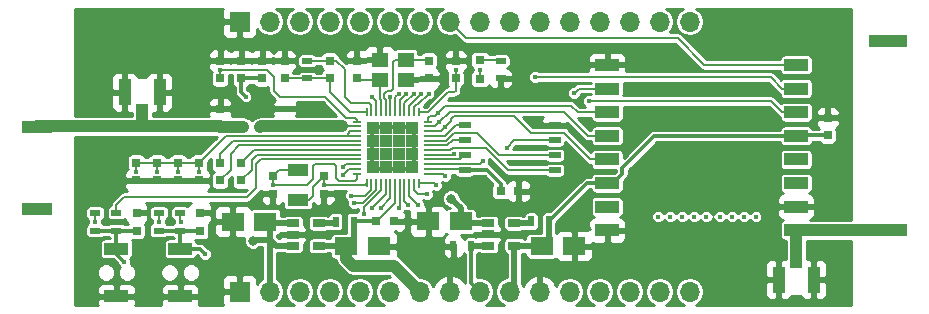
<source format=gbr>
G04 #@! TF.FileFunction,Copper,L1,Top,Signal*
%FSLAX46Y46*%
G04 Gerber Fmt 4.6, Leading zero omitted, Abs format (unit mm)*
G04 Created by KiCad (PCBNEW 4.0.5) date 02/16/17 10:34:01*
%MOMM*%
%LPD*%
G01*
G04 APERTURE LIST*
%ADD10C,0.100000*%
%ADD11R,1.400000X1.200000*%
%ADD12R,1.800000X1.000000*%
%ADD13C,0.400000*%
%ADD14R,2.000000X1.000000*%
%ADD15R,2.540000X1.000000*%
%ADD16R,1.000000X0.480000*%
%ADD17R,3.300000X1.000000*%
%ADD18R,0.750000X0.800000*%
%ADD19R,1.050000X2.200000*%
%ADD20R,1.000000X1.050000*%
%ADD21R,0.800000X0.200000*%
%ADD22R,0.200000X0.800000*%
%ADD23R,1.112500X1.112500*%
%ADD24R,0.500000X0.900000*%
%ADD25R,1.700000X1.700000*%
%ADD26O,1.700000X1.700000*%
%ADD27R,1.950000X1.500000*%
%ADD28R,1.060000X0.650000*%
%ADD29R,0.900000X0.500000*%
%ADD30R,0.800000X0.750000*%
%ADD31R,0.800000X0.800000*%
%ADD32C,0.800000*%
%ADD33C,0.200000*%
%ADD34C,0.500000*%
%ADD35C,0.300000*%
%ADD36C,1.000000*%
%ADD37C,0.254000*%
G04 APERTURE END LIST*
D10*
D11*
X112946000Y-87464000D03*
X115146000Y-87464000D03*
X115146000Y-85764000D03*
X112946000Y-85764000D03*
D12*
X106045000Y-95143000D03*
X106045000Y-97643000D03*
D13*
X87500000Y-85000000D03*
X87500000Y-86000000D03*
X87500000Y-99000000D03*
X87500000Y-100000000D03*
X151500000Y-98000000D03*
X152500000Y-99000000D03*
X152500000Y-98000000D03*
X152500000Y-97000000D03*
X149500000Y-102000000D03*
X151500000Y-102000000D03*
X151500000Y-104000000D03*
X150500000Y-102000000D03*
X87500000Y-98000000D03*
X89500000Y-97000000D03*
X88500000Y-87000000D03*
X87500000Y-87000000D03*
X88500000Y-88000000D03*
X89500000Y-88000000D03*
X88500000Y-96000000D03*
X89500000Y-96000000D03*
X144000000Y-103000000D03*
X145000000Y-106000000D03*
X144000000Y-106000000D03*
X147000000Y-102000000D03*
X152500000Y-102000000D03*
X146000000Y-102000000D03*
X145000000Y-104000000D03*
X151500000Y-105000000D03*
X88500000Y-97000000D03*
X87500000Y-97000000D03*
X87500000Y-88000000D03*
X89500000Y-87000000D03*
X152500000Y-105000000D03*
X145000000Y-103000000D03*
X145000000Y-105000000D03*
X151500000Y-106000000D03*
X144000000Y-105000000D03*
X144000000Y-104000000D03*
X152500000Y-103000000D03*
X152500000Y-104000000D03*
X144000000Y-102000000D03*
X152500000Y-106000000D03*
X151500000Y-97000000D03*
X151500000Y-96000000D03*
X145000000Y-102000000D03*
X151500000Y-103000000D03*
X151500000Y-99000000D03*
X88500000Y-90000000D03*
X89500000Y-90000000D03*
X88500000Y-94000000D03*
X89500000Y-94000000D03*
X87500000Y-103000000D03*
X87500000Y-104000000D03*
X87500000Y-102000000D03*
X87500000Y-101000000D03*
X87500000Y-94000000D03*
X89500000Y-93000000D03*
X88500000Y-93000000D03*
X87500000Y-93000000D03*
X89500000Y-89000000D03*
X87500000Y-90000000D03*
X87500000Y-95000000D03*
X88500000Y-95000000D03*
X87500000Y-105000000D03*
X87500000Y-106000000D03*
X87500000Y-96000000D03*
X89500000Y-95000000D03*
X88500000Y-89000000D03*
X87500000Y-89000000D03*
X152500000Y-89000000D03*
X151500000Y-89000000D03*
X152500000Y-86000000D03*
X151500000Y-86000000D03*
X151500000Y-82000000D03*
X152500000Y-82000000D03*
X152500000Y-84000000D03*
X151500000Y-85000000D03*
X152500000Y-85000000D03*
X151500000Y-87000000D03*
X152500000Y-83000000D03*
X151500000Y-83000000D03*
X151500000Y-88000000D03*
X152500000Y-88000000D03*
X152500000Y-90000000D03*
X152500000Y-87000000D03*
X151500000Y-84000000D03*
X152500000Y-93000000D03*
X151500000Y-94000000D03*
X152500000Y-94000000D03*
X152500000Y-92000000D03*
X152500000Y-91000000D03*
X152500000Y-95000000D03*
X151500000Y-95000000D03*
X87500000Y-84000000D03*
X152500000Y-96000000D03*
X87500000Y-83000000D03*
D14*
X132208000Y-86218000D03*
X132208000Y-88218000D03*
X132208000Y-90218000D03*
X132208000Y-92218000D03*
X132208000Y-94218000D03*
X132208000Y-96218000D03*
X132208000Y-98218000D03*
X132208000Y-100218000D03*
X148208000Y-100218000D03*
X148208000Y-98218000D03*
X148208000Y-96218000D03*
X148208000Y-94218000D03*
X148208000Y-92218000D03*
X148208000Y-90218000D03*
X148208000Y-88218000D03*
X148208000Y-86218000D03*
D15*
X83947000Y-91432500D03*
X83947000Y-98432500D03*
D16*
X127762000Y-95123000D03*
X127762000Y-93853000D03*
X127762000Y-92583000D03*
X127762000Y-91313000D03*
X120142000Y-91313000D03*
X120142000Y-92583000D03*
X120142000Y-93853000D03*
X120142000Y-95123000D03*
D17*
X155956000Y-100202000D03*
X155956000Y-84202000D03*
D18*
X97663000Y-94500000D03*
X97663000Y-96000000D03*
D19*
X91362000Y-88519000D03*
X94312000Y-88519000D03*
D20*
X92837000Y-90044000D03*
D21*
X111046000Y-91018000D03*
X111046000Y-91418000D03*
X111046000Y-91818000D03*
X111046000Y-92218000D03*
X111046000Y-92618000D03*
X111046000Y-93018000D03*
X111046000Y-93418000D03*
X111046000Y-93818000D03*
X111046000Y-94218000D03*
X111046000Y-94618000D03*
X111046000Y-95018000D03*
X111046000Y-95418000D03*
D22*
X111846000Y-96218000D03*
X112246000Y-96218000D03*
X112646000Y-96218000D03*
X113046000Y-96218000D03*
X113446000Y-96218000D03*
X113846000Y-96218000D03*
X114246000Y-96218000D03*
X114646000Y-96218000D03*
X115046000Y-96218000D03*
X115446000Y-96218000D03*
X115846000Y-96218000D03*
X116246000Y-96218000D03*
D21*
X117046000Y-95418000D03*
X117046000Y-95018000D03*
X117046000Y-94618000D03*
X117046000Y-94218000D03*
X117046000Y-93818000D03*
X117046000Y-93418000D03*
X117046000Y-93018000D03*
X117046000Y-92618000D03*
X117046000Y-92218000D03*
X117046000Y-91818000D03*
X117046000Y-91418000D03*
X117046000Y-91018000D03*
D22*
X116246000Y-90218000D03*
X115846000Y-90218000D03*
X115446000Y-90218000D03*
X115046000Y-90218000D03*
X114646000Y-90218000D03*
X114246000Y-90218000D03*
X113846000Y-90218000D03*
X113446000Y-90218000D03*
X113046000Y-90218000D03*
X112646000Y-90218000D03*
X112246000Y-90218000D03*
X111846000Y-90218000D03*
D23*
X115714750Y-94886750D03*
X115714750Y-93774250D03*
X115714750Y-92661750D03*
X115714750Y-91549250D03*
X114602250Y-94886750D03*
X114602250Y-93774250D03*
X114602250Y-92661750D03*
X114602250Y-91549250D03*
X113489750Y-94886750D03*
X113489750Y-93774250D03*
X113489750Y-92661750D03*
X113489750Y-91549250D03*
X112377250Y-94886750D03*
X112377250Y-93774250D03*
X112377250Y-92661750D03*
X112377250Y-91549250D03*
D24*
X109242000Y-99479000D03*
X110742000Y-99479000D03*
D14*
X96058000Y-101796000D03*
X96058000Y-105796000D03*
X90660500Y-101794500D03*
X90660500Y-105794500D03*
D25*
X101092000Y-82550000D03*
D26*
X103632000Y-82550000D03*
X106172000Y-82550000D03*
X108712000Y-82550000D03*
X111252000Y-82550000D03*
X113792000Y-82550000D03*
X116332000Y-82550000D03*
X118872000Y-82550000D03*
X121412000Y-82550000D03*
X123952000Y-82550000D03*
X126492000Y-82550000D03*
X129032000Y-82550000D03*
X131572000Y-82550000D03*
X134112000Y-82550000D03*
X136652000Y-82550000D03*
X139192000Y-82550000D03*
D25*
X101092000Y-105410000D03*
D26*
X103632000Y-105410000D03*
X106172000Y-105410000D03*
X108712000Y-105410000D03*
X111252000Y-105410000D03*
X113792000Y-105410000D03*
X116332000Y-105410000D03*
X118872000Y-105410000D03*
X121412000Y-105410000D03*
X123952000Y-105410000D03*
X126492000Y-105410000D03*
X129032000Y-105410000D03*
X131572000Y-105410000D03*
X134112000Y-105410000D03*
X136652000Y-105410000D03*
X139192000Y-105410000D03*
D27*
X126655000Y-101557000D03*
X129405000Y-101557000D03*
X119805000Y-99457000D03*
X117055000Y-99457000D03*
X110117000Y-101579000D03*
X112867000Y-101579000D03*
X103267000Y-99479000D03*
X100517000Y-99479000D03*
D24*
X125780000Y-99457000D03*
X127280000Y-99457000D03*
X119180000Y-101557000D03*
X120680000Y-101557000D03*
D28*
X105592000Y-99629000D03*
X105592000Y-100579000D03*
X105592000Y-101529000D03*
X107792000Y-101529000D03*
X107792000Y-99629000D03*
X122130000Y-99607000D03*
X122130000Y-100557000D03*
X122130000Y-101507000D03*
X124330000Y-101507000D03*
X124330000Y-99607000D03*
D18*
X92360500Y-100244500D03*
X92360500Y-98744500D03*
X97758000Y-100246000D03*
X97758000Y-98746000D03*
D29*
X88860500Y-98744500D03*
X88860500Y-100244500D03*
X90660500Y-98744500D03*
X90660500Y-100244500D03*
X94258000Y-98746000D03*
X94258000Y-100246000D03*
X96058000Y-98746000D03*
X96058000Y-100246000D03*
D18*
X110998000Y-87364000D03*
X110998000Y-85864000D03*
X117094000Y-85864000D03*
X117094000Y-87364000D03*
X108712000Y-85864000D03*
X108712000Y-87364000D03*
X104902000Y-85864000D03*
X104902000Y-87364000D03*
D29*
X106807000Y-85864000D03*
X106807000Y-87364000D03*
D18*
X102997000Y-87364000D03*
X102997000Y-85864000D03*
X101219000Y-87364000D03*
X101219000Y-85864000D03*
X99441000Y-87352000D03*
X99441000Y-85852000D03*
X99441000Y-89928000D03*
X99441000Y-91428000D03*
D30*
X102858000Y-91440000D03*
X101358000Y-91440000D03*
D29*
X104902000Y-89928000D03*
X104902000Y-91428000D03*
D18*
X92329000Y-94500000D03*
X92329000Y-96000000D03*
X94107000Y-94500000D03*
X94107000Y-96000000D03*
X95885000Y-94500000D03*
X95885000Y-96000000D03*
X99441000Y-94500000D03*
X99441000Y-96000000D03*
X101219000Y-94500000D03*
X101219000Y-96000000D03*
X103886000Y-95643000D03*
X103886000Y-97143000D03*
X108204000Y-95643000D03*
X108204000Y-97143000D03*
D30*
X112661000Y-99441000D03*
X114161000Y-99441000D03*
D31*
X121412000Y-87414000D03*
X121412000Y-85814000D03*
D29*
X123190000Y-85864000D03*
X123190000Y-87364000D03*
D18*
X119380000Y-85864000D03*
X119380000Y-87364000D03*
D30*
X124702000Y-96901000D03*
X123202000Y-96901000D03*
D18*
X150876000Y-90690000D03*
X150876000Y-92190000D03*
D19*
X149684000Y-104394000D03*
X146734000Y-104394000D03*
D20*
X148209000Y-102869000D03*
D13*
X87500000Y-82000000D03*
X115714750Y-94886750D03*
X114602250Y-94886750D03*
X113489750Y-94886750D03*
X112377250Y-94886750D03*
X115714750Y-93774250D03*
X114602250Y-93774250D03*
X113489750Y-93774250D03*
X112377250Y-93774250D03*
X115714750Y-92661750D03*
X114602250Y-92661750D03*
X113489750Y-92661750D03*
X112377250Y-92661750D03*
X115714750Y-91549250D03*
X114602250Y-91549250D03*
X113489750Y-91549250D03*
X112377250Y-91549250D03*
X111633000Y-98806000D03*
X119380000Y-86614000D03*
X97663000Y-95250000D03*
X95885000Y-95250000D03*
X94107000Y-95250000D03*
X92329000Y-95250000D03*
X99441000Y-86614000D03*
X101600000Y-88900000D03*
X112268000Y-88900000D03*
X113792000Y-88900000D03*
X94260000Y-99500000D03*
X88860000Y-99500000D03*
X91313000Y-102870000D03*
X98171000Y-102235000D03*
X116967000Y-97155000D03*
X96100000Y-99500000D03*
D32*
X118999000Y-97536000D03*
X102235000Y-101092000D03*
D13*
X115824000Y-88646000D03*
X115189000Y-88646000D03*
X109855000Y-94869000D03*
X109855000Y-95504000D03*
X103886000Y-96393000D03*
X108204000Y-96393000D03*
X110490000Y-97282000D03*
X144780000Y-99060000D03*
X110744000Y-97917000D03*
X143764000Y-99060000D03*
X112268000Y-98298000D03*
X142748000Y-99060000D03*
X113030000Y-98298000D03*
X141732000Y-99060000D03*
X114554000Y-98298000D03*
X140589000Y-99060000D03*
X115316000Y-98044000D03*
X139573000Y-99060000D03*
X116205000Y-98044000D03*
X119253000Y-93726000D03*
X123698000Y-93218000D03*
X121412000Y-86614000D03*
X116459000Y-88646000D03*
X114554000Y-88646000D03*
X129421705Y-88585405D03*
X117094000Y-88646000D03*
X117856000Y-90297000D03*
X117983000Y-91059000D03*
X118491000Y-91440000D03*
X136525000Y-99060000D03*
X121666000Y-94361000D03*
X126111000Y-87249000D03*
X137541000Y-99060000D03*
X118491000Y-95631000D03*
X117729000Y-96393000D03*
X130683000Y-89281000D03*
X138557000Y-99060000D03*
D33*
X112377250Y-91549250D02*
X113489750Y-91549250D01*
X115714750Y-91549250D02*
X114602250Y-91549250D01*
D34*
X107792000Y-99629000D02*
X109092000Y-99629000D01*
X109092000Y-99629000D02*
X109242000Y-99479000D01*
X124330000Y-99607000D02*
X125630000Y-99607000D01*
X125630000Y-99607000D02*
X125780000Y-99457000D01*
D33*
X113046000Y-96218000D02*
X113046000Y-96818000D01*
X113046000Y-96818000D02*
X111633000Y-98231000D01*
X111633000Y-98231000D02*
X111633000Y-98806000D01*
D35*
X120680000Y-101557000D02*
X120680000Y-104678000D01*
X120680000Y-104678000D02*
X121412000Y-105410000D01*
D34*
X122130000Y-101507000D02*
X120730000Y-101507000D01*
X120730000Y-101507000D02*
X120680000Y-101557000D01*
D35*
X133508000Y-95418000D02*
X132708000Y-96218000D01*
X133508000Y-94918000D02*
X133508000Y-95418000D01*
X136208000Y-92218000D02*
X133508000Y-94918000D01*
X148208000Y-92218000D02*
X136208000Y-92218000D01*
X132708000Y-96218000D02*
X132208000Y-96218000D01*
X150876000Y-92190000D02*
X148236000Y-92190000D01*
X148236000Y-92190000D02*
X148208000Y-92218000D01*
X148224000Y-92202000D02*
X148208000Y-92218000D01*
X132208000Y-96218000D02*
X130519000Y-96218000D01*
X130519000Y-96218000D02*
X127280000Y-99457000D01*
D34*
X124330000Y-101507000D02*
X124330000Y-105032000D01*
X124330000Y-105032000D02*
X123952000Y-105410000D01*
X127280000Y-99457000D02*
X127280000Y-100932000D01*
X127280000Y-100932000D02*
X126655000Y-101557000D01*
X126655000Y-101557000D02*
X124380000Y-101557000D01*
X124380000Y-101557000D02*
X124330000Y-101507000D01*
D33*
X114246000Y-96218000D02*
X114246000Y-97881000D01*
X114246000Y-97881000D02*
X112686000Y-99441000D01*
X112686000Y-99441000D02*
X112661000Y-99441000D01*
X119380000Y-87364000D02*
X119380000Y-86614000D01*
X116246000Y-90218000D02*
X117046000Y-90218000D01*
X117046000Y-90218000D02*
X118745000Y-88519000D01*
X118745000Y-88519000D02*
X119253000Y-88519000D01*
X119253000Y-88519000D02*
X119380000Y-88392000D01*
X119380000Y-88392000D02*
X119380000Y-87364000D01*
D35*
X112661000Y-99441000D02*
X110780000Y-99441000D01*
X110780000Y-99441000D02*
X110742000Y-99479000D01*
D33*
X97663000Y-94500000D02*
X97663000Y-95250000D01*
X95885000Y-94500000D02*
X95885000Y-95250000D01*
X94107000Y-94500000D02*
X94107000Y-95250000D01*
X92329000Y-94500000D02*
X92329000Y-95250000D01*
X94107000Y-94500000D02*
X92329000Y-94500000D01*
X95885000Y-94500000D02*
X94107000Y-94500000D01*
X97663000Y-94500000D02*
X95885000Y-94500000D01*
X110236000Y-92218000D02*
X99945000Y-92218000D01*
X99945000Y-92218000D02*
X97663000Y-94500000D01*
X111046000Y-92218000D02*
X110236000Y-92218000D01*
X111046000Y-91818000D02*
X110446000Y-91818000D01*
X110446000Y-91818000D02*
X110236000Y-92028000D01*
X110236000Y-92028000D02*
X110236000Y-92218000D01*
X99441000Y-86614000D02*
X103378000Y-86614000D01*
X99441000Y-87352000D02*
X99441000Y-86614000D01*
X111046000Y-90853000D02*
X111046000Y-91018000D01*
X110871000Y-90678000D02*
X111046000Y-90853000D01*
X110109000Y-90678000D02*
X110871000Y-90678000D01*
X108331000Y-88900000D02*
X110109000Y-90678000D01*
X104521000Y-88900000D02*
X108331000Y-88900000D01*
X104013000Y-88392000D02*
X104521000Y-88900000D01*
X104013000Y-87249000D02*
X104013000Y-88392000D01*
X103378000Y-86614000D02*
X104013000Y-87249000D01*
X112646000Y-89618000D02*
X112602991Y-89574991D01*
X112646000Y-90218000D02*
X112646000Y-89618000D01*
X112602991Y-89574991D02*
X112602991Y-89234991D01*
X112602991Y-89234991D02*
X112467999Y-89099999D01*
X112467999Y-89099999D02*
X112268000Y-88900000D01*
X113846000Y-90218000D02*
X113846000Y-88954000D01*
X113846000Y-88954000D02*
X113792000Y-88900000D01*
D35*
X101219000Y-88064000D02*
X101219000Y-87364000D01*
X101219000Y-88519000D02*
X101600000Y-88900000D01*
X101219000Y-88064000D02*
X101219000Y-88519000D01*
X101219000Y-87364000D02*
X102997000Y-87364000D01*
D36*
X110117000Y-101579000D02*
X110117000Y-102617000D01*
X114122000Y-103200000D02*
X116332000Y-105410000D01*
X110700000Y-103200000D02*
X114122000Y-103200000D01*
X110117000Y-102617000D02*
X110700000Y-103200000D01*
D33*
X94258000Y-98746000D02*
X94258000Y-99498000D01*
X94258000Y-99498000D02*
X94260000Y-99500000D01*
X88860500Y-98744500D02*
X88860500Y-99499500D01*
X88860500Y-99499500D02*
X88860000Y-99500000D01*
D34*
X110742000Y-99479000D02*
X110742000Y-100954000D01*
X110742000Y-100954000D02*
X110117000Y-101579000D01*
X107792000Y-101529000D02*
X110067000Y-101529000D01*
X110067000Y-101529000D02*
X110117000Y-101579000D01*
D35*
X91313000Y-102870000D02*
X90660500Y-102217500D01*
X90660500Y-102217500D02*
X90660500Y-101794500D01*
X90660500Y-100244500D02*
X90660500Y-101794500D01*
X90660500Y-100244500D02*
X88860500Y-100244500D01*
X92360500Y-100244500D02*
X90660500Y-100244500D01*
X97732000Y-101796000D02*
X96058000Y-101796000D01*
X98171000Y-102235000D02*
X97732000Y-101796000D01*
X96058000Y-100246000D02*
X96058000Y-101796000D01*
X96058000Y-100246000D02*
X94258000Y-100246000D01*
X97758000Y-100246000D02*
X96058000Y-100246000D01*
D33*
X111046000Y-94218000D02*
X102886000Y-94218000D01*
X90660500Y-98061500D02*
X90660500Y-98744500D01*
X91313000Y-97409000D02*
X90660500Y-98061500D01*
X101727000Y-97409000D02*
X91313000Y-97409000D01*
X102489000Y-96647000D02*
X101727000Y-97409000D01*
X102489000Y-94615000D02*
X102489000Y-96647000D01*
X102886000Y-94218000D02*
X102489000Y-94615000D01*
X116183000Y-97155000D02*
X116967000Y-97155000D01*
X115846000Y-96218000D02*
X115846000Y-96818000D01*
X115846000Y-96818000D02*
X116183000Y-97155000D01*
X96058000Y-99458000D02*
X96100000Y-99500000D01*
X96058000Y-99458000D02*
X96058000Y-98746000D01*
D34*
X119805000Y-98342000D02*
X118999000Y-97536000D01*
X119805000Y-99457000D02*
X119805000Y-98342000D01*
X102295000Y-101032000D02*
X102235000Y-101092000D01*
X102295000Y-101032000D02*
X103632000Y-101032000D01*
X122130000Y-99607000D02*
X119955000Y-99607000D01*
X119955000Y-99607000D02*
X119805000Y-99457000D01*
X105592000Y-101529000D02*
X104129000Y-101529000D01*
X104129000Y-101529000D02*
X103632000Y-101032000D01*
X103632000Y-101032000D02*
X103632000Y-101032000D01*
X103632000Y-105410000D02*
X103632000Y-101032000D01*
X103632000Y-101032000D02*
X103632000Y-99844000D01*
X103632000Y-99844000D02*
X103267000Y-99479000D01*
X103632000Y-99844000D02*
X103267000Y-99479000D01*
X105592000Y-99629000D02*
X103417000Y-99629000D01*
X103417000Y-99629000D02*
X103267000Y-99479000D01*
D33*
X115046000Y-89424000D02*
X115824000Y-88646000D01*
X115046000Y-89424000D02*
X115046000Y-90218000D01*
X114646000Y-90218000D02*
X114646000Y-89189000D01*
X114646000Y-89189000D02*
X115189000Y-88646000D01*
X113046000Y-90218000D02*
X113046000Y-89170000D01*
X113046000Y-89170000D02*
X112946000Y-89070000D01*
X112946000Y-89070000D02*
X112946000Y-87464000D01*
X112946000Y-87464000D02*
X111098000Y-87464000D01*
X111098000Y-87464000D02*
X110998000Y-87364000D01*
X113446000Y-90218000D02*
X113446000Y-89145721D01*
X113446000Y-89145721D02*
X113284000Y-88983721D01*
X113284000Y-88983721D02*
X113284000Y-88646000D01*
X113284000Y-88646000D02*
X113538000Y-88392000D01*
X113538000Y-88392000D02*
X113919000Y-88392000D01*
X114046000Y-85964000D02*
X114246000Y-85764000D01*
X113919000Y-88392000D02*
X114046000Y-88265000D01*
X114046000Y-88265000D02*
X114046000Y-85964000D01*
X114246000Y-85764000D02*
X115146000Y-85764000D01*
X115046000Y-85764000D02*
X115146000Y-85764000D01*
X115146000Y-85764000D02*
X116994000Y-85764000D01*
X116994000Y-85764000D02*
X117094000Y-85864000D01*
X108712000Y-85864000D02*
X109287000Y-85864000D01*
X109287000Y-85864000D02*
X109982000Y-86559000D01*
X109982000Y-86559000D02*
X109982000Y-88900000D01*
X109982000Y-88900000D02*
X110490000Y-89408000D01*
X112246000Y-89618000D02*
X112246000Y-90218000D01*
X110490000Y-89408000D02*
X112036000Y-89408000D01*
X112036000Y-89408000D02*
X112246000Y-89618000D01*
X108712000Y-85864000D02*
X106807000Y-85864000D01*
X111846000Y-90218000D02*
X110411000Y-90218000D01*
X108712000Y-88519000D02*
X108712000Y-87364000D01*
X110411000Y-90218000D02*
X108712000Y-88519000D01*
X106807000Y-87364000D02*
X104902000Y-87364000D01*
X108712000Y-87364000D02*
X106807000Y-87364000D01*
D36*
X92837000Y-90044000D02*
X92837000Y-91428000D01*
X99441000Y-91428000D02*
X92837000Y-91428000D01*
X92837000Y-91428000D02*
X92329000Y-91428000D01*
X92329000Y-91428000D02*
X83951500Y-91428000D01*
X83951500Y-91428000D02*
X83947000Y-91432500D01*
X101358000Y-91440000D02*
X99453000Y-91440000D01*
X99453000Y-91440000D02*
X99441000Y-91428000D01*
X104902000Y-91428000D02*
X102870000Y-91428000D01*
X102870000Y-91428000D02*
X102858000Y-91440000D01*
X109728000Y-91418000D02*
X104912000Y-91418000D01*
X104912000Y-91418000D02*
X104902000Y-91428000D01*
D33*
X111046000Y-91418000D02*
X109728000Y-91418000D01*
X109728000Y-91418000D02*
X109623000Y-91418000D01*
X109623000Y-91418000D02*
X109601000Y-91440000D01*
X111046000Y-92618000D02*
X100549000Y-92618000D01*
X99441000Y-93726000D02*
X99441000Y-94500000D01*
X100549000Y-92618000D02*
X99441000Y-93726000D01*
X111046000Y-93018000D02*
X101038000Y-93018000D01*
X100330000Y-95111000D02*
X99441000Y-96000000D01*
X100330000Y-93726000D02*
X100330000Y-95111000D01*
X101038000Y-93018000D02*
X100330000Y-93726000D01*
X111046000Y-93418000D02*
X102301000Y-93418000D01*
X102301000Y-93418000D02*
X101219000Y-94500000D01*
X111046000Y-93818000D02*
X102524000Y-93818000D01*
X102108000Y-95111000D02*
X101219000Y-96000000D01*
X102108000Y-94234000D02*
X102108000Y-95111000D01*
X102524000Y-93818000D02*
X102108000Y-94234000D01*
X111046000Y-94618000D02*
X110106000Y-94618000D01*
X110106000Y-94618000D02*
X109855000Y-94869000D01*
X111046000Y-95018000D02*
X110341000Y-95018000D01*
X110341000Y-95018000D02*
X109855000Y-95504000D01*
X103886000Y-95643000D02*
X103886000Y-96393000D01*
X111046000Y-95837000D02*
X110871000Y-96012000D01*
X110871000Y-96012000D02*
X109474000Y-96012000D01*
X109474000Y-96012000D02*
X109220000Y-95758000D01*
X109220000Y-95758000D02*
X109220000Y-94742000D01*
X109220000Y-94742000D02*
X109093000Y-94615000D01*
X109093000Y-94615000D02*
X107442000Y-94615000D01*
X107442000Y-94615000D02*
X107315000Y-94742000D01*
X107315000Y-94742000D02*
X107315000Y-95885000D01*
X107315000Y-95885000D02*
X106807000Y-96393000D01*
X106807000Y-96393000D02*
X103886000Y-96393000D01*
X111046000Y-95837000D02*
X111046000Y-95418000D01*
X111046000Y-95418000D02*
X110830000Y-95418000D01*
X106045000Y-95143000D02*
X104386000Y-95143000D01*
X104386000Y-95143000D02*
X103886000Y-95643000D01*
X106045000Y-97643000D02*
X106954000Y-97643000D01*
X107315000Y-96532000D02*
X108204000Y-95643000D01*
X107315000Y-97282000D02*
X107315000Y-96532000D01*
X106954000Y-97643000D02*
X107315000Y-97282000D01*
X108204000Y-96393000D02*
X111671000Y-96393000D01*
X108204000Y-95643000D02*
X108204000Y-96393000D01*
X111671000Y-96393000D02*
X111846000Y-96218000D01*
X110772842Y-97282000D02*
X110490000Y-97282000D01*
X112246000Y-96769444D02*
X111733444Y-97282000D01*
X112246000Y-96218000D02*
X112246000Y-96769444D01*
X111733444Y-97282000D02*
X110772842Y-97282000D01*
X112646000Y-96793722D02*
X111522722Y-97917000D01*
X112646000Y-96218000D02*
X112646000Y-96793722D01*
X111026842Y-97917000D02*
X110744000Y-97917000D01*
X111522722Y-97917000D02*
X111026842Y-97917000D01*
X113446000Y-96218000D02*
X113446000Y-97120000D01*
X113446000Y-97120000D02*
X112268000Y-98298000D01*
X113846000Y-96218000D02*
X113846000Y-97482000D01*
X113846000Y-97482000D02*
X113030000Y-98298000D01*
X114646000Y-96218000D02*
X114646000Y-98206000D01*
X114646000Y-98206000D02*
X114554000Y-98298000D01*
X115046000Y-96218000D02*
X115046000Y-97774000D01*
X115046000Y-97774000D02*
X115316000Y-98044000D01*
X115443000Y-96821000D02*
X115443000Y-97282000D01*
X115443000Y-97282000D02*
X116205000Y-98044000D01*
X115446000Y-96218000D02*
X115446000Y-96818000D01*
X115446000Y-96818000D02*
X115443000Y-96821000D01*
X121412000Y-85814000D02*
X123140000Y-85814000D01*
X123140000Y-85814000D02*
X123190000Y-85864000D01*
X117046000Y-95018000D02*
X120037000Y-95018000D01*
X120037000Y-95018000D02*
X120142000Y-95123000D01*
D35*
X120142000Y-95123000D02*
X122047000Y-95123000D01*
X123202000Y-96278000D02*
X123202000Y-96901000D01*
X122047000Y-95123000D02*
X123202000Y-96278000D01*
D33*
X117046000Y-94218000D02*
X119777000Y-94218000D01*
X119777000Y-94218000D02*
X120142000Y-93853000D01*
X127762000Y-92583000D02*
X124333000Y-92583000D01*
X119161000Y-93818000D02*
X119253000Y-93726000D01*
X119161000Y-93818000D02*
X117046000Y-93818000D01*
X124333000Y-92583000D02*
X123698000Y-93218000D01*
X117046000Y-93418000D02*
X118926000Y-93418000D01*
X123825000Y-95123000D02*
X127762000Y-95123000D01*
X121920000Y-93218000D02*
X123825000Y-95123000D01*
X119126000Y-93218000D02*
X121920000Y-93218000D01*
X118926000Y-93418000D02*
X119126000Y-93218000D01*
X117046000Y-93018000D02*
X118691000Y-93018000D01*
X119126000Y-92583000D02*
X120142000Y-92583000D01*
X118691000Y-93018000D02*
X119126000Y-92583000D01*
X117046000Y-92618000D02*
X118583000Y-92618000D01*
X123063000Y-93853000D02*
X127762000Y-93853000D01*
X121158000Y-91948000D02*
X123063000Y-93853000D01*
X119253000Y-91948000D02*
X121158000Y-91948000D01*
X118583000Y-92618000D02*
X119253000Y-91948000D01*
X117046000Y-92218000D02*
X118475000Y-92218000D01*
X119380000Y-91313000D02*
X120142000Y-91313000D01*
X118475000Y-92218000D02*
X119380000Y-91313000D01*
X121412000Y-86614000D02*
X121412000Y-87414000D01*
X115446000Y-90218000D02*
X115446000Y-89659000D01*
X115446000Y-89659000D02*
X116459000Y-88646000D01*
X114246000Y-90218000D02*
X114246000Y-88954000D01*
X114246000Y-88954000D02*
X114554000Y-88646000D01*
D36*
X148208000Y-100218000D02*
X155940000Y-100218000D01*
X155940000Y-100218000D02*
X155956000Y-100202000D01*
X148208000Y-100218000D02*
X148208000Y-102868000D01*
X148208000Y-102868000D02*
X148209000Y-102869000D01*
X156082000Y-100203000D02*
X156083000Y-100202000D01*
D33*
X129789110Y-88218000D02*
X129621704Y-88385406D01*
X132208000Y-88218000D02*
X129789110Y-88218000D01*
X129621704Y-88385406D02*
X129421705Y-88585405D01*
X115846000Y-90218000D02*
X115846000Y-89767000D01*
X116205000Y-89535000D02*
X117094000Y-88646000D01*
X116078000Y-89535000D02*
X116205000Y-89535000D01*
X115846000Y-89767000D02*
X116078000Y-89535000D01*
X129159000Y-89662000D02*
X129715000Y-90218000D01*
X129715000Y-90218000D02*
X132208000Y-90218000D01*
X118491000Y-89662000D02*
X129159000Y-89662000D01*
X117856000Y-90297000D02*
X118491000Y-89662000D01*
X117213000Y-90551000D02*
X117602000Y-90551000D01*
X117602000Y-90551000D02*
X117856000Y-90297000D01*
X117046000Y-91018000D02*
X117046000Y-90718000D01*
X117046000Y-90718000D02*
X117213000Y-90551000D01*
X117983000Y-91059000D02*
X118872000Y-90170000D01*
X118872000Y-90170000D02*
X128524000Y-90170000D01*
X128524000Y-90170000D02*
X130572000Y-92218000D01*
X130572000Y-92218000D02*
X132208000Y-92218000D01*
X117046000Y-91418000D02*
X117624000Y-91418000D01*
X117624000Y-91418000D02*
X117983000Y-91059000D01*
X128524000Y-91948000D02*
X130794000Y-94218000D01*
X130794000Y-94218000D02*
X132208000Y-94218000D01*
X125730000Y-91948000D02*
X128524000Y-91948000D01*
X124333000Y-90551000D02*
X125730000Y-91948000D01*
X119253000Y-90551000D02*
X124333000Y-90551000D01*
X118999000Y-90805000D02*
X119253000Y-90551000D01*
X118999000Y-90932000D02*
X118999000Y-90805000D01*
X118491000Y-91440000D02*
X118999000Y-90932000D01*
X117046000Y-91818000D02*
X118113000Y-91818000D01*
X118113000Y-91818000D02*
X118491000Y-91440000D01*
X138176000Y-83947000D02*
X120269000Y-83947000D01*
X120269000Y-83947000D02*
X118872000Y-82550000D01*
X140447000Y-86218000D02*
X138176000Y-83947000D01*
X148208000Y-86218000D02*
X140447000Y-86218000D01*
X117046000Y-94618000D02*
X121409000Y-94618000D01*
X121409000Y-94618000D02*
X121666000Y-94361000D01*
X148208000Y-88218000D02*
X147008000Y-88218000D01*
X146039000Y-87249000D02*
X126111000Y-87249000D01*
X147008000Y-88218000D02*
X146039000Y-87249000D01*
X117046000Y-95418000D02*
X118278000Y-95418000D01*
X118278000Y-95418000D02*
X118491000Y-95631000D01*
X116246000Y-96218000D02*
X117554000Y-96218000D01*
X117554000Y-96218000D02*
X117729000Y-96393000D01*
X148208000Y-90218000D02*
X147008000Y-90218000D01*
X147008000Y-90218000D02*
X146071000Y-89281000D01*
X146071000Y-89281000D02*
X130683000Y-89281000D01*
X116246000Y-96218000D02*
X116246000Y-96518000D01*
X148160000Y-90170000D02*
X148208000Y-90218000D01*
D37*
G36*
X99607000Y-81573691D02*
X99607000Y-82264250D01*
X99765750Y-82423000D01*
X100965000Y-82423000D01*
X100965000Y-82403000D01*
X101219000Y-82403000D01*
X101219000Y-82423000D01*
X101239000Y-82423000D01*
X101239000Y-82677000D01*
X101219000Y-82677000D01*
X101219000Y-83876250D01*
X101377750Y-84035000D01*
X102068310Y-84035000D01*
X102301699Y-83938327D01*
X102480327Y-83759698D01*
X102577000Y-83526309D01*
X102577000Y-83168364D01*
X102761552Y-83444565D01*
X103160917Y-83711413D01*
X103632000Y-83805117D01*
X104103083Y-83711413D01*
X104502448Y-83444565D01*
X104769296Y-83045200D01*
X104863000Y-82574117D01*
X104863000Y-82525883D01*
X104769296Y-82054800D01*
X104502448Y-81655435D01*
X104203973Y-81456000D01*
X105600027Y-81456000D01*
X105301552Y-81655435D01*
X105034704Y-82054800D01*
X104941000Y-82525883D01*
X104941000Y-82574117D01*
X105034704Y-83045200D01*
X105301552Y-83444565D01*
X105700917Y-83711413D01*
X106172000Y-83805117D01*
X106643083Y-83711413D01*
X107042448Y-83444565D01*
X107309296Y-83045200D01*
X107403000Y-82574117D01*
X107403000Y-82525883D01*
X107309296Y-82054800D01*
X107042448Y-81655435D01*
X106743973Y-81456000D01*
X108140027Y-81456000D01*
X107841552Y-81655435D01*
X107574704Y-82054800D01*
X107481000Y-82525883D01*
X107481000Y-82574117D01*
X107574704Y-83045200D01*
X107841552Y-83444565D01*
X108240917Y-83711413D01*
X108712000Y-83805117D01*
X109183083Y-83711413D01*
X109582448Y-83444565D01*
X109849296Y-83045200D01*
X109943000Y-82574117D01*
X109943000Y-82525883D01*
X109849296Y-82054800D01*
X109582448Y-81655435D01*
X109283973Y-81456000D01*
X110680027Y-81456000D01*
X110381552Y-81655435D01*
X110114704Y-82054800D01*
X110021000Y-82525883D01*
X110021000Y-82574117D01*
X110114704Y-83045200D01*
X110381552Y-83444565D01*
X110780917Y-83711413D01*
X111252000Y-83805117D01*
X111723083Y-83711413D01*
X112122448Y-83444565D01*
X112389296Y-83045200D01*
X112483000Y-82574117D01*
X112483000Y-82525883D01*
X112389296Y-82054800D01*
X112122448Y-81655435D01*
X111823973Y-81456000D01*
X113220027Y-81456000D01*
X112921552Y-81655435D01*
X112654704Y-82054800D01*
X112561000Y-82525883D01*
X112561000Y-82574117D01*
X112654704Y-83045200D01*
X112921552Y-83444565D01*
X113320917Y-83711413D01*
X113792000Y-83805117D01*
X114263083Y-83711413D01*
X114662448Y-83444565D01*
X114929296Y-83045200D01*
X115023000Y-82574117D01*
X115023000Y-82525883D01*
X114929296Y-82054800D01*
X114662448Y-81655435D01*
X114363973Y-81456000D01*
X115760027Y-81456000D01*
X115461552Y-81655435D01*
X115194704Y-82054800D01*
X115101000Y-82525883D01*
X115101000Y-82574117D01*
X115194704Y-83045200D01*
X115461552Y-83444565D01*
X115860917Y-83711413D01*
X116332000Y-83805117D01*
X116803083Y-83711413D01*
X117202448Y-83444565D01*
X117469296Y-83045200D01*
X117563000Y-82574117D01*
X117563000Y-82525883D01*
X117469296Y-82054800D01*
X117202448Y-81655435D01*
X116903973Y-81456000D01*
X118300027Y-81456000D01*
X118001552Y-81655435D01*
X117734704Y-82054800D01*
X117641000Y-82525883D01*
X117641000Y-82574117D01*
X117734704Y-83045200D01*
X118001552Y-83444565D01*
X118400917Y-83711413D01*
X118872000Y-83805117D01*
X119343083Y-83711413D01*
X119349134Y-83707370D01*
X119928881Y-84287118D01*
X120084929Y-84391386D01*
X120269000Y-84428000D01*
X137976764Y-84428000D01*
X140106882Y-86558118D01*
X140262929Y-86662386D01*
X140447000Y-86699000D01*
X146819536Y-86699000D01*
X146819536Y-86718000D01*
X146846103Y-86859190D01*
X146929546Y-86988865D01*
X147056866Y-87075859D01*
X147208000Y-87106464D01*
X149208000Y-87106464D01*
X149349190Y-87079897D01*
X149478865Y-86996454D01*
X149565859Y-86869134D01*
X149596464Y-86718000D01*
X149596464Y-85718000D01*
X149569897Y-85576810D01*
X149486454Y-85447135D01*
X149359134Y-85360141D01*
X149208000Y-85329536D01*
X147208000Y-85329536D01*
X147066810Y-85356103D01*
X146937135Y-85439546D01*
X146850141Y-85566866D01*
X146819536Y-85718000D01*
X146819536Y-85737000D01*
X140646236Y-85737000D01*
X138516118Y-83606882D01*
X138360071Y-83502614D01*
X138176000Y-83466000D01*
X137490368Y-83466000D01*
X137522448Y-83444565D01*
X137789296Y-83045200D01*
X137883000Y-82574117D01*
X137883000Y-82525883D01*
X137789296Y-82054800D01*
X137522448Y-81655435D01*
X137223973Y-81456000D01*
X138620027Y-81456000D01*
X138321552Y-81655435D01*
X138054704Y-82054800D01*
X137961000Y-82525883D01*
X137961000Y-82574117D01*
X138054704Y-83045200D01*
X138321552Y-83444565D01*
X138720917Y-83711413D01*
X139192000Y-83805117D01*
X139663083Y-83711413D01*
X140062448Y-83444565D01*
X140329296Y-83045200D01*
X140423000Y-82574117D01*
X140423000Y-82525883D01*
X140329296Y-82054800D01*
X140062448Y-81655435D01*
X139763973Y-81456000D01*
X152873000Y-81456000D01*
X152873000Y-99337000D01*
X149372936Y-99337000D01*
X149567698Y-99256327D01*
X149746327Y-99077699D01*
X149843000Y-98844310D01*
X149843000Y-98503750D01*
X149684250Y-98345000D01*
X148335000Y-98345000D01*
X148335000Y-98365000D01*
X148081000Y-98365000D01*
X148081000Y-98345000D01*
X146731750Y-98345000D01*
X146573000Y-98503750D01*
X146573000Y-98844310D01*
X146669673Y-99077699D01*
X146848302Y-99256327D01*
X147081691Y-99353000D01*
X147083301Y-99353000D01*
X147066810Y-99356103D01*
X146937135Y-99439546D01*
X146850141Y-99566866D01*
X146819536Y-99718000D01*
X146819536Y-100718000D01*
X146846103Y-100859190D01*
X146929546Y-100988865D01*
X147056866Y-101075859D01*
X147208000Y-101106464D01*
X147327000Y-101106464D01*
X147327000Y-102312079D01*
X147320536Y-102344000D01*
X147320536Y-102659000D01*
X147019750Y-102659000D01*
X146861000Y-102817750D01*
X146861000Y-104267000D01*
X146881000Y-104267000D01*
X146881000Y-104521000D01*
X146861000Y-104521000D01*
X146861000Y-105970250D01*
X147019750Y-106129000D01*
X147385309Y-106129000D01*
X147618698Y-106032327D01*
X147797327Y-105853699D01*
X147823298Y-105791000D01*
X148594702Y-105791000D01*
X148620673Y-105853699D01*
X148799302Y-106032327D01*
X149032691Y-106129000D01*
X149398250Y-106129000D01*
X149557000Y-105970250D01*
X149557000Y-104521000D01*
X149811000Y-104521000D01*
X149811000Y-105970250D01*
X149969750Y-106129000D01*
X150335309Y-106129000D01*
X150568698Y-106032327D01*
X150747327Y-105853699D01*
X150844000Y-105620310D01*
X150844000Y-104679750D01*
X150685250Y-104521000D01*
X149811000Y-104521000D01*
X149557000Y-104521000D01*
X149537000Y-104521000D01*
X149537000Y-104267000D01*
X149557000Y-104267000D01*
X149557000Y-102817750D01*
X149811000Y-102817750D01*
X149811000Y-104267000D01*
X150685250Y-104267000D01*
X150844000Y-104108250D01*
X150844000Y-103167690D01*
X150747327Y-102934301D01*
X150568698Y-102755673D01*
X150335309Y-102659000D01*
X149969750Y-102659000D01*
X149811000Y-102817750D01*
X149557000Y-102817750D01*
X149398250Y-102659000D01*
X149097464Y-102659000D01*
X149097464Y-102344000D01*
X149089000Y-102299018D01*
X149089000Y-101106464D01*
X149208000Y-101106464D01*
X149247667Y-101099000D01*
X152873000Y-101099000D01*
X152873000Y-106544000D01*
X139704109Y-106544000D01*
X140062448Y-106304565D01*
X140329296Y-105905200D01*
X140423000Y-105434117D01*
X140423000Y-105385883D01*
X140329296Y-104914800D01*
X140172241Y-104679750D01*
X145574000Y-104679750D01*
X145574000Y-105620310D01*
X145670673Y-105853699D01*
X145849302Y-106032327D01*
X146082691Y-106129000D01*
X146448250Y-106129000D01*
X146607000Y-105970250D01*
X146607000Y-104521000D01*
X145732750Y-104521000D01*
X145574000Y-104679750D01*
X140172241Y-104679750D01*
X140062448Y-104515435D01*
X139663083Y-104248587D01*
X139192000Y-104154883D01*
X138720917Y-104248587D01*
X138321552Y-104515435D01*
X138054704Y-104914800D01*
X137961000Y-105385883D01*
X137961000Y-105434117D01*
X138054704Y-105905200D01*
X138321552Y-106304565D01*
X138679891Y-106544000D01*
X137164109Y-106544000D01*
X137522448Y-106304565D01*
X137789296Y-105905200D01*
X137883000Y-105434117D01*
X137883000Y-105385883D01*
X137789296Y-104914800D01*
X137522448Y-104515435D01*
X137123083Y-104248587D01*
X136652000Y-104154883D01*
X136180917Y-104248587D01*
X135781552Y-104515435D01*
X135514704Y-104914800D01*
X135421000Y-105385883D01*
X135421000Y-105434117D01*
X135514704Y-105905200D01*
X135781552Y-106304565D01*
X136139891Y-106544000D01*
X134624109Y-106544000D01*
X134982448Y-106304565D01*
X135249296Y-105905200D01*
X135343000Y-105434117D01*
X135343000Y-105385883D01*
X135249296Y-104914800D01*
X134982448Y-104515435D01*
X134583083Y-104248587D01*
X134112000Y-104154883D01*
X133640917Y-104248587D01*
X133241552Y-104515435D01*
X132974704Y-104914800D01*
X132881000Y-105385883D01*
X132881000Y-105434117D01*
X132974704Y-105905200D01*
X133241552Y-106304565D01*
X133599891Y-106544000D01*
X132084109Y-106544000D01*
X132442448Y-106304565D01*
X132709296Y-105905200D01*
X132803000Y-105434117D01*
X132803000Y-105385883D01*
X132709296Y-104914800D01*
X132442448Y-104515435D01*
X132043083Y-104248587D01*
X131572000Y-104154883D01*
X131100917Y-104248587D01*
X130701552Y-104515435D01*
X130434704Y-104914800D01*
X130341000Y-105385883D01*
X130341000Y-105434117D01*
X130434704Y-105905200D01*
X130701552Y-106304565D01*
X131059891Y-106544000D01*
X129544109Y-106544000D01*
X129902448Y-106304565D01*
X130169296Y-105905200D01*
X130263000Y-105434117D01*
X130263000Y-105385883D01*
X130169296Y-104914800D01*
X129902448Y-104515435D01*
X129503083Y-104248587D01*
X129032000Y-104154883D01*
X128560917Y-104248587D01*
X128161552Y-104515435D01*
X127894704Y-104914800D01*
X127886917Y-104953947D01*
X127687183Y-104528642D01*
X127258924Y-104138355D01*
X126848890Y-103968524D01*
X126619000Y-104089845D01*
X126619000Y-105283000D01*
X126639000Y-105283000D01*
X126639000Y-105537000D01*
X126619000Y-105537000D01*
X126619000Y-105557000D01*
X126365000Y-105557000D01*
X126365000Y-105537000D01*
X126345000Y-105537000D01*
X126345000Y-105283000D01*
X126365000Y-105283000D01*
X126365000Y-104089845D01*
X126135110Y-103968524D01*
X125725076Y-104138355D01*
X125296817Y-104528642D01*
X125097083Y-104953947D01*
X125089296Y-104914800D01*
X124961000Y-104722792D01*
X124961000Y-103167690D01*
X145574000Y-103167690D01*
X145574000Y-104108250D01*
X145732750Y-104267000D01*
X146607000Y-104267000D01*
X146607000Y-102817750D01*
X146448250Y-102659000D01*
X146082691Y-102659000D01*
X145849302Y-102755673D01*
X145670673Y-102934301D01*
X145574000Y-103167690D01*
X124961000Y-103167690D01*
X124961000Y-102201459D01*
X125001190Y-102193897D01*
X125010354Y-102188000D01*
X125291536Y-102188000D01*
X125291536Y-102307000D01*
X125318103Y-102448190D01*
X125401546Y-102577865D01*
X125528866Y-102664859D01*
X125680000Y-102695464D01*
X127630000Y-102695464D01*
X127771190Y-102668897D01*
X127867037Y-102607222D01*
X127891673Y-102666699D01*
X128070302Y-102845327D01*
X128303691Y-102942000D01*
X129119250Y-102942000D01*
X129278000Y-102783250D01*
X129278000Y-101684000D01*
X129532000Y-101684000D01*
X129532000Y-102783250D01*
X129690750Y-102942000D01*
X130506309Y-102942000D01*
X130739698Y-102845327D01*
X130918327Y-102666699D01*
X131015000Y-102433310D01*
X131015000Y-101842750D01*
X130856250Y-101684000D01*
X129532000Y-101684000D01*
X129278000Y-101684000D01*
X129258000Y-101684000D01*
X129258000Y-101430000D01*
X129278000Y-101430000D01*
X129278000Y-100330750D01*
X129532000Y-100330750D01*
X129532000Y-101430000D01*
X130856250Y-101430000D01*
X130976727Y-101309523D01*
X131081691Y-101353000D01*
X131922250Y-101353000D01*
X132081000Y-101194250D01*
X132081000Y-100345000D01*
X132335000Y-100345000D01*
X132335000Y-101194250D01*
X132493750Y-101353000D01*
X133334309Y-101353000D01*
X133567698Y-101256327D01*
X133746327Y-101077699D01*
X133843000Y-100844310D01*
X133843000Y-100503750D01*
X133684250Y-100345000D01*
X132335000Y-100345000D01*
X132081000Y-100345000D01*
X132061000Y-100345000D01*
X132061000Y-100091000D01*
X132081000Y-100091000D01*
X132081000Y-100071000D01*
X132335000Y-100071000D01*
X132335000Y-100091000D01*
X133684250Y-100091000D01*
X133843000Y-99932250D01*
X133843000Y-99591690D01*
X133746327Y-99358301D01*
X133567698Y-99179673D01*
X133556564Y-99175061D01*
X135943900Y-99175061D01*
X136032165Y-99388680D01*
X136195460Y-99552260D01*
X136408925Y-99640898D01*
X136640061Y-99641100D01*
X136853680Y-99552835D01*
X137017260Y-99389540D01*
X137032929Y-99351805D01*
X137048165Y-99388680D01*
X137211460Y-99552260D01*
X137424925Y-99640898D01*
X137656061Y-99641100D01*
X137869680Y-99552835D01*
X138033260Y-99389540D01*
X138048929Y-99351805D01*
X138064165Y-99388680D01*
X138227460Y-99552260D01*
X138440925Y-99640898D01*
X138672061Y-99641100D01*
X138885680Y-99552835D01*
X139049260Y-99389540D01*
X139064929Y-99351805D01*
X139080165Y-99388680D01*
X139243460Y-99552260D01*
X139456925Y-99640898D01*
X139688061Y-99641100D01*
X139901680Y-99552835D01*
X140065260Y-99389540D01*
X140080929Y-99351805D01*
X140096165Y-99388680D01*
X140259460Y-99552260D01*
X140472925Y-99640898D01*
X140704061Y-99641100D01*
X140917680Y-99552835D01*
X141081260Y-99389540D01*
X141160586Y-99198502D01*
X141239165Y-99388680D01*
X141402460Y-99552260D01*
X141615925Y-99640898D01*
X141847061Y-99641100D01*
X142060680Y-99552835D01*
X142224260Y-99389540D01*
X142239929Y-99351805D01*
X142255165Y-99388680D01*
X142418460Y-99552260D01*
X142631925Y-99640898D01*
X142863061Y-99641100D01*
X143076680Y-99552835D01*
X143240260Y-99389540D01*
X143255929Y-99351805D01*
X143271165Y-99388680D01*
X143434460Y-99552260D01*
X143647925Y-99640898D01*
X143879061Y-99641100D01*
X144092680Y-99552835D01*
X144256260Y-99389540D01*
X144271929Y-99351805D01*
X144287165Y-99388680D01*
X144450460Y-99552260D01*
X144663925Y-99640898D01*
X144895061Y-99641100D01*
X145108680Y-99552835D01*
X145272260Y-99389540D01*
X145360898Y-99176075D01*
X145361100Y-98944939D01*
X145272835Y-98731320D01*
X145109540Y-98567740D01*
X144896075Y-98479102D01*
X144664939Y-98478900D01*
X144451320Y-98567165D01*
X144287740Y-98730460D01*
X144272071Y-98768195D01*
X144256835Y-98731320D01*
X144093540Y-98567740D01*
X143880075Y-98479102D01*
X143648939Y-98478900D01*
X143435320Y-98567165D01*
X143271740Y-98730460D01*
X143256071Y-98768195D01*
X143240835Y-98731320D01*
X143077540Y-98567740D01*
X142864075Y-98479102D01*
X142632939Y-98478900D01*
X142419320Y-98567165D01*
X142255740Y-98730460D01*
X142240071Y-98768195D01*
X142224835Y-98731320D01*
X142061540Y-98567740D01*
X141848075Y-98479102D01*
X141616939Y-98478900D01*
X141403320Y-98567165D01*
X141239740Y-98730460D01*
X141160414Y-98921498D01*
X141081835Y-98731320D01*
X140918540Y-98567740D01*
X140705075Y-98479102D01*
X140473939Y-98478900D01*
X140260320Y-98567165D01*
X140096740Y-98730460D01*
X140081071Y-98768195D01*
X140065835Y-98731320D01*
X139902540Y-98567740D01*
X139689075Y-98479102D01*
X139457939Y-98478900D01*
X139244320Y-98567165D01*
X139080740Y-98730460D01*
X139065071Y-98768195D01*
X139049835Y-98731320D01*
X138886540Y-98567740D01*
X138673075Y-98479102D01*
X138441939Y-98478900D01*
X138228320Y-98567165D01*
X138064740Y-98730460D01*
X138049071Y-98768195D01*
X138033835Y-98731320D01*
X137870540Y-98567740D01*
X137657075Y-98479102D01*
X137425939Y-98478900D01*
X137212320Y-98567165D01*
X137048740Y-98730460D01*
X137033071Y-98768195D01*
X137017835Y-98731320D01*
X136854540Y-98567740D01*
X136641075Y-98479102D01*
X136409939Y-98478900D01*
X136196320Y-98567165D01*
X136032740Y-98730460D01*
X135944102Y-98943925D01*
X135943900Y-99175061D01*
X133556564Y-99175061D01*
X133334309Y-99083000D01*
X133332699Y-99083000D01*
X133349190Y-99079897D01*
X133478865Y-98996454D01*
X133565859Y-98869134D01*
X133596464Y-98718000D01*
X133596464Y-97718000D01*
X133572697Y-97591690D01*
X146573000Y-97591690D01*
X146573000Y-97932250D01*
X146731750Y-98091000D01*
X148081000Y-98091000D01*
X148081000Y-98071000D01*
X148335000Y-98071000D01*
X148335000Y-98091000D01*
X149684250Y-98091000D01*
X149843000Y-97932250D01*
X149843000Y-97591690D01*
X149746327Y-97358301D01*
X149567698Y-97179673D01*
X149334309Y-97083000D01*
X149332699Y-97083000D01*
X149349190Y-97079897D01*
X149478865Y-96996454D01*
X149565859Y-96869134D01*
X149596464Y-96718000D01*
X149596464Y-95718000D01*
X149569897Y-95576810D01*
X149486454Y-95447135D01*
X149359134Y-95360141D01*
X149208000Y-95329536D01*
X147208000Y-95329536D01*
X147066810Y-95356103D01*
X146937135Y-95439546D01*
X146850141Y-95566866D01*
X146819536Y-95718000D01*
X146819536Y-96718000D01*
X146846103Y-96859190D01*
X146929546Y-96988865D01*
X147056866Y-97075859D01*
X147092130Y-97083000D01*
X147081691Y-97083000D01*
X146848302Y-97179673D01*
X146669673Y-97358301D01*
X146573000Y-97591690D01*
X133572697Y-97591690D01*
X133569897Y-97576810D01*
X133486454Y-97447135D01*
X133359134Y-97360141D01*
X133208000Y-97329536D01*
X131208000Y-97329536D01*
X131066810Y-97356103D01*
X130937135Y-97439546D01*
X130850141Y-97566866D01*
X130819536Y-97718000D01*
X130819536Y-98718000D01*
X130846103Y-98859190D01*
X130929546Y-98988865D01*
X131056866Y-99075859D01*
X131092130Y-99083000D01*
X131081691Y-99083000D01*
X130848302Y-99179673D01*
X130669673Y-99358301D01*
X130573000Y-99591690D01*
X130573000Y-99932250D01*
X130731748Y-100090998D01*
X130573000Y-100090998D01*
X130573000Y-100199624D01*
X130506309Y-100172000D01*
X129690750Y-100172000D01*
X129532000Y-100330750D01*
X129278000Y-100330750D01*
X129119250Y-100172000D01*
X128303691Y-100172000D01*
X128070302Y-100268673D01*
X127911000Y-100427974D01*
X127911000Y-99943859D01*
X127918464Y-99907000D01*
X127918464Y-99569484D01*
X130738948Y-96749000D01*
X130825369Y-96749000D01*
X130846103Y-96859190D01*
X130929546Y-96988865D01*
X131056866Y-97075859D01*
X131208000Y-97106464D01*
X133208000Y-97106464D01*
X133349190Y-97079897D01*
X133478865Y-96996454D01*
X133565859Y-96869134D01*
X133596464Y-96718000D01*
X133596464Y-96080484D01*
X133883474Y-95793474D01*
X133998580Y-95621205D01*
X134039001Y-95418000D01*
X134039000Y-95417995D01*
X134039000Y-95137948D01*
X135458947Y-93718000D01*
X146819536Y-93718000D01*
X146819536Y-94718000D01*
X146846103Y-94859190D01*
X146929546Y-94988865D01*
X147056866Y-95075859D01*
X147208000Y-95106464D01*
X149208000Y-95106464D01*
X149349190Y-95079897D01*
X149478865Y-94996454D01*
X149565859Y-94869134D01*
X149596464Y-94718000D01*
X149596464Y-93718000D01*
X149569897Y-93576810D01*
X149486454Y-93447135D01*
X149359134Y-93360141D01*
X149208000Y-93329536D01*
X147208000Y-93329536D01*
X147066810Y-93356103D01*
X146937135Y-93439546D01*
X146850141Y-93566866D01*
X146819536Y-93718000D01*
X135458947Y-93718000D01*
X136427947Y-92749000D01*
X146825369Y-92749000D01*
X146846103Y-92859190D01*
X146929546Y-92988865D01*
X147056866Y-93075859D01*
X147208000Y-93106464D01*
X149208000Y-93106464D01*
X149349190Y-93079897D01*
X149478865Y-92996454D01*
X149565859Y-92869134D01*
X149595856Y-92721000D01*
X150137186Y-92721000D01*
X150139103Y-92731190D01*
X150222546Y-92860865D01*
X150349866Y-92947859D01*
X150501000Y-92978464D01*
X151251000Y-92978464D01*
X151392190Y-92951897D01*
X151521865Y-92868454D01*
X151608859Y-92741134D01*
X151639464Y-92590000D01*
X151639464Y-91790000D01*
X151612897Y-91648810D01*
X151602028Y-91631919D01*
X151610699Y-91628327D01*
X151789327Y-91449698D01*
X151886000Y-91216309D01*
X151886000Y-90975750D01*
X151727250Y-90817000D01*
X151003000Y-90817000D01*
X151003000Y-90837000D01*
X150749000Y-90837000D01*
X150749000Y-90817000D01*
X150024750Y-90817000D01*
X149866000Y-90975750D01*
X149866000Y-91216309D01*
X149962673Y-91449698D01*
X150141301Y-91628327D01*
X150148348Y-91631246D01*
X150143141Y-91638866D01*
X150139064Y-91659000D01*
X149585362Y-91659000D01*
X149569897Y-91576810D01*
X149486454Y-91447135D01*
X149359134Y-91360141D01*
X149208000Y-91329536D01*
X147208000Y-91329536D01*
X147066810Y-91356103D01*
X146937135Y-91439546D01*
X146850141Y-91566866D01*
X146825814Y-91687000D01*
X136208005Y-91687000D01*
X136208000Y-91686999D01*
X136016961Y-91725000D01*
X136004795Y-91727420D01*
X135832526Y-91842526D01*
X135832524Y-91842529D01*
X133596464Y-94078588D01*
X133596464Y-93718000D01*
X133569897Y-93576810D01*
X133486454Y-93447135D01*
X133359134Y-93360141D01*
X133208000Y-93329536D01*
X131208000Y-93329536D01*
X131066810Y-93356103D01*
X130937135Y-93439546D01*
X130850141Y-93566866D01*
X130845588Y-93589351D01*
X128897000Y-91640764D01*
X128897000Y-91591750D01*
X128738250Y-91433000D01*
X127889000Y-91433000D01*
X127889000Y-91460000D01*
X127635000Y-91460000D01*
X127635000Y-91433000D01*
X126785750Y-91433000D01*
X126751750Y-91467000D01*
X125929237Y-91467000D01*
X125113236Y-90651000D01*
X126785974Y-90651000D01*
X126723673Y-90713301D01*
X126627000Y-90946690D01*
X126627000Y-91034250D01*
X126785750Y-91193000D01*
X127635000Y-91193000D01*
X127635000Y-91166000D01*
X127889000Y-91166000D01*
X127889000Y-91193000D01*
X128738250Y-91193000D01*
X128802507Y-91128743D01*
X130231881Y-92558118D01*
X130289255Y-92596454D01*
X130387929Y-92662386D01*
X130572000Y-92699000D01*
X130819536Y-92699000D01*
X130819536Y-92718000D01*
X130846103Y-92859190D01*
X130929546Y-92988865D01*
X131056866Y-93075859D01*
X131208000Y-93106464D01*
X133208000Y-93106464D01*
X133349190Y-93079897D01*
X133478865Y-92996454D01*
X133565859Y-92869134D01*
X133596464Y-92718000D01*
X133596464Y-91718000D01*
X133569897Y-91576810D01*
X133486454Y-91447135D01*
X133359134Y-91360141D01*
X133208000Y-91329536D01*
X131208000Y-91329536D01*
X131066810Y-91356103D01*
X130937135Y-91439546D01*
X130850141Y-91566866D01*
X130819536Y-91718000D01*
X130819536Y-91737000D01*
X130771237Y-91737000D01*
X129733236Y-90699000D01*
X130819536Y-90699000D01*
X130819536Y-90718000D01*
X130846103Y-90859190D01*
X130929546Y-90988865D01*
X131056866Y-91075859D01*
X131208000Y-91106464D01*
X133208000Y-91106464D01*
X133349190Y-91079897D01*
X133478865Y-90996454D01*
X133565859Y-90869134D01*
X133596464Y-90718000D01*
X133596464Y-89762000D01*
X145871764Y-89762000D01*
X146667882Y-90558118D01*
X146819536Y-90659451D01*
X146819536Y-90718000D01*
X146846103Y-90859190D01*
X146929546Y-90988865D01*
X147056866Y-91075859D01*
X147208000Y-91106464D01*
X149208000Y-91106464D01*
X149349190Y-91079897D01*
X149478865Y-90996454D01*
X149565859Y-90869134D01*
X149596464Y-90718000D01*
X149596464Y-90163691D01*
X149866000Y-90163691D01*
X149866000Y-90404250D01*
X150024750Y-90563000D01*
X150749000Y-90563000D01*
X150749000Y-89813750D01*
X151003000Y-89813750D01*
X151003000Y-90563000D01*
X151727250Y-90563000D01*
X151886000Y-90404250D01*
X151886000Y-90163691D01*
X151789327Y-89930302D01*
X151610699Y-89751673D01*
X151377310Y-89655000D01*
X151161750Y-89655000D01*
X151003000Y-89813750D01*
X150749000Y-89813750D01*
X150590250Y-89655000D01*
X150374690Y-89655000D01*
X150141301Y-89751673D01*
X149962673Y-89930302D01*
X149866000Y-90163691D01*
X149596464Y-90163691D01*
X149596464Y-89718000D01*
X149569897Y-89576810D01*
X149486454Y-89447135D01*
X149359134Y-89360141D01*
X149208000Y-89329536D01*
X147208000Y-89329536D01*
X147066810Y-89356103D01*
X146937135Y-89439546D01*
X146926032Y-89455796D01*
X146411118Y-88940882D01*
X146255071Y-88836614D01*
X146253925Y-88836386D01*
X146071000Y-88800000D01*
X133579859Y-88800000D01*
X133596464Y-88718000D01*
X133596464Y-87730000D01*
X145839764Y-87730000D01*
X146667882Y-88558118D01*
X146819536Y-88659451D01*
X146819536Y-88718000D01*
X146846103Y-88859190D01*
X146929546Y-88988865D01*
X147056866Y-89075859D01*
X147208000Y-89106464D01*
X149208000Y-89106464D01*
X149349190Y-89079897D01*
X149478865Y-88996454D01*
X149565859Y-88869134D01*
X149596464Y-88718000D01*
X149596464Y-87718000D01*
X149569897Y-87576810D01*
X149486454Y-87447135D01*
X149359134Y-87360141D01*
X149208000Y-87329536D01*
X147208000Y-87329536D01*
X147066810Y-87356103D01*
X146937135Y-87439546D01*
X146926032Y-87455796D01*
X146379118Y-86908882D01*
X146223071Y-86804614D01*
X146211573Y-86802327D01*
X146039000Y-86768000D01*
X133843000Y-86768000D01*
X133843000Y-86503750D01*
X133684250Y-86345000D01*
X132335000Y-86345000D01*
X132335000Y-86365000D01*
X132081000Y-86365000D01*
X132081000Y-86345000D01*
X130731750Y-86345000D01*
X130573000Y-86503750D01*
X130573000Y-86768000D01*
X126451780Y-86768000D01*
X126440540Y-86756740D01*
X126227075Y-86668102D01*
X125995939Y-86667900D01*
X125782320Y-86756165D01*
X125618740Y-86919460D01*
X125530102Y-87132925D01*
X125529900Y-87364061D01*
X125618165Y-87577680D01*
X125781460Y-87741260D01*
X125994925Y-87829898D01*
X126226061Y-87830100D01*
X126439680Y-87741835D01*
X126451536Y-87730000D01*
X130819536Y-87730000D01*
X130819536Y-87737000D01*
X129789110Y-87737000D01*
X129605039Y-87773614D01*
X129498203Y-87845000D01*
X129448992Y-87877882D01*
X129322555Y-88004319D01*
X129306644Y-88004305D01*
X129093025Y-88092570D01*
X128929445Y-88255865D01*
X128840807Y-88469330D01*
X128840605Y-88700466D01*
X128928870Y-88914085D01*
X129092165Y-89077665D01*
X129305630Y-89166303D01*
X129536766Y-89166505D01*
X129750385Y-89078240D01*
X129913965Y-88914945D01*
X130002603Y-88701480D01*
X130002605Y-88699000D01*
X130819536Y-88699000D01*
X130819536Y-88708598D01*
X130799075Y-88700102D01*
X130567939Y-88699900D01*
X130354320Y-88788165D01*
X130190740Y-88951460D01*
X130102102Y-89164925D01*
X130101900Y-89396061D01*
X130190165Y-89609680D01*
X130317263Y-89737000D01*
X129914237Y-89737000D01*
X129499118Y-89321882D01*
X129343071Y-89217614D01*
X129327989Y-89214614D01*
X129159000Y-89181000D01*
X118763236Y-89181000D01*
X118944236Y-89000000D01*
X119253000Y-89000000D01*
X119437071Y-88963386D01*
X119593118Y-88859118D01*
X119720118Y-88732118D01*
X119824386Y-88576071D01*
X119845618Y-88469330D01*
X119861000Y-88392000D01*
X119861000Y-88132519D01*
X119896190Y-88125897D01*
X120025865Y-88042454D01*
X120112859Y-87915134D01*
X120143464Y-87764000D01*
X120143464Y-86964000D01*
X120116897Y-86822810D01*
X120106028Y-86805919D01*
X120114699Y-86802327D01*
X120293327Y-86623698D01*
X120390000Y-86390309D01*
X120390000Y-86149750D01*
X120231250Y-85991000D01*
X119507000Y-85991000D01*
X119507000Y-86011000D01*
X119253000Y-86011000D01*
X119253000Y-85991000D01*
X118528750Y-85991000D01*
X118370000Y-86149750D01*
X118370000Y-86390309D01*
X118466673Y-86623698D01*
X118645301Y-86802327D01*
X118652348Y-86805246D01*
X118647141Y-86812866D01*
X118616536Y-86964000D01*
X118616536Y-87764000D01*
X118643103Y-87905190D01*
X118726546Y-88034865D01*
X118734261Y-88040136D01*
X118560929Y-88074614D01*
X118425658Y-88165000D01*
X118404882Y-88178882D01*
X116846764Y-89737000D01*
X116719223Y-89737000D01*
X116713524Y-89706712D01*
X117193150Y-89227086D01*
X117209061Y-89227100D01*
X117422680Y-89138835D01*
X117586260Y-88975540D01*
X117674898Y-88762075D01*
X117675100Y-88530939D01*
X117616891Y-88390061D01*
X117828699Y-88302327D01*
X118007327Y-88123698D01*
X118104000Y-87890309D01*
X118104000Y-87649750D01*
X117945250Y-87491000D01*
X117221000Y-87491000D01*
X117221000Y-87511000D01*
X116967000Y-87511000D01*
X116967000Y-87491000D01*
X116242750Y-87491000D01*
X116142750Y-87591000D01*
X115273000Y-87591000D01*
X115273000Y-87611000D01*
X115019000Y-87611000D01*
X115019000Y-87591000D01*
X114999000Y-87591000D01*
X114999000Y-87337000D01*
X115019000Y-87337000D01*
X115019000Y-87317000D01*
X115273000Y-87317000D01*
X115273000Y-87337000D01*
X116322250Y-87337000D01*
X116422250Y-87237000D01*
X116967000Y-87237000D01*
X116967000Y-87217000D01*
X117221000Y-87217000D01*
X117221000Y-87237000D01*
X117945250Y-87237000D01*
X118104000Y-87078250D01*
X118104000Y-86837691D01*
X118007327Y-86604302D01*
X117828699Y-86425673D01*
X117821652Y-86422754D01*
X117826859Y-86415134D01*
X117857464Y-86264000D01*
X117857464Y-85464000D01*
X117833698Y-85337691D01*
X118370000Y-85337691D01*
X118370000Y-85578250D01*
X118528750Y-85737000D01*
X119253000Y-85737000D01*
X119253000Y-84987750D01*
X119507000Y-84987750D01*
X119507000Y-85737000D01*
X120231250Y-85737000D01*
X120390000Y-85578250D01*
X120390000Y-85414000D01*
X120623536Y-85414000D01*
X120623536Y-86214000D01*
X120650103Y-86355190D01*
X120733546Y-86484865D01*
X120831055Y-86551490D01*
X120830945Y-86677755D01*
X120741135Y-86735546D01*
X120654141Y-86862866D01*
X120623536Y-87014000D01*
X120623536Y-87814000D01*
X120650103Y-87955190D01*
X120733546Y-88084865D01*
X120860866Y-88171859D01*
X121012000Y-88202464D01*
X121812000Y-88202464D01*
X121953190Y-88175897D01*
X122082865Y-88092454D01*
X122169859Y-87965134D01*
X122179141Y-87919300D01*
X122201673Y-87973698D01*
X122380301Y-88152327D01*
X122613690Y-88249000D01*
X122904250Y-88249000D01*
X123063000Y-88090250D01*
X123063000Y-87489000D01*
X123317000Y-87489000D01*
X123317000Y-88090250D01*
X123475750Y-88249000D01*
X123766310Y-88249000D01*
X123999699Y-88152327D01*
X124178327Y-87973698D01*
X124275000Y-87740309D01*
X124275000Y-87647750D01*
X124116250Y-87489000D01*
X123317000Y-87489000D01*
X123063000Y-87489000D01*
X123043000Y-87489000D01*
X123043000Y-87239000D01*
X123063000Y-87239000D01*
X123063000Y-87217000D01*
X123317000Y-87217000D01*
X123317000Y-87239000D01*
X124116250Y-87239000D01*
X124275000Y-87080250D01*
X124275000Y-86987691D01*
X124178327Y-86754302D01*
X123999699Y-86575673D01*
X123766310Y-86479000D01*
X123764699Y-86479000D01*
X123781190Y-86475897D01*
X123910865Y-86392454D01*
X123997859Y-86265134D01*
X124028464Y-86114000D01*
X124028464Y-85614000D01*
X124024267Y-85591690D01*
X130573000Y-85591690D01*
X130573000Y-85932250D01*
X130731750Y-86091000D01*
X132081000Y-86091000D01*
X132081000Y-85241750D01*
X132335000Y-85241750D01*
X132335000Y-86091000D01*
X133684250Y-86091000D01*
X133843000Y-85932250D01*
X133843000Y-85591690D01*
X133746327Y-85358301D01*
X133567698Y-85179673D01*
X133334309Y-85083000D01*
X132493750Y-85083000D01*
X132335000Y-85241750D01*
X132081000Y-85241750D01*
X131922250Y-85083000D01*
X131081691Y-85083000D01*
X130848302Y-85179673D01*
X130669673Y-85358301D01*
X130573000Y-85591690D01*
X124024267Y-85591690D01*
X124001897Y-85472810D01*
X123918454Y-85343135D01*
X123791134Y-85256141D01*
X123640000Y-85225536D01*
X122740000Y-85225536D01*
X122598810Y-85252103D01*
X122473092Y-85333000D01*
X122185223Y-85333000D01*
X122173897Y-85272810D01*
X122090454Y-85143135D01*
X121963134Y-85056141D01*
X121812000Y-85025536D01*
X121012000Y-85025536D01*
X120870810Y-85052103D01*
X120741135Y-85135546D01*
X120654141Y-85262866D01*
X120623536Y-85414000D01*
X120390000Y-85414000D01*
X120390000Y-85337691D01*
X120293327Y-85104302D01*
X120114699Y-84925673D01*
X119881310Y-84829000D01*
X119665750Y-84829000D01*
X119507000Y-84987750D01*
X119253000Y-84987750D01*
X119094250Y-84829000D01*
X118878690Y-84829000D01*
X118645301Y-84925673D01*
X118466673Y-85104302D01*
X118370000Y-85337691D01*
X117833698Y-85337691D01*
X117830897Y-85322810D01*
X117747454Y-85193135D01*
X117620134Y-85106141D01*
X117469000Y-85075536D01*
X116719000Y-85075536D01*
X116577810Y-85102103D01*
X116448135Y-85185546D01*
X116381548Y-85283000D01*
X116234464Y-85283000D01*
X116234464Y-85164000D01*
X116207897Y-85022810D01*
X116124454Y-84893135D01*
X115997134Y-84806141D01*
X115846000Y-84775536D01*
X114446000Y-84775536D01*
X114304810Y-84802103D01*
X114208963Y-84863778D01*
X114184327Y-84804301D01*
X114005698Y-84625673D01*
X113772309Y-84529000D01*
X113231750Y-84529000D01*
X113073000Y-84687750D01*
X113073000Y-85637000D01*
X113093000Y-85637000D01*
X113093000Y-85891000D01*
X113073000Y-85891000D01*
X113073000Y-85911000D01*
X112819000Y-85911000D01*
X112819000Y-85891000D01*
X111769750Y-85891000D01*
X111669750Y-85991000D01*
X111125000Y-85991000D01*
X111125000Y-86011000D01*
X110871000Y-86011000D01*
X110871000Y-85991000D01*
X110146750Y-85991000D01*
X110120493Y-86017257D01*
X109627118Y-85523882D01*
X109471071Y-85419614D01*
X109466958Y-85418796D01*
X109451698Y-85337691D01*
X109988000Y-85337691D01*
X109988000Y-85578250D01*
X110146750Y-85737000D01*
X110871000Y-85737000D01*
X110871000Y-84987750D01*
X111125000Y-84987750D01*
X111125000Y-85737000D01*
X111849250Y-85737000D01*
X111949250Y-85637000D01*
X112819000Y-85637000D01*
X112819000Y-84687750D01*
X112660250Y-84529000D01*
X112119691Y-84529000D01*
X111886302Y-84625673D01*
X111707673Y-84804301D01*
X111668426Y-84899050D01*
X111499310Y-84829000D01*
X111283750Y-84829000D01*
X111125000Y-84987750D01*
X110871000Y-84987750D01*
X110712250Y-84829000D01*
X110496690Y-84829000D01*
X110263301Y-84925673D01*
X110084673Y-85104302D01*
X109988000Y-85337691D01*
X109451698Y-85337691D01*
X109448897Y-85322810D01*
X109365454Y-85193135D01*
X109238134Y-85106141D01*
X109087000Y-85075536D01*
X108337000Y-85075536D01*
X108195810Y-85102103D01*
X108066135Y-85185546D01*
X107979141Y-85312866D01*
X107964939Y-85383000D01*
X107561106Y-85383000D01*
X107535454Y-85343135D01*
X107408134Y-85256141D01*
X107257000Y-85225536D01*
X106357000Y-85225536D01*
X106215810Y-85252103D01*
X106086135Y-85335546D01*
X105999141Y-85462866D01*
X105968536Y-85614000D01*
X105968536Y-86114000D01*
X105995103Y-86255190D01*
X106078546Y-86384865D01*
X106205866Y-86471859D01*
X106357000Y-86502464D01*
X107257000Y-86502464D01*
X107398190Y-86475897D01*
X107527865Y-86392454D01*
X107560289Y-86345000D01*
X107963777Y-86345000D01*
X107975103Y-86405190D01*
X108058546Y-86534865D01*
X108175798Y-86614980D01*
X108066135Y-86685546D01*
X107979141Y-86812866D01*
X107964939Y-86883000D01*
X107561106Y-86883000D01*
X107535454Y-86843135D01*
X107408134Y-86756141D01*
X107257000Y-86725536D01*
X106357000Y-86725536D01*
X106215810Y-86752103D01*
X106086135Y-86835546D01*
X106053711Y-86883000D01*
X105650223Y-86883000D01*
X105638897Y-86822810D01*
X105628028Y-86805919D01*
X105636699Y-86802327D01*
X105815327Y-86623698D01*
X105912000Y-86390309D01*
X105912000Y-86149750D01*
X105753250Y-85991000D01*
X105029000Y-85991000D01*
X105029000Y-86011000D01*
X104775000Y-86011000D01*
X104775000Y-85991000D01*
X104050750Y-85991000D01*
X103949500Y-86092250D01*
X103848250Y-85991000D01*
X103124000Y-85991000D01*
X103124000Y-86011000D01*
X102870000Y-86011000D01*
X102870000Y-85991000D01*
X102145750Y-85991000D01*
X102108000Y-86028750D01*
X102070250Y-85991000D01*
X101346000Y-85991000D01*
X101346000Y-86011000D01*
X101092000Y-86011000D01*
X101092000Y-85991000D01*
X100367750Y-85991000D01*
X100336000Y-86022750D01*
X100292250Y-85979000D01*
X99568000Y-85979000D01*
X99568000Y-85999000D01*
X99314000Y-85999000D01*
X99314000Y-85979000D01*
X98589750Y-85979000D01*
X98431000Y-86137750D01*
X98431000Y-86378309D01*
X98527673Y-86611698D01*
X98706301Y-86790327D01*
X98713348Y-86793246D01*
X98708141Y-86800866D01*
X98677536Y-86952000D01*
X98677536Y-87752000D01*
X98704103Y-87893190D01*
X98787546Y-88022865D01*
X98914866Y-88109859D01*
X99066000Y-88140464D01*
X99816000Y-88140464D01*
X99957190Y-88113897D01*
X100086865Y-88030454D01*
X100173859Y-87903134D01*
X100204464Y-87752000D01*
X100204464Y-87095000D01*
X100455536Y-87095000D01*
X100455536Y-87764000D01*
X100482103Y-87905190D01*
X100565546Y-88034865D01*
X100688000Y-88118534D01*
X100688000Y-88519000D01*
X100728420Y-88722205D01*
X100843526Y-88894474D01*
X101057477Y-89108424D01*
X101107165Y-89228680D01*
X101270460Y-89392260D01*
X101483925Y-89480898D01*
X101715061Y-89481100D01*
X101928680Y-89392835D01*
X102092260Y-89229540D01*
X102180898Y-89016075D01*
X102181100Y-88784939D01*
X102092835Y-88571320D01*
X101929540Y-88407740D01*
X101808376Y-88357429D01*
X101750000Y-88299052D01*
X101750000Y-88116367D01*
X101864865Y-88042454D01*
X101951859Y-87915134D01*
X101955936Y-87895000D01*
X102258186Y-87895000D01*
X102260103Y-87905190D01*
X102343546Y-88034865D01*
X102470866Y-88121859D01*
X102622000Y-88152464D01*
X103372000Y-88152464D01*
X103513190Y-88125897D01*
X103532000Y-88113793D01*
X103532000Y-88392000D01*
X103547382Y-88469330D01*
X103568614Y-88576071D01*
X103672882Y-88732118D01*
X104086369Y-89145605D01*
X103913673Y-89318302D01*
X103817000Y-89551691D01*
X103817000Y-89644250D01*
X103975750Y-89803000D01*
X104775000Y-89803000D01*
X104775000Y-89781000D01*
X105029000Y-89781000D01*
X105029000Y-89803000D01*
X105828250Y-89803000D01*
X105987000Y-89644250D01*
X105987000Y-89551691D01*
X105916297Y-89381000D01*
X108131764Y-89381000D01*
X109287763Y-90537000D01*
X105890616Y-90537000D01*
X105987000Y-90304309D01*
X105987000Y-90211750D01*
X105828250Y-90053000D01*
X105029000Y-90053000D01*
X105029000Y-90075000D01*
X104775000Y-90075000D01*
X104775000Y-90053000D01*
X103975750Y-90053000D01*
X103817000Y-90211750D01*
X103817000Y-90304309D01*
X103913673Y-90537698D01*
X103922975Y-90547000D01*
X102870000Y-90547000D01*
X102532856Y-90614062D01*
X102432049Y-90681419D01*
X102316810Y-90703103D01*
X102187135Y-90786546D01*
X102107020Y-90903798D01*
X102036454Y-90794135D01*
X101909134Y-90707141D01*
X101776199Y-90680221D01*
X101695144Y-90626062D01*
X101358000Y-90559000D01*
X100407636Y-90559000D01*
X100451000Y-90454309D01*
X100451000Y-90213750D01*
X100292250Y-90055000D01*
X99568000Y-90055000D01*
X99568000Y-90075000D01*
X99314000Y-90075000D01*
X99314000Y-90055000D01*
X98589750Y-90055000D01*
X98431000Y-90213750D01*
X98431000Y-90454309D01*
X98469394Y-90547000D01*
X93725464Y-90547000D01*
X93725464Y-90254000D01*
X94026250Y-90254000D01*
X94185000Y-90095250D01*
X94185000Y-88646000D01*
X94439000Y-88646000D01*
X94439000Y-90095250D01*
X94597750Y-90254000D01*
X94963309Y-90254000D01*
X95196698Y-90157327D01*
X95375327Y-89978699D01*
X95472000Y-89745310D01*
X95472000Y-89401691D01*
X98431000Y-89401691D01*
X98431000Y-89642250D01*
X98589750Y-89801000D01*
X99314000Y-89801000D01*
X99314000Y-89051750D01*
X99568000Y-89051750D01*
X99568000Y-89801000D01*
X100292250Y-89801000D01*
X100451000Y-89642250D01*
X100451000Y-89401691D01*
X100354327Y-89168302D01*
X100175699Y-88989673D01*
X99942310Y-88893000D01*
X99726750Y-88893000D01*
X99568000Y-89051750D01*
X99314000Y-89051750D01*
X99155250Y-88893000D01*
X98939690Y-88893000D01*
X98706301Y-88989673D01*
X98527673Y-89168302D01*
X98431000Y-89401691D01*
X95472000Y-89401691D01*
X95472000Y-88804750D01*
X95313250Y-88646000D01*
X94439000Y-88646000D01*
X94185000Y-88646000D01*
X94165000Y-88646000D01*
X94165000Y-88392000D01*
X94185000Y-88392000D01*
X94185000Y-86942750D01*
X94439000Y-86942750D01*
X94439000Y-88392000D01*
X95313250Y-88392000D01*
X95472000Y-88233250D01*
X95472000Y-87292690D01*
X95375327Y-87059301D01*
X95196698Y-86880673D01*
X94963309Y-86784000D01*
X94597750Y-86784000D01*
X94439000Y-86942750D01*
X94185000Y-86942750D01*
X94026250Y-86784000D01*
X93660691Y-86784000D01*
X93427302Y-86880673D01*
X93248673Y-87059301D01*
X93170097Y-87249000D01*
X92503903Y-87249000D01*
X92425327Y-87059301D01*
X92246698Y-86880673D01*
X92013309Y-86784000D01*
X91647750Y-86784000D01*
X91489000Y-86942750D01*
X91489000Y-88392000D01*
X91509000Y-88392000D01*
X91509000Y-88646000D01*
X91489000Y-88646000D01*
X91489000Y-90095250D01*
X91647750Y-90254000D01*
X91948536Y-90254000D01*
X91948536Y-90547000D01*
X87127000Y-90547000D01*
X87127000Y-88804750D01*
X90202000Y-88804750D01*
X90202000Y-89745310D01*
X90298673Y-89978699D01*
X90477302Y-90157327D01*
X90710691Y-90254000D01*
X91076250Y-90254000D01*
X91235000Y-90095250D01*
X91235000Y-88646000D01*
X90360750Y-88646000D01*
X90202000Y-88804750D01*
X87127000Y-88804750D01*
X87127000Y-87292690D01*
X90202000Y-87292690D01*
X90202000Y-88233250D01*
X90360750Y-88392000D01*
X91235000Y-88392000D01*
X91235000Y-86942750D01*
X91076250Y-86784000D01*
X90710691Y-86784000D01*
X90477302Y-86880673D01*
X90298673Y-87059301D01*
X90202000Y-87292690D01*
X87127000Y-87292690D01*
X87127000Y-85325691D01*
X98431000Y-85325691D01*
X98431000Y-85566250D01*
X98589750Y-85725000D01*
X99314000Y-85725000D01*
X99314000Y-84975750D01*
X99568000Y-84975750D01*
X99568000Y-85725000D01*
X100292250Y-85725000D01*
X100324000Y-85693250D01*
X100367750Y-85737000D01*
X101092000Y-85737000D01*
X101092000Y-84987750D01*
X101346000Y-84987750D01*
X101346000Y-85737000D01*
X102070250Y-85737000D01*
X102108000Y-85699250D01*
X102145750Y-85737000D01*
X102870000Y-85737000D01*
X102870000Y-84987750D01*
X103124000Y-84987750D01*
X103124000Y-85737000D01*
X103848250Y-85737000D01*
X103949500Y-85635750D01*
X104050750Y-85737000D01*
X104775000Y-85737000D01*
X104775000Y-84987750D01*
X105029000Y-84987750D01*
X105029000Y-85737000D01*
X105753250Y-85737000D01*
X105912000Y-85578250D01*
X105912000Y-85337691D01*
X105815327Y-85104302D01*
X105636699Y-84925673D01*
X105403310Y-84829000D01*
X105187750Y-84829000D01*
X105029000Y-84987750D01*
X104775000Y-84987750D01*
X104616250Y-84829000D01*
X104400690Y-84829000D01*
X104167301Y-84925673D01*
X103988673Y-85104302D01*
X103949500Y-85198874D01*
X103910327Y-85104302D01*
X103731699Y-84925673D01*
X103498310Y-84829000D01*
X103282750Y-84829000D01*
X103124000Y-84987750D01*
X102870000Y-84987750D01*
X102711250Y-84829000D01*
X102495690Y-84829000D01*
X102262301Y-84925673D01*
X102108000Y-85079975D01*
X101953699Y-84925673D01*
X101720310Y-84829000D01*
X101504750Y-84829000D01*
X101346000Y-84987750D01*
X101092000Y-84987750D01*
X100933250Y-84829000D01*
X100717690Y-84829000D01*
X100484301Y-84925673D01*
X100336000Y-85073975D01*
X100175699Y-84913673D01*
X99942310Y-84817000D01*
X99726750Y-84817000D01*
X99568000Y-84975750D01*
X99314000Y-84975750D01*
X99155250Y-84817000D01*
X98939690Y-84817000D01*
X98706301Y-84913673D01*
X98527673Y-85092302D01*
X98431000Y-85325691D01*
X87127000Y-85325691D01*
X87127000Y-82835750D01*
X99607000Y-82835750D01*
X99607000Y-83526309D01*
X99703673Y-83759698D01*
X99882301Y-83938327D01*
X100115690Y-84035000D01*
X100806250Y-84035000D01*
X100965000Y-83876250D01*
X100965000Y-82677000D01*
X99765750Y-82677000D01*
X99607000Y-82835750D01*
X87127000Y-82835750D01*
X87127000Y-81456000D01*
X99655749Y-81456000D01*
X99607000Y-81573691D01*
X99607000Y-81573691D01*
G37*
X99607000Y-81573691D02*
X99607000Y-82264250D01*
X99765750Y-82423000D01*
X100965000Y-82423000D01*
X100965000Y-82403000D01*
X101219000Y-82403000D01*
X101219000Y-82423000D01*
X101239000Y-82423000D01*
X101239000Y-82677000D01*
X101219000Y-82677000D01*
X101219000Y-83876250D01*
X101377750Y-84035000D01*
X102068310Y-84035000D01*
X102301699Y-83938327D01*
X102480327Y-83759698D01*
X102577000Y-83526309D01*
X102577000Y-83168364D01*
X102761552Y-83444565D01*
X103160917Y-83711413D01*
X103632000Y-83805117D01*
X104103083Y-83711413D01*
X104502448Y-83444565D01*
X104769296Y-83045200D01*
X104863000Y-82574117D01*
X104863000Y-82525883D01*
X104769296Y-82054800D01*
X104502448Y-81655435D01*
X104203973Y-81456000D01*
X105600027Y-81456000D01*
X105301552Y-81655435D01*
X105034704Y-82054800D01*
X104941000Y-82525883D01*
X104941000Y-82574117D01*
X105034704Y-83045200D01*
X105301552Y-83444565D01*
X105700917Y-83711413D01*
X106172000Y-83805117D01*
X106643083Y-83711413D01*
X107042448Y-83444565D01*
X107309296Y-83045200D01*
X107403000Y-82574117D01*
X107403000Y-82525883D01*
X107309296Y-82054800D01*
X107042448Y-81655435D01*
X106743973Y-81456000D01*
X108140027Y-81456000D01*
X107841552Y-81655435D01*
X107574704Y-82054800D01*
X107481000Y-82525883D01*
X107481000Y-82574117D01*
X107574704Y-83045200D01*
X107841552Y-83444565D01*
X108240917Y-83711413D01*
X108712000Y-83805117D01*
X109183083Y-83711413D01*
X109582448Y-83444565D01*
X109849296Y-83045200D01*
X109943000Y-82574117D01*
X109943000Y-82525883D01*
X109849296Y-82054800D01*
X109582448Y-81655435D01*
X109283973Y-81456000D01*
X110680027Y-81456000D01*
X110381552Y-81655435D01*
X110114704Y-82054800D01*
X110021000Y-82525883D01*
X110021000Y-82574117D01*
X110114704Y-83045200D01*
X110381552Y-83444565D01*
X110780917Y-83711413D01*
X111252000Y-83805117D01*
X111723083Y-83711413D01*
X112122448Y-83444565D01*
X112389296Y-83045200D01*
X112483000Y-82574117D01*
X112483000Y-82525883D01*
X112389296Y-82054800D01*
X112122448Y-81655435D01*
X111823973Y-81456000D01*
X113220027Y-81456000D01*
X112921552Y-81655435D01*
X112654704Y-82054800D01*
X112561000Y-82525883D01*
X112561000Y-82574117D01*
X112654704Y-83045200D01*
X112921552Y-83444565D01*
X113320917Y-83711413D01*
X113792000Y-83805117D01*
X114263083Y-83711413D01*
X114662448Y-83444565D01*
X114929296Y-83045200D01*
X115023000Y-82574117D01*
X115023000Y-82525883D01*
X114929296Y-82054800D01*
X114662448Y-81655435D01*
X114363973Y-81456000D01*
X115760027Y-81456000D01*
X115461552Y-81655435D01*
X115194704Y-82054800D01*
X115101000Y-82525883D01*
X115101000Y-82574117D01*
X115194704Y-83045200D01*
X115461552Y-83444565D01*
X115860917Y-83711413D01*
X116332000Y-83805117D01*
X116803083Y-83711413D01*
X117202448Y-83444565D01*
X117469296Y-83045200D01*
X117563000Y-82574117D01*
X117563000Y-82525883D01*
X117469296Y-82054800D01*
X117202448Y-81655435D01*
X116903973Y-81456000D01*
X118300027Y-81456000D01*
X118001552Y-81655435D01*
X117734704Y-82054800D01*
X117641000Y-82525883D01*
X117641000Y-82574117D01*
X117734704Y-83045200D01*
X118001552Y-83444565D01*
X118400917Y-83711413D01*
X118872000Y-83805117D01*
X119343083Y-83711413D01*
X119349134Y-83707370D01*
X119928881Y-84287118D01*
X120084929Y-84391386D01*
X120269000Y-84428000D01*
X137976764Y-84428000D01*
X140106882Y-86558118D01*
X140262929Y-86662386D01*
X140447000Y-86699000D01*
X146819536Y-86699000D01*
X146819536Y-86718000D01*
X146846103Y-86859190D01*
X146929546Y-86988865D01*
X147056866Y-87075859D01*
X147208000Y-87106464D01*
X149208000Y-87106464D01*
X149349190Y-87079897D01*
X149478865Y-86996454D01*
X149565859Y-86869134D01*
X149596464Y-86718000D01*
X149596464Y-85718000D01*
X149569897Y-85576810D01*
X149486454Y-85447135D01*
X149359134Y-85360141D01*
X149208000Y-85329536D01*
X147208000Y-85329536D01*
X147066810Y-85356103D01*
X146937135Y-85439546D01*
X146850141Y-85566866D01*
X146819536Y-85718000D01*
X146819536Y-85737000D01*
X140646236Y-85737000D01*
X138516118Y-83606882D01*
X138360071Y-83502614D01*
X138176000Y-83466000D01*
X137490368Y-83466000D01*
X137522448Y-83444565D01*
X137789296Y-83045200D01*
X137883000Y-82574117D01*
X137883000Y-82525883D01*
X137789296Y-82054800D01*
X137522448Y-81655435D01*
X137223973Y-81456000D01*
X138620027Y-81456000D01*
X138321552Y-81655435D01*
X138054704Y-82054800D01*
X137961000Y-82525883D01*
X137961000Y-82574117D01*
X138054704Y-83045200D01*
X138321552Y-83444565D01*
X138720917Y-83711413D01*
X139192000Y-83805117D01*
X139663083Y-83711413D01*
X140062448Y-83444565D01*
X140329296Y-83045200D01*
X140423000Y-82574117D01*
X140423000Y-82525883D01*
X140329296Y-82054800D01*
X140062448Y-81655435D01*
X139763973Y-81456000D01*
X152873000Y-81456000D01*
X152873000Y-99337000D01*
X149372936Y-99337000D01*
X149567698Y-99256327D01*
X149746327Y-99077699D01*
X149843000Y-98844310D01*
X149843000Y-98503750D01*
X149684250Y-98345000D01*
X148335000Y-98345000D01*
X148335000Y-98365000D01*
X148081000Y-98365000D01*
X148081000Y-98345000D01*
X146731750Y-98345000D01*
X146573000Y-98503750D01*
X146573000Y-98844310D01*
X146669673Y-99077699D01*
X146848302Y-99256327D01*
X147081691Y-99353000D01*
X147083301Y-99353000D01*
X147066810Y-99356103D01*
X146937135Y-99439546D01*
X146850141Y-99566866D01*
X146819536Y-99718000D01*
X146819536Y-100718000D01*
X146846103Y-100859190D01*
X146929546Y-100988865D01*
X147056866Y-101075859D01*
X147208000Y-101106464D01*
X147327000Y-101106464D01*
X147327000Y-102312079D01*
X147320536Y-102344000D01*
X147320536Y-102659000D01*
X147019750Y-102659000D01*
X146861000Y-102817750D01*
X146861000Y-104267000D01*
X146881000Y-104267000D01*
X146881000Y-104521000D01*
X146861000Y-104521000D01*
X146861000Y-105970250D01*
X147019750Y-106129000D01*
X147385309Y-106129000D01*
X147618698Y-106032327D01*
X147797327Y-105853699D01*
X147823298Y-105791000D01*
X148594702Y-105791000D01*
X148620673Y-105853699D01*
X148799302Y-106032327D01*
X149032691Y-106129000D01*
X149398250Y-106129000D01*
X149557000Y-105970250D01*
X149557000Y-104521000D01*
X149811000Y-104521000D01*
X149811000Y-105970250D01*
X149969750Y-106129000D01*
X150335309Y-106129000D01*
X150568698Y-106032327D01*
X150747327Y-105853699D01*
X150844000Y-105620310D01*
X150844000Y-104679750D01*
X150685250Y-104521000D01*
X149811000Y-104521000D01*
X149557000Y-104521000D01*
X149537000Y-104521000D01*
X149537000Y-104267000D01*
X149557000Y-104267000D01*
X149557000Y-102817750D01*
X149811000Y-102817750D01*
X149811000Y-104267000D01*
X150685250Y-104267000D01*
X150844000Y-104108250D01*
X150844000Y-103167690D01*
X150747327Y-102934301D01*
X150568698Y-102755673D01*
X150335309Y-102659000D01*
X149969750Y-102659000D01*
X149811000Y-102817750D01*
X149557000Y-102817750D01*
X149398250Y-102659000D01*
X149097464Y-102659000D01*
X149097464Y-102344000D01*
X149089000Y-102299018D01*
X149089000Y-101106464D01*
X149208000Y-101106464D01*
X149247667Y-101099000D01*
X152873000Y-101099000D01*
X152873000Y-106544000D01*
X139704109Y-106544000D01*
X140062448Y-106304565D01*
X140329296Y-105905200D01*
X140423000Y-105434117D01*
X140423000Y-105385883D01*
X140329296Y-104914800D01*
X140172241Y-104679750D01*
X145574000Y-104679750D01*
X145574000Y-105620310D01*
X145670673Y-105853699D01*
X145849302Y-106032327D01*
X146082691Y-106129000D01*
X146448250Y-106129000D01*
X146607000Y-105970250D01*
X146607000Y-104521000D01*
X145732750Y-104521000D01*
X145574000Y-104679750D01*
X140172241Y-104679750D01*
X140062448Y-104515435D01*
X139663083Y-104248587D01*
X139192000Y-104154883D01*
X138720917Y-104248587D01*
X138321552Y-104515435D01*
X138054704Y-104914800D01*
X137961000Y-105385883D01*
X137961000Y-105434117D01*
X138054704Y-105905200D01*
X138321552Y-106304565D01*
X138679891Y-106544000D01*
X137164109Y-106544000D01*
X137522448Y-106304565D01*
X137789296Y-105905200D01*
X137883000Y-105434117D01*
X137883000Y-105385883D01*
X137789296Y-104914800D01*
X137522448Y-104515435D01*
X137123083Y-104248587D01*
X136652000Y-104154883D01*
X136180917Y-104248587D01*
X135781552Y-104515435D01*
X135514704Y-104914800D01*
X135421000Y-105385883D01*
X135421000Y-105434117D01*
X135514704Y-105905200D01*
X135781552Y-106304565D01*
X136139891Y-106544000D01*
X134624109Y-106544000D01*
X134982448Y-106304565D01*
X135249296Y-105905200D01*
X135343000Y-105434117D01*
X135343000Y-105385883D01*
X135249296Y-104914800D01*
X134982448Y-104515435D01*
X134583083Y-104248587D01*
X134112000Y-104154883D01*
X133640917Y-104248587D01*
X133241552Y-104515435D01*
X132974704Y-104914800D01*
X132881000Y-105385883D01*
X132881000Y-105434117D01*
X132974704Y-105905200D01*
X133241552Y-106304565D01*
X133599891Y-106544000D01*
X132084109Y-106544000D01*
X132442448Y-106304565D01*
X132709296Y-105905200D01*
X132803000Y-105434117D01*
X132803000Y-105385883D01*
X132709296Y-104914800D01*
X132442448Y-104515435D01*
X132043083Y-104248587D01*
X131572000Y-104154883D01*
X131100917Y-104248587D01*
X130701552Y-104515435D01*
X130434704Y-104914800D01*
X130341000Y-105385883D01*
X130341000Y-105434117D01*
X130434704Y-105905200D01*
X130701552Y-106304565D01*
X131059891Y-106544000D01*
X129544109Y-106544000D01*
X129902448Y-106304565D01*
X130169296Y-105905200D01*
X130263000Y-105434117D01*
X130263000Y-105385883D01*
X130169296Y-104914800D01*
X129902448Y-104515435D01*
X129503083Y-104248587D01*
X129032000Y-104154883D01*
X128560917Y-104248587D01*
X128161552Y-104515435D01*
X127894704Y-104914800D01*
X127886917Y-104953947D01*
X127687183Y-104528642D01*
X127258924Y-104138355D01*
X126848890Y-103968524D01*
X126619000Y-104089845D01*
X126619000Y-105283000D01*
X126639000Y-105283000D01*
X126639000Y-105537000D01*
X126619000Y-105537000D01*
X126619000Y-105557000D01*
X126365000Y-105557000D01*
X126365000Y-105537000D01*
X126345000Y-105537000D01*
X126345000Y-105283000D01*
X126365000Y-105283000D01*
X126365000Y-104089845D01*
X126135110Y-103968524D01*
X125725076Y-104138355D01*
X125296817Y-104528642D01*
X125097083Y-104953947D01*
X125089296Y-104914800D01*
X124961000Y-104722792D01*
X124961000Y-103167690D01*
X145574000Y-103167690D01*
X145574000Y-104108250D01*
X145732750Y-104267000D01*
X146607000Y-104267000D01*
X146607000Y-102817750D01*
X146448250Y-102659000D01*
X146082691Y-102659000D01*
X145849302Y-102755673D01*
X145670673Y-102934301D01*
X145574000Y-103167690D01*
X124961000Y-103167690D01*
X124961000Y-102201459D01*
X125001190Y-102193897D01*
X125010354Y-102188000D01*
X125291536Y-102188000D01*
X125291536Y-102307000D01*
X125318103Y-102448190D01*
X125401546Y-102577865D01*
X125528866Y-102664859D01*
X125680000Y-102695464D01*
X127630000Y-102695464D01*
X127771190Y-102668897D01*
X127867037Y-102607222D01*
X127891673Y-102666699D01*
X128070302Y-102845327D01*
X128303691Y-102942000D01*
X129119250Y-102942000D01*
X129278000Y-102783250D01*
X129278000Y-101684000D01*
X129532000Y-101684000D01*
X129532000Y-102783250D01*
X129690750Y-102942000D01*
X130506309Y-102942000D01*
X130739698Y-102845327D01*
X130918327Y-102666699D01*
X131015000Y-102433310D01*
X131015000Y-101842750D01*
X130856250Y-101684000D01*
X129532000Y-101684000D01*
X129278000Y-101684000D01*
X129258000Y-101684000D01*
X129258000Y-101430000D01*
X129278000Y-101430000D01*
X129278000Y-100330750D01*
X129532000Y-100330750D01*
X129532000Y-101430000D01*
X130856250Y-101430000D01*
X130976727Y-101309523D01*
X131081691Y-101353000D01*
X131922250Y-101353000D01*
X132081000Y-101194250D01*
X132081000Y-100345000D01*
X132335000Y-100345000D01*
X132335000Y-101194250D01*
X132493750Y-101353000D01*
X133334309Y-101353000D01*
X133567698Y-101256327D01*
X133746327Y-101077699D01*
X133843000Y-100844310D01*
X133843000Y-100503750D01*
X133684250Y-100345000D01*
X132335000Y-100345000D01*
X132081000Y-100345000D01*
X132061000Y-100345000D01*
X132061000Y-100091000D01*
X132081000Y-100091000D01*
X132081000Y-100071000D01*
X132335000Y-100071000D01*
X132335000Y-100091000D01*
X133684250Y-100091000D01*
X133843000Y-99932250D01*
X133843000Y-99591690D01*
X133746327Y-99358301D01*
X133567698Y-99179673D01*
X133556564Y-99175061D01*
X135943900Y-99175061D01*
X136032165Y-99388680D01*
X136195460Y-99552260D01*
X136408925Y-99640898D01*
X136640061Y-99641100D01*
X136853680Y-99552835D01*
X137017260Y-99389540D01*
X137032929Y-99351805D01*
X137048165Y-99388680D01*
X137211460Y-99552260D01*
X137424925Y-99640898D01*
X137656061Y-99641100D01*
X137869680Y-99552835D01*
X138033260Y-99389540D01*
X138048929Y-99351805D01*
X138064165Y-99388680D01*
X138227460Y-99552260D01*
X138440925Y-99640898D01*
X138672061Y-99641100D01*
X138885680Y-99552835D01*
X139049260Y-99389540D01*
X139064929Y-99351805D01*
X139080165Y-99388680D01*
X139243460Y-99552260D01*
X139456925Y-99640898D01*
X139688061Y-99641100D01*
X139901680Y-99552835D01*
X140065260Y-99389540D01*
X140080929Y-99351805D01*
X140096165Y-99388680D01*
X140259460Y-99552260D01*
X140472925Y-99640898D01*
X140704061Y-99641100D01*
X140917680Y-99552835D01*
X141081260Y-99389540D01*
X141160586Y-99198502D01*
X141239165Y-99388680D01*
X141402460Y-99552260D01*
X141615925Y-99640898D01*
X141847061Y-99641100D01*
X142060680Y-99552835D01*
X142224260Y-99389540D01*
X142239929Y-99351805D01*
X142255165Y-99388680D01*
X142418460Y-99552260D01*
X142631925Y-99640898D01*
X142863061Y-99641100D01*
X143076680Y-99552835D01*
X143240260Y-99389540D01*
X143255929Y-99351805D01*
X143271165Y-99388680D01*
X143434460Y-99552260D01*
X143647925Y-99640898D01*
X143879061Y-99641100D01*
X144092680Y-99552835D01*
X144256260Y-99389540D01*
X144271929Y-99351805D01*
X144287165Y-99388680D01*
X144450460Y-99552260D01*
X144663925Y-99640898D01*
X144895061Y-99641100D01*
X145108680Y-99552835D01*
X145272260Y-99389540D01*
X145360898Y-99176075D01*
X145361100Y-98944939D01*
X145272835Y-98731320D01*
X145109540Y-98567740D01*
X144896075Y-98479102D01*
X144664939Y-98478900D01*
X144451320Y-98567165D01*
X144287740Y-98730460D01*
X144272071Y-98768195D01*
X144256835Y-98731320D01*
X144093540Y-98567740D01*
X143880075Y-98479102D01*
X143648939Y-98478900D01*
X143435320Y-98567165D01*
X143271740Y-98730460D01*
X143256071Y-98768195D01*
X143240835Y-98731320D01*
X143077540Y-98567740D01*
X142864075Y-98479102D01*
X142632939Y-98478900D01*
X142419320Y-98567165D01*
X142255740Y-98730460D01*
X142240071Y-98768195D01*
X142224835Y-98731320D01*
X142061540Y-98567740D01*
X141848075Y-98479102D01*
X141616939Y-98478900D01*
X141403320Y-98567165D01*
X141239740Y-98730460D01*
X141160414Y-98921498D01*
X141081835Y-98731320D01*
X140918540Y-98567740D01*
X140705075Y-98479102D01*
X140473939Y-98478900D01*
X140260320Y-98567165D01*
X140096740Y-98730460D01*
X140081071Y-98768195D01*
X140065835Y-98731320D01*
X139902540Y-98567740D01*
X139689075Y-98479102D01*
X139457939Y-98478900D01*
X139244320Y-98567165D01*
X139080740Y-98730460D01*
X139065071Y-98768195D01*
X139049835Y-98731320D01*
X138886540Y-98567740D01*
X138673075Y-98479102D01*
X138441939Y-98478900D01*
X138228320Y-98567165D01*
X138064740Y-98730460D01*
X138049071Y-98768195D01*
X138033835Y-98731320D01*
X137870540Y-98567740D01*
X137657075Y-98479102D01*
X137425939Y-98478900D01*
X137212320Y-98567165D01*
X137048740Y-98730460D01*
X137033071Y-98768195D01*
X137017835Y-98731320D01*
X136854540Y-98567740D01*
X136641075Y-98479102D01*
X136409939Y-98478900D01*
X136196320Y-98567165D01*
X136032740Y-98730460D01*
X135944102Y-98943925D01*
X135943900Y-99175061D01*
X133556564Y-99175061D01*
X133334309Y-99083000D01*
X133332699Y-99083000D01*
X133349190Y-99079897D01*
X133478865Y-98996454D01*
X133565859Y-98869134D01*
X133596464Y-98718000D01*
X133596464Y-97718000D01*
X133572697Y-97591690D01*
X146573000Y-97591690D01*
X146573000Y-97932250D01*
X146731750Y-98091000D01*
X148081000Y-98091000D01*
X148081000Y-98071000D01*
X148335000Y-98071000D01*
X148335000Y-98091000D01*
X149684250Y-98091000D01*
X149843000Y-97932250D01*
X149843000Y-97591690D01*
X149746327Y-97358301D01*
X149567698Y-97179673D01*
X149334309Y-97083000D01*
X149332699Y-97083000D01*
X149349190Y-97079897D01*
X149478865Y-96996454D01*
X149565859Y-96869134D01*
X149596464Y-96718000D01*
X149596464Y-95718000D01*
X149569897Y-95576810D01*
X149486454Y-95447135D01*
X149359134Y-95360141D01*
X149208000Y-95329536D01*
X147208000Y-95329536D01*
X147066810Y-95356103D01*
X146937135Y-95439546D01*
X146850141Y-95566866D01*
X146819536Y-95718000D01*
X146819536Y-96718000D01*
X146846103Y-96859190D01*
X146929546Y-96988865D01*
X147056866Y-97075859D01*
X147092130Y-97083000D01*
X147081691Y-97083000D01*
X146848302Y-97179673D01*
X146669673Y-97358301D01*
X146573000Y-97591690D01*
X133572697Y-97591690D01*
X133569897Y-97576810D01*
X133486454Y-97447135D01*
X133359134Y-97360141D01*
X133208000Y-97329536D01*
X131208000Y-97329536D01*
X131066810Y-97356103D01*
X130937135Y-97439546D01*
X130850141Y-97566866D01*
X130819536Y-97718000D01*
X130819536Y-98718000D01*
X130846103Y-98859190D01*
X130929546Y-98988865D01*
X131056866Y-99075859D01*
X131092130Y-99083000D01*
X131081691Y-99083000D01*
X130848302Y-99179673D01*
X130669673Y-99358301D01*
X130573000Y-99591690D01*
X130573000Y-99932250D01*
X130731748Y-100090998D01*
X130573000Y-100090998D01*
X130573000Y-100199624D01*
X130506309Y-100172000D01*
X129690750Y-100172000D01*
X129532000Y-100330750D01*
X129278000Y-100330750D01*
X129119250Y-100172000D01*
X128303691Y-100172000D01*
X128070302Y-100268673D01*
X127911000Y-100427974D01*
X127911000Y-99943859D01*
X127918464Y-99907000D01*
X127918464Y-99569484D01*
X130738948Y-96749000D01*
X130825369Y-96749000D01*
X130846103Y-96859190D01*
X130929546Y-96988865D01*
X131056866Y-97075859D01*
X131208000Y-97106464D01*
X133208000Y-97106464D01*
X133349190Y-97079897D01*
X133478865Y-96996454D01*
X133565859Y-96869134D01*
X133596464Y-96718000D01*
X133596464Y-96080484D01*
X133883474Y-95793474D01*
X133998580Y-95621205D01*
X134039001Y-95418000D01*
X134039000Y-95417995D01*
X134039000Y-95137948D01*
X135458947Y-93718000D01*
X146819536Y-93718000D01*
X146819536Y-94718000D01*
X146846103Y-94859190D01*
X146929546Y-94988865D01*
X147056866Y-95075859D01*
X147208000Y-95106464D01*
X149208000Y-95106464D01*
X149349190Y-95079897D01*
X149478865Y-94996454D01*
X149565859Y-94869134D01*
X149596464Y-94718000D01*
X149596464Y-93718000D01*
X149569897Y-93576810D01*
X149486454Y-93447135D01*
X149359134Y-93360141D01*
X149208000Y-93329536D01*
X147208000Y-93329536D01*
X147066810Y-93356103D01*
X146937135Y-93439546D01*
X146850141Y-93566866D01*
X146819536Y-93718000D01*
X135458947Y-93718000D01*
X136427947Y-92749000D01*
X146825369Y-92749000D01*
X146846103Y-92859190D01*
X146929546Y-92988865D01*
X147056866Y-93075859D01*
X147208000Y-93106464D01*
X149208000Y-93106464D01*
X149349190Y-93079897D01*
X149478865Y-92996454D01*
X149565859Y-92869134D01*
X149595856Y-92721000D01*
X150137186Y-92721000D01*
X150139103Y-92731190D01*
X150222546Y-92860865D01*
X150349866Y-92947859D01*
X150501000Y-92978464D01*
X151251000Y-92978464D01*
X151392190Y-92951897D01*
X151521865Y-92868454D01*
X151608859Y-92741134D01*
X151639464Y-92590000D01*
X151639464Y-91790000D01*
X151612897Y-91648810D01*
X151602028Y-91631919D01*
X151610699Y-91628327D01*
X151789327Y-91449698D01*
X151886000Y-91216309D01*
X151886000Y-90975750D01*
X151727250Y-90817000D01*
X151003000Y-90817000D01*
X151003000Y-90837000D01*
X150749000Y-90837000D01*
X150749000Y-90817000D01*
X150024750Y-90817000D01*
X149866000Y-90975750D01*
X149866000Y-91216309D01*
X149962673Y-91449698D01*
X150141301Y-91628327D01*
X150148348Y-91631246D01*
X150143141Y-91638866D01*
X150139064Y-91659000D01*
X149585362Y-91659000D01*
X149569897Y-91576810D01*
X149486454Y-91447135D01*
X149359134Y-91360141D01*
X149208000Y-91329536D01*
X147208000Y-91329536D01*
X147066810Y-91356103D01*
X146937135Y-91439546D01*
X146850141Y-91566866D01*
X146825814Y-91687000D01*
X136208005Y-91687000D01*
X136208000Y-91686999D01*
X136016961Y-91725000D01*
X136004795Y-91727420D01*
X135832526Y-91842526D01*
X135832524Y-91842529D01*
X133596464Y-94078588D01*
X133596464Y-93718000D01*
X133569897Y-93576810D01*
X133486454Y-93447135D01*
X133359134Y-93360141D01*
X133208000Y-93329536D01*
X131208000Y-93329536D01*
X131066810Y-93356103D01*
X130937135Y-93439546D01*
X130850141Y-93566866D01*
X130845588Y-93589351D01*
X128897000Y-91640764D01*
X128897000Y-91591750D01*
X128738250Y-91433000D01*
X127889000Y-91433000D01*
X127889000Y-91460000D01*
X127635000Y-91460000D01*
X127635000Y-91433000D01*
X126785750Y-91433000D01*
X126751750Y-91467000D01*
X125929237Y-91467000D01*
X125113236Y-90651000D01*
X126785974Y-90651000D01*
X126723673Y-90713301D01*
X126627000Y-90946690D01*
X126627000Y-91034250D01*
X126785750Y-91193000D01*
X127635000Y-91193000D01*
X127635000Y-91166000D01*
X127889000Y-91166000D01*
X127889000Y-91193000D01*
X128738250Y-91193000D01*
X128802507Y-91128743D01*
X130231881Y-92558118D01*
X130289255Y-92596454D01*
X130387929Y-92662386D01*
X130572000Y-92699000D01*
X130819536Y-92699000D01*
X130819536Y-92718000D01*
X130846103Y-92859190D01*
X130929546Y-92988865D01*
X131056866Y-93075859D01*
X131208000Y-93106464D01*
X133208000Y-93106464D01*
X133349190Y-93079897D01*
X133478865Y-92996454D01*
X133565859Y-92869134D01*
X133596464Y-92718000D01*
X133596464Y-91718000D01*
X133569897Y-91576810D01*
X133486454Y-91447135D01*
X133359134Y-91360141D01*
X133208000Y-91329536D01*
X131208000Y-91329536D01*
X131066810Y-91356103D01*
X130937135Y-91439546D01*
X130850141Y-91566866D01*
X130819536Y-91718000D01*
X130819536Y-91737000D01*
X130771237Y-91737000D01*
X129733236Y-90699000D01*
X130819536Y-90699000D01*
X130819536Y-90718000D01*
X130846103Y-90859190D01*
X130929546Y-90988865D01*
X131056866Y-91075859D01*
X131208000Y-91106464D01*
X133208000Y-91106464D01*
X133349190Y-91079897D01*
X133478865Y-90996454D01*
X133565859Y-90869134D01*
X133596464Y-90718000D01*
X133596464Y-89762000D01*
X145871764Y-89762000D01*
X146667882Y-90558118D01*
X146819536Y-90659451D01*
X146819536Y-90718000D01*
X146846103Y-90859190D01*
X146929546Y-90988865D01*
X147056866Y-91075859D01*
X147208000Y-91106464D01*
X149208000Y-91106464D01*
X149349190Y-91079897D01*
X149478865Y-90996454D01*
X149565859Y-90869134D01*
X149596464Y-90718000D01*
X149596464Y-90163691D01*
X149866000Y-90163691D01*
X149866000Y-90404250D01*
X150024750Y-90563000D01*
X150749000Y-90563000D01*
X150749000Y-89813750D01*
X151003000Y-89813750D01*
X151003000Y-90563000D01*
X151727250Y-90563000D01*
X151886000Y-90404250D01*
X151886000Y-90163691D01*
X151789327Y-89930302D01*
X151610699Y-89751673D01*
X151377310Y-89655000D01*
X151161750Y-89655000D01*
X151003000Y-89813750D01*
X150749000Y-89813750D01*
X150590250Y-89655000D01*
X150374690Y-89655000D01*
X150141301Y-89751673D01*
X149962673Y-89930302D01*
X149866000Y-90163691D01*
X149596464Y-90163691D01*
X149596464Y-89718000D01*
X149569897Y-89576810D01*
X149486454Y-89447135D01*
X149359134Y-89360141D01*
X149208000Y-89329536D01*
X147208000Y-89329536D01*
X147066810Y-89356103D01*
X146937135Y-89439546D01*
X146926032Y-89455796D01*
X146411118Y-88940882D01*
X146255071Y-88836614D01*
X146253925Y-88836386D01*
X146071000Y-88800000D01*
X133579859Y-88800000D01*
X133596464Y-88718000D01*
X133596464Y-87730000D01*
X145839764Y-87730000D01*
X146667882Y-88558118D01*
X146819536Y-88659451D01*
X146819536Y-88718000D01*
X146846103Y-88859190D01*
X146929546Y-88988865D01*
X147056866Y-89075859D01*
X147208000Y-89106464D01*
X149208000Y-89106464D01*
X149349190Y-89079897D01*
X149478865Y-88996454D01*
X149565859Y-88869134D01*
X149596464Y-88718000D01*
X149596464Y-87718000D01*
X149569897Y-87576810D01*
X149486454Y-87447135D01*
X149359134Y-87360141D01*
X149208000Y-87329536D01*
X147208000Y-87329536D01*
X147066810Y-87356103D01*
X146937135Y-87439546D01*
X146926032Y-87455796D01*
X146379118Y-86908882D01*
X146223071Y-86804614D01*
X146211573Y-86802327D01*
X146039000Y-86768000D01*
X133843000Y-86768000D01*
X133843000Y-86503750D01*
X133684250Y-86345000D01*
X132335000Y-86345000D01*
X132335000Y-86365000D01*
X132081000Y-86365000D01*
X132081000Y-86345000D01*
X130731750Y-86345000D01*
X130573000Y-86503750D01*
X130573000Y-86768000D01*
X126451780Y-86768000D01*
X126440540Y-86756740D01*
X126227075Y-86668102D01*
X125995939Y-86667900D01*
X125782320Y-86756165D01*
X125618740Y-86919460D01*
X125530102Y-87132925D01*
X125529900Y-87364061D01*
X125618165Y-87577680D01*
X125781460Y-87741260D01*
X125994925Y-87829898D01*
X126226061Y-87830100D01*
X126439680Y-87741835D01*
X126451536Y-87730000D01*
X130819536Y-87730000D01*
X130819536Y-87737000D01*
X129789110Y-87737000D01*
X129605039Y-87773614D01*
X129498203Y-87845000D01*
X129448992Y-87877882D01*
X129322555Y-88004319D01*
X129306644Y-88004305D01*
X129093025Y-88092570D01*
X128929445Y-88255865D01*
X128840807Y-88469330D01*
X128840605Y-88700466D01*
X128928870Y-88914085D01*
X129092165Y-89077665D01*
X129305630Y-89166303D01*
X129536766Y-89166505D01*
X129750385Y-89078240D01*
X129913965Y-88914945D01*
X130002603Y-88701480D01*
X130002605Y-88699000D01*
X130819536Y-88699000D01*
X130819536Y-88708598D01*
X130799075Y-88700102D01*
X130567939Y-88699900D01*
X130354320Y-88788165D01*
X130190740Y-88951460D01*
X130102102Y-89164925D01*
X130101900Y-89396061D01*
X130190165Y-89609680D01*
X130317263Y-89737000D01*
X129914237Y-89737000D01*
X129499118Y-89321882D01*
X129343071Y-89217614D01*
X129327989Y-89214614D01*
X129159000Y-89181000D01*
X118763236Y-89181000D01*
X118944236Y-89000000D01*
X119253000Y-89000000D01*
X119437071Y-88963386D01*
X119593118Y-88859118D01*
X119720118Y-88732118D01*
X119824386Y-88576071D01*
X119845618Y-88469330D01*
X119861000Y-88392000D01*
X119861000Y-88132519D01*
X119896190Y-88125897D01*
X120025865Y-88042454D01*
X120112859Y-87915134D01*
X120143464Y-87764000D01*
X120143464Y-86964000D01*
X120116897Y-86822810D01*
X120106028Y-86805919D01*
X120114699Y-86802327D01*
X120293327Y-86623698D01*
X120390000Y-86390309D01*
X120390000Y-86149750D01*
X120231250Y-85991000D01*
X119507000Y-85991000D01*
X119507000Y-86011000D01*
X119253000Y-86011000D01*
X119253000Y-85991000D01*
X118528750Y-85991000D01*
X118370000Y-86149750D01*
X118370000Y-86390309D01*
X118466673Y-86623698D01*
X118645301Y-86802327D01*
X118652348Y-86805246D01*
X118647141Y-86812866D01*
X118616536Y-86964000D01*
X118616536Y-87764000D01*
X118643103Y-87905190D01*
X118726546Y-88034865D01*
X118734261Y-88040136D01*
X118560929Y-88074614D01*
X118425658Y-88165000D01*
X118404882Y-88178882D01*
X116846764Y-89737000D01*
X116719223Y-89737000D01*
X116713524Y-89706712D01*
X117193150Y-89227086D01*
X117209061Y-89227100D01*
X117422680Y-89138835D01*
X117586260Y-88975540D01*
X117674898Y-88762075D01*
X117675100Y-88530939D01*
X117616891Y-88390061D01*
X117828699Y-88302327D01*
X118007327Y-88123698D01*
X118104000Y-87890309D01*
X118104000Y-87649750D01*
X117945250Y-87491000D01*
X117221000Y-87491000D01*
X117221000Y-87511000D01*
X116967000Y-87511000D01*
X116967000Y-87491000D01*
X116242750Y-87491000D01*
X116142750Y-87591000D01*
X115273000Y-87591000D01*
X115273000Y-87611000D01*
X115019000Y-87611000D01*
X115019000Y-87591000D01*
X114999000Y-87591000D01*
X114999000Y-87337000D01*
X115019000Y-87337000D01*
X115019000Y-87317000D01*
X115273000Y-87317000D01*
X115273000Y-87337000D01*
X116322250Y-87337000D01*
X116422250Y-87237000D01*
X116967000Y-87237000D01*
X116967000Y-87217000D01*
X117221000Y-87217000D01*
X117221000Y-87237000D01*
X117945250Y-87237000D01*
X118104000Y-87078250D01*
X118104000Y-86837691D01*
X118007327Y-86604302D01*
X117828699Y-86425673D01*
X117821652Y-86422754D01*
X117826859Y-86415134D01*
X117857464Y-86264000D01*
X117857464Y-85464000D01*
X117833698Y-85337691D01*
X118370000Y-85337691D01*
X118370000Y-85578250D01*
X118528750Y-85737000D01*
X119253000Y-85737000D01*
X119253000Y-84987750D01*
X119507000Y-84987750D01*
X119507000Y-85737000D01*
X120231250Y-85737000D01*
X120390000Y-85578250D01*
X120390000Y-85414000D01*
X120623536Y-85414000D01*
X120623536Y-86214000D01*
X120650103Y-86355190D01*
X120733546Y-86484865D01*
X120831055Y-86551490D01*
X120830945Y-86677755D01*
X120741135Y-86735546D01*
X120654141Y-86862866D01*
X120623536Y-87014000D01*
X120623536Y-87814000D01*
X120650103Y-87955190D01*
X120733546Y-88084865D01*
X120860866Y-88171859D01*
X121012000Y-88202464D01*
X121812000Y-88202464D01*
X121953190Y-88175897D01*
X122082865Y-88092454D01*
X122169859Y-87965134D01*
X122179141Y-87919300D01*
X122201673Y-87973698D01*
X122380301Y-88152327D01*
X122613690Y-88249000D01*
X122904250Y-88249000D01*
X123063000Y-88090250D01*
X123063000Y-87489000D01*
X123317000Y-87489000D01*
X123317000Y-88090250D01*
X123475750Y-88249000D01*
X123766310Y-88249000D01*
X123999699Y-88152327D01*
X124178327Y-87973698D01*
X124275000Y-87740309D01*
X124275000Y-87647750D01*
X124116250Y-87489000D01*
X123317000Y-87489000D01*
X123063000Y-87489000D01*
X123043000Y-87489000D01*
X123043000Y-87239000D01*
X123063000Y-87239000D01*
X123063000Y-87217000D01*
X123317000Y-87217000D01*
X123317000Y-87239000D01*
X124116250Y-87239000D01*
X124275000Y-87080250D01*
X124275000Y-86987691D01*
X124178327Y-86754302D01*
X123999699Y-86575673D01*
X123766310Y-86479000D01*
X123764699Y-86479000D01*
X123781190Y-86475897D01*
X123910865Y-86392454D01*
X123997859Y-86265134D01*
X124028464Y-86114000D01*
X124028464Y-85614000D01*
X124024267Y-85591690D01*
X130573000Y-85591690D01*
X130573000Y-85932250D01*
X130731750Y-86091000D01*
X132081000Y-86091000D01*
X132081000Y-85241750D01*
X132335000Y-85241750D01*
X132335000Y-86091000D01*
X133684250Y-86091000D01*
X133843000Y-85932250D01*
X133843000Y-85591690D01*
X133746327Y-85358301D01*
X133567698Y-85179673D01*
X133334309Y-85083000D01*
X132493750Y-85083000D01*
X132335000Y-85241750D01*
X132081000Y-85241750D01*
X131922250Y-85083000D01*
X131081691Y-85083000D01*
X130848302Y-85179673D01*
X130669673Y-85358301D01*
X130573000Y-85591690D01*
X124024267Y-85591690D01*
X124001897Y-85472810D01*
X123918454Y-85343135D01*
X123791134Y-85256141D01*
X123640000Y-85225536D01*
X122740000Y-85225536D01*
X122598810Y-85252103D01*
X122473092Y-85333000D01*
X122185223Y-85333000D01*
X122173897Y-85272810D01*
X122090454Y-85143135D01*
X121963134Y-85056141D01*
X121812000Y-85025536D01*
X121012000Y-85025536D01*
X120870810Y-85052103D01*
X120741135Y-85135546D01*
X120654141Y-85262866D01*
X120623536Y-85414000D01*
X120390000Y-85414000D01*
X120390000Y-85337691D01*
X120293327Y-85104302D01*
X120114699Y-84925673D01*
X119881310Y-84829000D01*
X119665750Y-84829000D01*
X119507000Y-84987750D01*
X119253000Y-84987750D01*
X119094250Y-84829000D01*
X118878690Y-84829000D01*
X118645301Y-84925673D01*
X118466673Y-85104302D01*
X118370000Y-85337691D01*
X117833698Y-85337691D01*
X117830897Y-85322810D01*
X117747454Y-85193135D01*
X117620134Y-85106141D01*
X117469000Y-85075536D01*
X116719000Y-85075536D01*
X116577810Y-85102103D01*
X116448135Y-85185546D01*
X116381548Y-85283000D01*
X116234464Y-85283000D01*
X116234464Y-85164000D01*
X116207897Y-85022810D01*
X116124454Y-84893135D01*
X115997134Y-84806141D01*
X115846000Y-84775536D01*
X114446000Y-84775536D01*
X114304810Y-84802103D01*
X114208963Y-84863778D01*
X114184327Y-84804301D01*
X114005698Y-84625673D01*
X113772309Y-84529000D01*
X113231750Y-84529000D01*
X113073000Y-84687750D01*
X113073000Y-85637000D01*
X113093000Y-85637000D01*
X113093000Y-85891000D01*
X113073000Y-85891000D01*
X113073000Y-85911000D01*
X112819000Y-85911000D01*
X112819000Y-85891000D01*
X111769750Y-85891000D01*
X111669750Y-85991000D01*
X111125000Y-85991000D01*
X111125000Y-86011000D01*
X110871000Y-86011000D01*
X110871000Y-85991000D01*
X110146750Y-85991000D01*
X110120493Y-86017257D01*
X109627118Y-85523882D01*
X109471071Y-85419614D01*
X109466958Y-85418796D01*
X109451698Y-85337691D01*
X109988000Y-85337691D01*
X109988000Y-85578250D01*
X110146750Y-85737000D01*
X110871000Y-85737000D01*
X110871000Y-84987750D01*
X111125000Y-84987750D01*
X111125000Y-85737000D01*
X111849250Y-85737000D01*
X111949250Y-85637000D01*
X112819000Y-85637000D01*
X112819000Y-84687750D01*
X112660250Y-84529000D01*
X112119691Y-84529000D01*
X111886302Y-84625673D01*
X111707673Y-84804301D01*
X111668426Y-84899050D01*
X111499310Y-84829000D01*
X111283750Y-84829000D01*
X111125000Y-84987750D01*
X110871000Y-84987750D01*
X110712250Y-84829000D01*
X110496690Y-84829000D01*
X110263301Y-84925673D01*
X110084673Y-85104302D01*
X109988000Y-85337691D01*
X109451698Y-85337691D01*
X109448897Y-85322810D01*
X109365454Y-85193135D01*
X109238134Y-85106141D01*
X109087000Y-85075536D01*
X108337000Y-85075536D01*
X108195810Y-85102103D01*
X108066135Y-85185546D01*
X107979141Y-85312866D01*
X107964939Y-85383000D01*
X107561106Y-85383000D01*
X107535454Y-85343135D01*
X107408134Y-85256141D01*
X107257000Y-85225536D01*
X106357000Y-85225536D01*
X106215810Y-85252103D01*
X106086135Y-85335546D01*
X105999141Y-85462866D01*
X105968536Y-85614000D01*
X105968536Y-86114000D01*
X105995103Y-86255190D01*
X106078546Y-86384865D01*
X106205866Y-86471859D01*
X106357000Y-86502464D01*
X107257000Y-86502464D01*
X107398190Y-86475897D01*
X107527865Y-86392454D01*
X107560289Y-86345000D01*
X107963777Y-86345000D01*
X107975103Y-86405190D01*
X108058546Y-86534865D01*
X108175798Y-86614980D01*
X108066135Y-86685546D01*
X107979141Y-86812866D01*
X107964939Y-86883000D01*
X107561106Y-86883000D01*
X107535454Y-86843135D01*
X107408134Y-86756141D01*
X107257000Y-86725536D01*
X106357000Y-86725536D01*
X106215810Y-86752103D01*
X106086135Y-86835546D01*
X106053711Y-86883000D01*
X105650223Y-86883000D01*
X105638897Y-86822810D01*
X105628028Y-86805919D01*
X105636699Y-86802327D01*
X105815327Y-86623698D01*
X105912000Y-86390309D01*
X105912000Y-86149750D01*
X105753250Y-85991000D01*
X105029000Y-85991000D01*
X105029000Y-86011000D01*
X104775000Y-86011000D01*
X104775000Y-85991000D01*
X104050750Y-85991000D01*
X103949500Y-86092250D01*
X103848250Y-85991000D01*
X103124000Y-85991000D01*
X103124000Y-86011000D01*
X102870000Y-86011000D01*
X102870000Y-85991000D01*
X102145750Y-85991000D01*
X102108000Y-86028750D01*
X102070250Y-85991000D01*
X101346000Y-85991000D01*
X101346000Y-86011000D01*
X101092000Y-86011000D01*
X101092000Y-85991000D01*
X100367750Y-85991000D01*
X100336000Y-86022750D01*
X100292250Y-85979000D01*
X99568000Y-85979000D01*
X99568000Y-85999000D01*
X99314000Y-85999000D01*
X99314000Y-85979000D01*
X98589750Y-85979000D01*
X98431000Y-86137750D01*
X98431000Y-86378309D01*
X98527673Y-86611698D01*
X98706301Y-86790327D01*
X98713348Y-86793246D01*
X98708141Y-86800866D01*
X98677536Y-86952000D01*
X98677536Y-87752000D01*
X98704103Y-87893190D01*
X98787546Y-88022865D01*
X98914866Y-88109859D01*
X99066000Y-88140464D01*
X99816000Y-88140464D01*
X99957190Y-88113897D01*
X100086865Y-88030454D01*
X100173859Y-87903134D01*
X100204464Y-87752000D01*
X100204464Y-87095000D01*
X100455536Y-87095000D01*
X100455536Y-87764000D01*
X100482103Y-87905190D01*
X100565546Y-88034865D01*
X100688000Y-88118534D01*
X100688000Y-88519000D01*
X100728420Y-88722205D01*
X100843526Y-88894474D01*
X101057477Y-89108424D01*
X101107165Y-89228680D01*
X101270460Y-89392260D01*
X101483925Y-89480898D01*
X101715061Y-89481100D01*
X101928680Y-89392835D01*
X102092260Y-89229540D01*
X102180898Y-89016075D01*
X102181100Y-88784939D01*
X102092835Y-88571320D01*
X101929540Y-88407740D01*
X101808376Y-88357429D01*
X101750000Y-88299052D01*
X101750000Y-88116367D01*
X101864865Y-88042454D01*
X101951859Y-87915134D01*
X101955936Y-87895000D01*
X102258186Y-87895000D01*
X102260103Y-87905190D01*
X102343546Y-88034865D01*
X102470866Y-88121859D01*
X102622000Y-88152464D01*
X103372000Y-88152464D01*
X103513190Y-88125897D01*
X103532000Y-88113793D01*
X103532000Y-88392000D01*
X103547382Y-88469330D01*
X103568614Y-88576071D01*
X103672882Y-88732118D01*
X104086369Y-89145605D01*
X103913673Y-89318302D01*
X103817000Y-89551691D01*
X103817000Y-89644250D01*
X103975750Y-89803000D01*
X104775000Y-89803000D01*
X104775000Y-89781000D01*
X105029000Y-89781000D01*
X105029000Y-89803000D01*
X105828250Y-89803000D01*
X105987000Y-89644250D01*
X105987000Y-89551691D01*
X105916297Y-89381000D01*
X108131764Y-89381000D01*
X109287763Y-90537000D01*
X105890616Y-90537000D01*
X105987000Y-90304309D01*
X105987000Y-90211750D01*
X105828250Y-90053000D01*
X105029000Y-90053000D01*
X105029000Y-90075000D01*
X104775000Y-90075000D01*
X104775000Y-90053000D01*
X103975750Y-90053000D01*
X103817000Y-90211750D01*
X103817000Y-90304309D01*
X103913673Y-90537698D01*
X103922975Y-90547000D01*
X102870000Y-90547000D01*
X102532856Y-90614062D01*
X102432049Y-90681419D01*
X102316810Y-90703103D01*
X102187135Y-90786546D01*
X102107020Y-90903798D01*
X102036454Y-90794135D01*
X101909134Y-90707141D01*
X101776199Y-90680221D01*
X101695144Y-90626062D01*
X101358000Y-90559000D01*
X100407636Y-90559000D01*
X100451000Y-90454309D01*
X100451000Y-90213750D01*
X100292250Y-90055000D01*
X99568000Y-90055000D01*
X99568000Y-90075000D01*
X99314000Y-90075000D01*
X99314000Y-90055000D01*
X98589750Y-90055000D01*
X98431000Y-90213750D01*
X98431000Y-90454309D01*
X98469394Y-90547000D01*
X93725464Y-90547000D01*
X93725464Y-90254000D01*
X94026250Y-90254000D01*
X94185000Y-90095250D01*
X94185000Y-88646000D01*
X94439000Y-88646000D01*
X94439000Y-90095250D01*
X94597750Y-90254000D01*
X94963309Y-90254000D01*
X95196698Y-90157327D01*
X95375327Y-89978699D01*
X95472000Y-89745310D01*
X95472000Y-89401691D01*
X98431000Y-89401691D01*
X98431000Y-89642250D01*
X98589750Y-89801000D01*
X99314000Y-89801000D01*
X99314000Y-89051750D01*
X99568000Y-89051750D01*
X99568000Y-89801000D01*
X100292250Y-89801000D01*
X100451000Y-89642250D01*
X100451000Y-89401691D01*
X100354327Y-89168302D01*
X100175699Y-88989673D01*
X99942310Y-88893000D01*
X99726750Y-88893000D01*
X99568000Y-89051750D01*
X99314000Y-89051750D01*
X99155250Y-88893000D01*
X98939690Y-88893000D01*
X98706301Y-88989673D01*
X98527673Y-89168302D01*
X98431000Y-89401691D01*
X95472000Y-89401691D01*
X95472000Y-88804750D01*
X95313250Y-88646000D01*
X94439000Y-88646000D01*
X94185000Y-88646000D01*
X94165000Y-88646000D01*
X94165000Y-88392000D01*
X94185000Y-88392000D01*
X94185000Y-86942750D01*
X94439000Y-86942750D01*
X94439000Y-88392000D01*
X95313250Y-88392000D01*
X95472000Y-88233250D01*
X95472000Y-87292690D01*
X95375327Y-87059301D01*
X95196698Y-86880673D01*
X94963309Y-86784000D01*
X94597750Y-86784000D01*
X94439000Y-86942750D01*
X94185000Y-86942750D01*
X94026250Y-86784000D01*
X93660691Y-86784000D01*
X93427302Y-86880673D01*
X93248673Y-87059301D01*
X93170097Y-87249000D01*
X92503903Y-87249000D01*
X92425327Y-87059301D01*
X92246698Y-86880673D01*
X92013309Y-86784000D01*
X91647750Y-86784000D01*
X91489000Y-86942750D01*
X91489000Y-88392000D01*
X91509000Y-88392000D01*
X91509000Y-88646000D01*
X91489000Y-88646000D01*
X91489000Y-90095250D01*
X91647750Y-90254000D01*
X91948536Y-90254000D01*
X91948536Y-90547000D01*
X87127000Y-90547000D01*
X87127000Y-88804750D01*
X90202000Y-88804750D01*
X90202000Y-89745310D01*
X90298673Y-89978699D01*
X90477302Y-90157327D01*
X90710691Y-90254000D01*
X91076250Y-90254000D01*
X91235000Y-90095250D01*
X91235000Y-88646000D01*
X90360750Y-88646000D01*
X90202000Y-88804750D01*
X87127000Y-88804750D01*
X87127000Y-87292690D01*
X90202000Y-87292690D01*
X90202000Y-88233250D01*
X90360750Y-88392000D01*
X91235000Y-88392000D01*
X91235000Y-86942750D01*
X91076250Y-86784000D01*
X90710691Y-86784000D01*
X90477302Y-86880673D01*
X90298673Y-87059301D01*
X90202000Y-87292690D01*
X87127000Y-87292690D01*
X87127000Y-85325691D01*
X98431000Y-85325691D01*
X98431000Y-85566250D01*
X98589750Y-85725000D01*
X99314000Y-85725000D01*
X99314000Y-84975750D01*
X99568000Y-84975750D01*
X99568000Y-85725000D01*
X100292250Y-85725000D01*
X100324000Y-85693250D01*
X100367750Y-85737000D01*
X101092000Y-85737000D01*
X101092000Y-84987750D01*
X101346000Y-84987750D01*
X101346000Y-85737000D01*
X102070250Y-85737000D01*
X102108000Y-85699250D01*
X102145750Y-85737000D01*
X102870000Y-85737000D01*
X102870000Y-84987750D01*
X103124000Y-84987750D01*
X103124000Y-85737000D01*
X103848250Y-85737000D01*
X103949500Y-85635750D01*
X104050750Y-85737000D01*
X104775000Y-85737000D01*
X104775000Y-84987750D01*
X105029000Y-84987750D01*
X105029000Y-85737000D01*
X105753250Y-85737000D01*
X105912000Y-85578250D01*
X105912000Y-85337691D01*
X105815327Y-85104302D01*
X105636699Y-84925673D01*
X105403310Y-84829000D01*
X105187750Y-84829000D01*
X105029000Y-84987750D01*
X104775000Y-84987750D01*
X104616250Y-84829000D01*
X104400690Y-84829000D01*
X104167301Y-84925673D01*
X103988673Y-85104302D01*
X103949500Y-85198874D01*
X103910327Y-85104302D01*
X103731699Y-84925673D01*
X103498310Y-84829000D01*
X103282750Y-84829000D01*
X103124000Y-84987750D01*
X102870000Y-84987750D01*
X102711250Y-84829000D01*
X102495690Y-84829000D01*
X102262301Y-84925673D01*
X102108000Y-85079975D01*
X101953699Y-84925673D01*
X101720310Y-84829000D01*
X101504750Y-84829000D01*
X101346000Y-84987750D01*
X101092000Y-84987750D01*
X100933250Y-84829000D01*
X100717690Y-84829000D01*
X100484301Y-84925673D01*
X100336000Y-85073975D01*
X100175699Y-84913673D01*
X99942310Y-84817000D01*
X99726750Y-84817000D01*
X99568000Y-84975750D01*
X99314000Y-84975750D01*
X99155250Y-84817000D01*
X98939690Y-84817000D01*
X98706301Y-84913673D01*
X98527673Y-85092302D01*
X98431000Y-85325691D01*
X87127000Y-85325691D01*
X87127000Y-82835750D01*
X99607000Y-82835750D01*
X99607000Y-83526309D01*
X99703673Y-83759698D01*
X99882301Y-83938327D01*
X100115690Y-84035000D01*
X100806250Y-84035000D01*
X100965000Y-83876250D01*
X100965000Y-82677000D01*
X99765750Y-82677000D01*
X99607000Y-82835750D01*
X87127000Y-82835750D01*
X87127000Y-81456000D01*
X99655749Y-81456000D01*
X99607000Y-81573691D01*
G36*
X130453882Y-94558119D02*
X130539011Y-94615000D01*
X130609929Y-94662386D01*
X130794000Y-94699000D01*
X130819536Y-94699000D01*
X130819536Y-94718000D01*
X130846103Y-94859190D01*
X130929546Y-94988865D01*
X131056866Y-95075859D01*
X131208000Y-95106464D01*
X132977000Y-95106464D01*
X132977000Y-95198052D01*
X132845516Y-95329536D01*
X131208000Y-95329536D01*
X131066810Y-95356103D01*
X130937135Y-95439546D01*
X130850141Y-95566866D01*
X130825814Y-95687000D01*
X130519005Y-95687000D01*
X130519000Y-95686999D01*
X130315795Y-95727420D01*
X130143526Y-95842526D01*
X127367516Y-98618536D01*
X127030000Y-98618536D01*
X126888810Y-98645103D01*
X126759135Y-98728546D01*
X126672141Y-98855866D01*
X126641536Y-99007000D01*
X126641536Y-99907000D01*
X126649000Y-99946667D01*
X126649000Y-100418536D01*
X125680000Y-100418536D01*
X125538810Y-100445103D01*
X125409135Y-100528546D01*
X125322141Y-100655866D01*
X125291536Y-100807000D01*
X125291536Y-100926000D01*
X125148019Y-100926000D01*
X125138454Y-100911135D01*
X125011134Y-100824141D01*
X124860000Y-100793536D01*
X123800000Y-100793536D01*
X123658810Y-100820103D01*
X123529135Y-100903546D01*
X123442141Y-101030866D01*
X123411536Y-101182000D01*
X123411536Y-101832000D01*
X123438103Y-101973190D01*
X123521546Y-102102865D01*
X123648866Y-102189859D01*
X123699000Y-102200011D01*
X123699000Y-104205208D01*
X123480917Y-104248587D01*
X123081552Y-104515435D01*
X122814704Y-104914800D01*
X122721000Y-105385883D01*
X122721000Y-105434117D01*
X122814704Y-105905200D01*
X123081552Y-106304565D01*
X123439891Y-106544000D01*
X121924109Y-106544000D01*
X122282448Y-106304565D01*
X122549296Y-105905200D01*
X122643000Y-105434117D01*
X122643000Y-105385883D01*
X122549296Y-104914800D01*
X122282448Y-104515435D01*
X121883083Y-104248587D01*
X121412000Y-104154883D01*
X121211000Y-104194864D01*
X121211000Y-102270621D01*
X121287859Y-102158134D01*
X121291936Y-102138000D01*
X121372968Y-102138000D01*
X121448866Y-102189859D01*
X121600000Y-102220464D01*
X122660000Y-102220464D01*
X122801190Y-102193897D01*
X122930865Y-102110454D01*
X123017859Y-101983134D01*
X123048464Y-101832000D01*
X123048464Y-101391561D01*
X123198327Y-101241699D01*
X123295000Y-101008310D01*
X123295000Y-100842750D01*
X123136250Y-100684000D01*
X122257000Y-100684000D01*
X122257000Y-100704000D01*
X122003000Y-100704000D01*
X122003000Y-100684000D01*
X121123750Y-100684000D01*
X121062402Y-100745348D01*
X120930000Y-100718536D01*
X120430000Y-100718536D01*
X120288810Y-100745103D01*
X120159135Y-100828546D01*
X120072141Y-100955866D01*
X120065000Y-100991130D01*
X120065000Y-100980690D01*
X119968327Y-100747301D01*
X119816489Y-100595464D01*
X120780000Y-100595464D01*
X120921190Y-100568897D01*
X121050865Y-100485454D01*
X121102960Y-100409210D01*
X121123750Y-100430000D01*
X122003000Y-100430000D01*
X122003000Y-100410000D01*
X122257000Y-100410000D01*
X122257000Y-100430000D01*
X123136250Y-100430000D01*
X123295000Y-100271250D01*
X123295000Y-100105690D01*
X123198327Y-99872301D01*
X123048464Y-99722439D01*
X123048464Y-99282000D01*
X123411536Y-99282000D01*
X123411536Y-99932000D01*
X123438103Y-100073190D01*
X123521546Y-100202865D01*
X123648866Y-100289859D01*
X123800000Y-100320464D01*
X124860000Y-100320464D01*
X125001190Y-100293897D01*
X125088057Y-100238000D01*
X125339557Y-100238000D01*
X125378866Y-100264859D01*
X125530000Y-100295464D01*
X126030000Y-100295464D01*
X126171190Y-100268897D01*
X126300865Y-100185454D01*
X126387859Y-100058134D01*
X126418464Y-99907000D01*
X126418464Y-99007000D01*
X126391897Y-98865810D01*
X126308454Y-98736135D01*
X126181134Y-98649141D01*
X126030000Y-98618536D01*
X125530000Y-98618536D01*
X125388810Y-98645103D01*
X125259135Y-98728546D01*
X125172141Y-98855866D01*
X125147814Y-98976000D01*
X125087032Y-98976000D01*
X125011134Y-98924141D01*
X124860000Y-98893536D01*
X123800000Y-98893536D01*
X123658810Y-98920103D01*
X123529135Y-99003546D01*
X123442141Y-99130866D01*
X123411536Y-99282000D01*
X123048464Y-99282000D01*
X123021897Y-99140810D01*
X122938454Y-99011135D01*
X122811134Y-98924141D01*
X122660000Y-98893536D01*
X121600000Y-98893536D01*
X121458810Y-98920103D01*
X121371943Y-98976000D01*
X121168464Y-98976000D01*
X121168464Y-98707000D01*
X121141897Y-98565810D01*
X121058454Y-98436135D01*
X120931134Y-98349141D01*
X120780000Y-98318536D01*
X120431333Y-98318536D01*
X120392637Y-98123999D01*
X120387968Y-98100526D01*
X120251184Y-97895816D01*
X119780098Y-97424730D01*
X119780136Y-97381331D01*
X119661486Y-97094177D01*
X119441979Y-96874286D01*
X119155032Y-96755136D01*
X118844331Y-96754864D01*
X118557177Y-96873514D01*
X118337286Y-97093021D01*
X118218136Y-97379968D01*
X118217864Y-97690669D01*
X118336514Y-97977823D01*
X118556021Y-98197714D01*
X118842968Y-98316864D01*
X118887535Y-98316903D01*
X118889168Y-98318536D01*
X118830000Y-98318536D01*
X118688810Y-98345103D01*
X118592963Y-98406778D01*
X118568327Y-98347301D01*
X118389698Y-98168673D01*
X118156309Y-98072000D01*
X117340750Y-98072000D01*
X117182000Y-98230750D01*
X117182000Y-99330000D01*
X117202000Y-99330000D01*
X117202000Y-99584000D01*
X117182000Y-99584000D01*
X117182000Y-100683250D01*
X117340750Y-100842000D01*
X118156309Y-100842000D01*
X118389698Y-100745327D01*
X118568327Y-100566699D01*
X118593305Y-100506398D01*
X118641367Y-100539237D01*
X118570302Y-100568673D01*
X118391673Y-100747301D01*
X118295000Y-100980690D01*
X118295000Y-101271250D01*
X118453750Y-101430000D01*
X119055000Y-101430000D01*
X119055000Y-101410000D01*
X119305000Y-101410000D01*
X119305000Y-101430000D01*
X119327000Y-101430000D01*
X119327000Y-101684000D01*
X119305000Y-101684000D01*
X119305000Y-102483250D01*
X119463750Y-102642000D01*
X119556309Y-102642000D01*
X119789698Y-102545327D01*
X119968327Y-102366699D01*
X120065000Y-102133310D01*
X120065000Y-102131699D01*
X120068103Y-102148190D01*
X120149000Y-102273908D01*
X120149000Y-104678000D01*
X120157578Y-104721125D01*
X120067183Y-104528642D01*
X119638924Y-104138355D01*
X119228890Y-103968524D01*
X118999000Y-104089845D01*
X118999000Y-105283000D01*
X119019000Y-105283000D01*
X119019000Y-105537000D01*
X118999000Y-105537000D01*
X118999000Y-105557000D01*
X118745000Y-105557000D01*
X118745000Y-105537000D01*
X118725000Y-105537000D01*
X118725000Y-105283000D01*
X118745000Y-105283000D01*
X118745000Y-104089845D01*
X118515110Y-103968524D01*
X118105076Y-104138355D01*
X117676817Y-104528642D01*
X117477083Y-104953947D01*
X117469296Y-104914800D01*
X117202448Y-104515435D01*
X116803083Y-104248587D01*
X116332000Y-104154883D01*
X116324331Y-104156409D01*
X114744961Y-102577039D01*
X114477000Y-102397993D01*
X114477000Y-101864750D01*
X114455000Y-101842750D01*
X118295000Y-101842750D01*
X118295000Y-102133310D01*
X118391673Y-102366699D01*
X118570302Y-102545327D01*
X118803691Y-102642000D01*
X118896250Y-102642000D01*
X119055000Y-102483250D01*
X119055000Y-101684000D01*
X118453750Y-101684000D01*
X118295000Y-101842750D01*
X114455000Y-101842750D01*
X114318250Y-101706000D01*
X112994000Y-101706000D01*
X112994000Y-101726000D01*
X112740000Y-101726000D01*
X112740000Y-101706000D01*
X112720000Y-101706000D01*
X112720000Y-101452000D01*
X112740000Y-101452000D01*
X112740000Y-101432000D01*
X112994000Y-101432000D01*
X112994000Y-101452000D01*
X114318250Y-101452000D01*
X114477000Y-101293250D01*
X114477000Y-100702690D01*
X114380327Y-100469301D01*
X114288002Y-100376977D01*
X114288002Y-100292252D01*
X114446750Y-100451000D01*
X114687309Y-100451000D01*
X114920698Y-100354327D01*
X115099327Y-100175699D01*
X115196000Y-99942310D01*
X115196000Y-99742750D01*
X115445000Y-99742750D01*
X115445000Y-100333310D01*
X115541673Y-100566699D01*
X115720302Y-100745327D01*
X115953691Y-100842000D01*
X116769250Y-100842000D01*
X116928000Y-100683250D01*
X116928000Y-99584000D01*
X115603750Y-99584000D01*
X115445000Y-99742750D01*
X115196000Y-99742750D01*
X115196000Y-99726750D01*
X115037250Y-99568000D01*
X114288000Y-99568000D01*
X114288000Y-99588000D01*
X114034000Y-99588000D01*
X114034000Y-99568000D01*
X114014000Y-99568000D01*
X114014000Y-99314000D01*
X114034000Y-99314000D01*
X114034000Y-99294000D01*
X114288000Y-99294000D01*
X114288000Y-99314000D01*
X115037250Y-99314000D01*
X115196000Y-99155250D01*
X115196000Y-98939690D01*
X115099327Y-98706301D01*
X115033402Y-98640376D01*
X115046260Y-98627540D01*
X115069794Y-98570863D01*
X115199925Y-98624898D01*
X115431061Y-98625100D01*
X115445000Y-98619341D01*
X115445000Y-99171250D01*
X115603750Y-99330000D01*
X116928000Y-99330000D01*
X116928000Y-98230750D01*
X116785960Y-98088710D01*
X116786100Y-97928939D01*
X116697835Y-97715320D01*
X116618653Y-97636000D01*
X116626220Y-97636000D01*
X116637460Y-97647260D01*
X116850925Y-97735898D01*
X117082061Y-97736100D01*
X117295680Y-97647835D01*
X117459260Y-97484540D01*
X117547898Y-97271075D01*
X117548100Y-97039939D01*
X117501736Y-96927728D01*
X117612925Y-96973898D01*
X117844061Y-96974100D01*
X118057680Y-96885835D01*
X118221260Y-96722540D01*
X118309898Y-96509075D01*
X118310100Y-96277939D01*
X118263736Y-96165728D01*
X118374925Y-96211898D01*
X118606061Y-96212100D01*
X118819680Y-96123835D01*
X118983260Y-95960540D01*
X119071898Y-95747075D01*
X119072100Y-95515939D01*
X119065101Y-95499000D01*
X119279126Y-95499000D01*
X119280103Y-95504190D01*
X119363546Y-95633865D01*
X119490866Y-95720859D01*
X119642000Y-95751464D01*
X120642000Y-95751464D01*
X120783190Y-95724897D01*
X120893368Y-95654000D01*
X121827052Y-95654000D01*
X122486266Y-96313214D01*
X122444141Y-96374866D01*
X122413536Y-96526000D01*
X122413536Y-97276000D01*
X122440103Y-97417190D01*
X122523546Y-97546865D01*
X122650866Y-97633859D01*
X122802000Y-97664464D01*
X123602000Y-97664464D01*
X123743190Y-97637897D01*
X123760081Y-97627028D01*
X123763673Y-97635699D01*
X123942302Y-97814327D01*
X124175691Y-97911000D01*
X124416250Y-97911000D01*
X124575000Y-97752250D01*
X124575000Y-97028000D01*
X124829000Y-97028000D01*
X124829000Y-97752250D01*
X124987750Y-97911000D01*
X125228309Y-97911000D01*
X125461698Y-97814327D01*
X125640327Y-97635699D01*
X125737000Y-97402310D01*
X125737000Y-97186750D01*
X125578250Y-97028000D01*
X124829000Y-97028000D01*
X124575000Y-97028000D01*
X124555000Y-97028000D01*
X124555000Y-96774000D01*
X124575000Y-96774000D01*
X124575000Y-96049750D01*
X124829000Y-96049750D01*
X124829000Y-96774000D01*
X125578250Y-96774000D01*
X125737000Y-96615250D01*
X125737000Y-96399690D01*
X125640327Y-96166301D01*
X125461698Y-95987673D01*
X125228309Y-95891000D01*
X124987750Y-95891000D01*
X124829000Y-96049750D01*
X124575000Y-96049750D01*
X124416250Y-95891000D01*
X124175691Y-95891000D01*
X123942302Y-95987673D01*
X123763673Y-96166301D01*
X123760754Y-96173348D01*
X123753134Y-96168141D01*
X123709386Y-96159282D01*
X123692580Y-96074795D01*
X123676681Y-96051000D01*
X123577474Y-95902526D01*
X123577471Y-95902524D01*
X122422474Y-94747526D01*
X122250205Y-94632420D01*
X122187567Y-94619961D01*
X122246898Y-94477075D01*
X122247100Y-94245939D01*
X122232593Y-94210829D01*
X123484882Y-95463118D01*
X123640929Y-95567386D01*
X123825000Y-95604000D01*
X126964329Y-95604000D01*
X126983546Y-95633865D01*
X127110866Y-95720859D01*
X127262000Y-95751464D01*
X128262000Y-95751464D01*
X128403190Y-95724897D01*
X128532865Y-95641454D01*
X128619859Y-95514134D01*
X128650464Y-95363000D01*
X128650464Y-94883000D01*
X128623897Y-94741810D01*
X128540454Y-94612135D01*
X128413134Y-94525141D01*
X128262000Y-94494536D01*
X127262000Y-94494536D01*
X127120810Y-94521103D01*
X126991135Y-94604546D01*
X126965544Y-94642000D01*
X124024236Y-94642000D01*
X123716236Y-94334000D01*
X126964329Y-94334000D01*
X126983546Y-94363865D01*
X127110866Y-94450859D01*
X127262000Y-94481464D01*
X128262000Y-94481464D01*
X128403190Y-94454897D01*
X128532865Y-94371454D01*
X128619859Y-94244134D01*
X128650464Y-94093000D01*
X128650464Y-93613000D01*
X128623897Y-93471810D01*
X128540454Y-93342135D01*
X128413134Y-93255141D01*
X128262000Y-93224536D01*
X127262000Y-93224536D01*
X127120810Y-93251103D01*
X126991135Y-93334546D01*
X126965544Y-93372000D01*
X124263150Y-93372000D01*
X124278898Y-93334075D01*
X124278913Y-93317324D01*
X124532237Y-93064000D01*
X126964329Y-93064000D01*
X126983546Y-93093865D01*
X127110866Y-93180859D01*
X127262000Y-93211464D01*
X128262000Y-93211464D01*
X128403190Y-93184897D01*
X128532865Y-93101454D01*
X128619859Y-92974134D01*
X128650464Y-92823000D01*
X128650464Y-92754700D01*
X130453882Y-94558119D01*
X130453882Y-94558119D01*
G37*
X130453882Y-94558119D02*
X130539011Y-94615000D01*
X130609929Y-94662386D01*
X130794000Y-94699000D01*
X130819536Y-94699000D01*
X130819536Y-94718000D01*
X130846103Y-94859190D01*
X130929546Y-94988865D01*
X131056866Y-95075859D01*
X131208000Y-95106464D01*
X132977000Y-95106464D01*
X132977000Y-95198052D01*
X132845516Y-95329536D01*
X131208000Y-95329536D01*
X131066810Y-95356103D01*
X130937135Y-95439546D01*
X130850141Y-95566866D01*
X130825814Y-95687000D01*
X130519005Y-95687000D01*
X130519000Y-95686999D01*
X130315795Y-95727420D01*
X130143526Y-95842526D01*
X127367516Y-98618536D01*
X127030000Y-98618536D01*
X126888810Y-98645103D01*
X126759135Y-98728546D01*
X126672141Y-98855866D01*
X126641536Y-99007000D01*
X126641536Y-99907000D01*
X126649000Y-99946667D01*
X126649000Y-100418536D01*
X125680000Y-100418536D01*
X125538810Y-100445103D01*
X125409135Y-100528546D01*
X125322141Y-100655866D01*
X125291536Y-100807000D01*
X125291536Y-100926000D01*
X125148019Y-100926000D01*
X125138454Y-100911135D01*
X125011134Y-100824141D01*
X124860000Y-100793536D01*
X123800000Y-100793536D01*
X123658810Y-100820103D01*
X123529135Y-100903546D01*
X123442141Y-101030866D01*
X123411536Y-101182000D01*
X123411536Y-101832000D01*
X123438103Y-101973190D01*
X123521546Y-102102865D01*
X123648866Y-102189859D01*
X123699000Y-102200011D01*
X123699000Y-104205208D01*
X123480917Y-104248587D01*
X123081552Y-104515435D01*
X122814704Y-104914800D01*
X122721000Y-105385883D01*
X122721000Y-105434117D01*
X122814704Y-105905200D01*
X123081552Y-106304565D01*
X123439891Y-106544000D01*
X121924109Y-106544000D01*
X122282448Y-106304565D01*
X122549296Y-105905200D01*
X122643000Y-105434117D01*
X122643000Y-105385883D01*
X122549296Y-104914800D01*
X122282448Y-104515435D01*
X121883083Y-104248587D01*
X121412000Y-104154883D01*
X121211000Y-104194864D01*
X121211000Y-102270621D01*
X121287859Y-102158134D01*
X121291936Y-102138000D01*
X121372968Y-102138000D01*
X121448866Y-102189859D01*
X121600000Y-102220464D01*
X122660000Y-102220464D01*
X122801190Y-102193897D01*
X122930865Y-102110454D01*
X123017859Y-101983134D01*
X123048464Y-101832000D01*
X123048464Y-101391561D01*
X123198327Y-101241699D01*
X123295000Y-101008310D01*
X123295000Y-100842750D01*
X123136250Y-100684000D01*
X122257000Y-100684000D01*
X122257000Y-100704000D01*
X122003000Y-100704000D01*
X122003000Y-100684000D01*
X121123750Y-100684000D01*
X121062402Y-100745348D01*
X120930000Y-100718536D01*
X120430000Y-100718536D01*
X120288810Y-100745103D01*
X120159135Y-100828546D01*
X120072141Y-100955866D01*
X120065000Y-100991130D01*
X120065000Y-100980690D01*
X119968327Y-100747301D01*
X119816489Y-100595464D01*
X120780000Y-100595464D01*
X120921190Y-100568897D01*
X121050865Y-100485454D01*
X121102960Y-100409210D01*
X121123750Y-100430000D01*
X122003000Y-100430000D01*
X122003000Y-100410000D01*
X122257000Y-100410000D01*
X122257000Y-100430000D01*
X123136250Y-100430000D01*
X123295000Y-100271250D01*
X123295000Y-100105690D01*
X123198327Y-99872301D01*
X123048464Y-99722439D01*
X123048464Y-99282000D01*
X123411536Y-99282000D01*
X123411536Y-99932000D01*
X123438103Y-100073190D01*
X123521546Y-100202865D01*
X123648866Y-100289859D01*
X123800000Y-100320464D01*
X124860000Y-100320464D01*
X125001190Y-100293897D01*
X125088057Y-100238000D01*
X125339557Y-100238000D01*
X125378866Y-100264859D01*
X125530000Y-100295464D01*
X126030000Y-100295464D01*
X126171190Y-100268897D01*
X126300865Y-100185454D01*
X126387859Y-100058134D01*
X126418464Y-99907000D01*
X126418464Y-99007000D01*
X126391897Y-98865810D01*
X126308454Y-98736135D01*
X126181134Y-98649141D01*
X126030000Y-98618536D01*
X125530000Y-98618536D01*
X125388810Y-98645103D01*
X125259135Y-98728546D01*
X125172141Y-98855866D01*
X125147814Y-98976000D01*
X125087032Y-98976000D01*
X125011134Y-98924141D01*
X124860000Y-98893536D01*
X123800000Y-98893536D01*
X123658810Y-98920103D01*
X123529135Y-99003546D01*
X123442141Y-99130866D01*
X123411536Y-99282000D01*
X123048464Y-99282000D01*
X123021897Y-99140810D01*
X122938454Y-99011135D01*
X122811134Y-98924141D01*
X122660000Y-98893536D01*
X121600000Y-98893536D01*
X121458810Y-98920103D01*
X121371943Y-98976000D01*
X121168464Y-98976000D01*
X121168464Y-98707000D01*
X121141897Y-98565810D01*
X121058454Y-98436135D01*
X120931134Y-98349141D01*
X120780000Y-98318536D01*
X120431333Y-98318536D01*
X120392637Y-98123999D01*
X120387968Y-98100526D01*
X120251184Y-97895816D01*
X119780098Y-97424730D01*
X119780136Y-97381331D01*
X119661486Y-97094177D01*
X119441979Y-96874286D01*
X119155032Y-96755136D01*
X118844331Y-96754864D01*
X118557177Y-96873514D01*
X118337286Y-97093021D01*
X118218136Y-97379968D01*
X118217864Y-97690669D01*
X118336514Y-97977823D01*
X118556021Y-98197714D01*
X118842968Y-98316864D01*
X118887535Y-98316903D01*
X118889168Y-98318536D01*
X118830000Y-98318536D01*
X118688810Y-98345103D01*
X118592963Y-98406778D01*
X118568327Y-98347301D01*
X118389698Y-98168673D01*
X118156309Y-98072000D01*
X117340750Y-98072000D01*
X117182000Y-98230750D01*
X117182000Y-99330000D01*
X117202000Y-99330000D01*
X117202000Y-99584000D01*
X117182000Y-99584000D01*
X117182000Y-100683250D01*
X117340750Y-100842000D01*
X118156309Y-100842000D01*
X118389698Y-100745327D01*
X118568327Y-100566699D01*
X118593305Y-100506398D01*
X118641367Y-100539237D01*
X118570302Y-100568673D01*
X118391673Y-100747301D01*
X118295000Y-100980690D01*
X118295000Y-101271250D01*
X118453750Y-101430000D01*
X119055000Y-101430000D01*
X119055000Y-101410000D01*
X119305000Y-101410000D01*
X119305000Y-101430000D01*
X119327000Y-101430000D01*
X119327000Y-101684000D01*
X119305000Y-101684000D01*
X119305000Y-102483250D01*
X119463750Y-102642000D01*
X119556309Y-102642000D01*
X119789698Y-102545327D01*
X119968327Y-102366699D01*
X120065000Y-102133310D01*
X120065000Y-102131699D01*
X120068103Y-102148190D01*
X120149000Y-102273908D01*
X120149000Y-104678000D01*
X120157578Y-104721125D01*
X120067183Y-104528642D01*
X119638924Y-104138355D01*
X119228890Y-103968524D01*
X118999000Y-104089845D01*
X118999000Y-105283000D01*
X119019000Y-105283000D01*
X119019000Y-105537000D01*
X118999000Y-105537000D01*
X118999000Y-105557000D01*
X118745000Y-105557000D01*
X118745000Y-105537000D01*
X118725000Y-105537000D01*
X118725000Y-105283000D01*
X118745000Y-105283000D01*
X118745000Y-104089845D01*
X118515110Y-103968524D01*
X118105076Y-104138355D01*
X117676817Y-104528642D01*
X117477083Y-104953947D01*
X117469296Y-104914800D01*
X117202448Y-104515435D01*
X116803083Y-104248587D01*
X116332000Y-104154883D01*
X116324331Y-104156409D01*
X114744961Y-102577039D01*
X114477000Y-102397993D01*
X114477000Y-101864750D01*
X114455000Y-101842750D01*
X118295000Y-101842750D01*
X118295000Y-102133310D01*
X118391673Y-102366699D01*
X118570302Y-102545327D01*
X118803691Y-102642000D01*
X118896250Y-102642000D01*
X119055000Y-102483250D01*
X119055000Y-101684000D01*
X118453750Y-101684000D01*
X118295000Y-101842750D01*
X114455000Y-101842750D01*
X114318250Y-101706000D01*
X112994000Y-101706000D01*
X112994000Y-101726000D01*
X112740000Y-101726000D01*
X112740000Y-101706000D01*
X112720000Y-101706000D01*
X112720000Y-101452000D01*
X112740000Y-101452000D01*
X112740000Y-101432000D01*
X112994000Y-101432000D01*
X112994000Y-101452000D01*
X114318250Y-101452000D01*
X114477000Y-101293250D01*
X114477000Y-100702690D01*
X114380327Y-100469301D01*
X114288002Y-100376977D01*
X114288002Y-100292252D01*
X114446750Y-100451000D01*
X114687309Y-100451000D01*
X114920698Y-100354327D01*
X115099327Y-100175699D01*
X115196000Y-99942310D01*
X115196000Y-99742750D01*
X115445000Y-99742750D01*
X115445000Y-100333310D01*
X115541673Y-100566699D01*
X115720302Y-100745327D01*
X115953691Y-100842000D01*
X116769250Y-100842000D01*
X116928000Y-100683250D01*
X116928000Y-99584000D01*
X115603750Y-99584000D01*
X115445000Y-99742750D01*
X115196000Y-99742750D01*
X115196000Y-99726750D01*
X115037250Y-99568000D01*
X114288000Y-99568000D01*
X114288000Y-99588000D01*
X114034000Y-99588000D01*
X114034000Y-99568000D01*
X114014000Y-99568000D01*
X114014000Y-99314000D01*
X114034000Y-99314000D01*
X114034000Y-99294000D01*
X114288000Y-99294000D01*
X114288000Y-99314000D01*
X115037250Y-99314000D01*
X115196000Y-99155250D01*
X115196000Y-98939690D01*
X115099327Y-98706301D01*
X115033402Y-98640376D01*
X115046260Y-98627540D01*
X115069794Y-98570863D01*
X115199925Y-98624898D01*
X115431061Y-98625100D01*
X115445000Y-98619341D01*
X115445000Y-99171250D01*
X115603750Y-99330000D01*
X116928000Y-99330000D01*
X116928000Y-98230750D01*
X116785960Y-98088710D01*
X116786100Y-97928939D01*
X116697835Y-97715320D01*
X116618653Y-97636000D01*
X116626220Y-97636000D01*
X116637460Y-97647260D01*
X116850925Y-97735898D01*
X117082061Y-97736100D01*
X117295680Y-97647835D01*
X117459260Y-97484540D01*
X117547898Y-97271075D01*
X117548100Y-97039939D01*
X117501736Y-96927728D01*
X117612925Y-96973898D01*
X117844061Y-96974100D01*
X118057680Y-96885835D01*
X118221260Y-96722540D01*
X118309898Y-96509075D01*
X118310100Y-96277939D01*
X118263736Y-96165728D01*
X118374925Y-96211898D01*
X118606061Y-96212100D01*
X118819680Y-96123835D01*
X118983260Y-95960540D01*
X119071898Y-95747075D01*
X119072100Y-95515939D01*
X119065101Y-95499000D01*
X119279126Y-95499000D01*
X119280103Y-95504190D01*
X119363546Y-95633865D01*
X119490866Y-95720859D01*
X119642000Y-95751464D01*
X120642000Y-95751464D01*
X120783190Y-95724897D01*
X120893368Y-95654000D01*
X121827052Y-95654000D01*
X122486266Y-96313214D01*
X122444141Y-96374866D01*
X122413536Y-96526000D01*
X122413536Y-97276000D01*
X122440103Y-97417190D01*
X122523546Y-97546865D01*
X122650866Y-97633859D01*
X122802000Y-97664464D01*
X123602000Y-97664464D01*
X123743190Y-97637897D01*
X123760081Y-97627028D01*
X123763673Y-97635699D01*
X123942302Y-97814327D01*
X124175691Y-97911000D01*
X124416250Y-97911000D01*
X124575000Y-97752250D01*
X124575000Y-97028000D01*
X124829000Y-97028000D01*
X124829000Y-97752250D01*
X124987750Y-97911000D01*
X125228309Y-97911000D01*
X125461698Y-97814327D01*
X125640327Y-97635699D01*
X125737000Y-97402310D01*
X125737000Y-97186750D01*
X125578250Y-97028000D01*
X124829000Y-97028000D01*
X124575000Y-97028000D01*
X124555000Y-97028000D01*
X124555000Y-96774000D01*
X124575000Y-96774000D01*
X124575000Y-96049750D01*
X124829000Y-96049750D01*
X124829000Y-96774000D01*
X125578250Y-96774000D01*
X125737000Y-96615250D01*
X125737000Y-96399690D01*
X125640327Y-96166301D01*
X125461698Y-95987673D01*
X125228309Y-95891000D01*
X124987750Y-95891000D01*
X124829000Y-96049750D01*
X124575000Y-96049750D01*
X124416250Y-95891000D01*
X124175691Y-95891000D01*
X123942302Y-95987673D01*
X123763673Y-96166301D01*
X123760754Y-96173348D01*
X123753134Y-96168141D01*
X123709386Y-96159282D01*
X123692580Y-96074795D01*
X123676681Y-96051000D01*
X123577474Y-95902526D01*
X123577471Y-95902524D01*
X122422474Y-94747526D01*
X122250205Y-94632420D01*
X122187567Y-94619961D01*
X122246898Y-94477075D01*
X122247100Y-94245939D01*
X122232593Y-94210829D01*
X123484882Y-95463118D01*
X123640929Y-95567386D01*
X123825000Y-95604000D01*
X126964329Y-95604000D01*
X126983546Y-95633865D01*
X127110866Y-95720859D01*
X127262000Y-95751464D01*
X128262000Y-95751464D01*
X128403190Y-95724897D01*
X128532865Y-95641454D01*
X128619859Y-95514134D01*
X128650464Y-95363000D01*
X128650464Y-94883000D01*
X128623897Y-94741810D01*
X128540454Y-94612135D01*
X128413134Y-94525141D01*
X128262000Y-94494536D01*
X127262000Y-94494536D01*
X127120810Y-94521103D01*
X126991135Y-94604546D01*
X126965544Y-94642000D01*
X124024236Y-94642000D01*
X123716236Y-94334000D01*
X126964329Y-94334000D01*
X126983546Y-94363865D01*
X127110866Y-94450859D01*
X127262000Y-94481464D01*
X128262000Y-94481464D01*
X128403190Y-94454897D01*
X128532865Y-94371454D01*
X128619859Y-94244134D01*
X128650464Y-94093000D01*
X128650464Y-93613000D01*
X128623897Y-93471810D01*
X128540454Y-93342135D01*
X128413134Y-93255141D01*
X128262000Y-93224536D01*
X127262000Y-93224536D01*
X127120810Y-93251103D01*
X126991135Y-93334546D01*
X126965544Y-93372000D01*
X124263150Y-93372000D01*
X124278898Y-93334075D01*
X124278913Y-93317324D01*
X124532237Y-93064000D01*
X126964329Y-93064000D01*
X126983546Y-93093865D01*
X127110866Y-93180859D01*
X127262000Y-93211464D01*
X128262000Y-93211464D01*
X128403190Y-93184897D01*
X128532865Y-93101454D01*
X128619859Y-92974134D01*
X128650464Y-92823000D01*
X128650464Y-92754700D01*
X130453882Y-94558119D01*
G36*
X97771228Y-93711536D02*
X97288000Y-93711536D01*
X97146810Y-93738103D01*
X97017135Y-93821546D01*
X96930141Y-93948866D01*
X96915939Y-94019000D01*
X96633223Y-94019000D01*
X96621897Y-93958810D01*
X96538454Y-93829135D01*
X96411134Y-93742141D01*
X96260000Y-93711536D01*
X95510000Y-93711536D01*
X95368810Y-93738103D01*
X95239135Y-93821546D01*
X95152141Y-93948866D01*
X95137939Y-94019000D01*
X94855223Y-94019000D01*
X94843897Y-93958810D01*
X94760454Y-93829135D01*
X94633134Y-93742141D01*
X94482000Y-93711536D01*
X93732000Y-93711536D01*
X93590810Y-93738103D01*
X93461135Y-93821546D01*
X93374141Y-93948866D01*
X93359939Y-94019000D01*
X93077223Y-94019000D01*
X93065897Y-93958810D01*
X92982454Y-93829135D01*
X92855134Y-93742141D01*
X92704000Y-93711536D01*
X91954000Y-93711536D01*
X91812810Y-93738103D01*
X91683135Y-93821546D01*
X91596141Y-93948866D01*
X91565536Y-94100000D01*
X91565536Y-94900000D01*
X91592103Y-95041190D01*
X91602972Y-95058081D01*
X91594301Y-95061673D01*
X91415673Y-95240302D01*
X91319000Y-95473691D01*
X91319000Y-95714250D01*
X91477750Y-95873000D01*
X92202000Y-95873000D01*
X92202000Y-95853000D01*
X92456000Y-95853000D01*
X92456000Y-95873000D01*
X93180250Y-95873000D01*
X93218000Y-95835250D01*
X93255750Y-95873000D01*
X93980000Y-95873000D01*
X93980000Y-95853000D01*
X94234000Y-95853000D01*
X94234000Y-95873000D01*
X94958250Y-95873000D01*
X94996000Y-95835250D01*
X95033750Y-95873000D01*
X95758000Y-95873000D01*
X95758000Y-95853000D01*
X96012000Y-95853000D01*
X96012000Y-95873000D01*
X96736250Y-95873000D01*
X96774000Y-95835250D01*
X96811750Y-95873000D01*
X97536000Y-95873000D01*
X97536000Y-95853000D01*
X97790000Y-95853000D01*
X97790000Y-95873000D01*
X98514250Y-95873000D01*
X98673000Y-95714250D01*
X98673000Y-95473691D01*
X98576327Y-95240302D01*
X98397699Y-95061673D01*
X98390652Y-95058754D01*
X98395859Y-95051134D01*
X98426464Y-94900000D01*
X98426464Y-94416772D01*
X98677536Y-94165700D01*
X98677536Y-94900000D01*
X98704103Y-95041190D01*
X98787546Y-95170865D01*
X98904798Y-95250980D01*
X98795135Y-95321546D01*
X98708141Y-95448866D01*
X98677536Y-95600000D01*
X98677536Y-96400000D01*
X98704103Y-96541190D01*
X98787546Y-96670865D01*
X98914866Y-96757859D01*
X99066000Y-96788464D01*
X99816000Y-96788464D01*
X99957190Y-96761897D01*
X100086865Y-96678454D01*
X100173859Y-96551134D01*
X100204464Y-96400000D01*
X100204464Y-95916772D01*
X100455536Y-95665700D01*
X100455536Y-96400000D01*
X100482103Y-96541190D01*
X100565546Y-96670865D01*
X100692866Y-96757859D01*
X100844000Y-96788464D01*
X101594000Y-96788464D01*
X101684289Y-96771475D01*
X101527764Y-96928000D01*
X98408026Y-96928000D01*
X98576327Y-96759698D01*
X98673000Y-96526309D01*
X98673000Y-96285750D01*
X98514250Y-96127000D01*
X97790000Y-96127000D01*
X97790000Y-96147000D01*
X97536000Y-96147000D01*
X97536000Y-96127000D01*
X96811750Y-96127000D01*
X96774000Y-96164750D01*
X96736250Y-96127000D01*
X96012000Y-96127000D01*
X96012000Y-96147000D01*
X95758000Y-96147000D01*
X95758000Y-96127000D01*
X95033750Y-96127000D01*
X94996000Y-96164750D01*
X94958250Y-96127000D01*
X94234000Y-96127000D01*
X94234000Y-96147000D01*
X93980000Y-96147000D01*
X93980000Y-96127000D01*
X93255750Y-96127000D01*
X93218000Y-96164750D01*
X93180250Y-96127000D01*
X92456000Y-96127000D01*
X92456000Y-96147000D01*
X92202000Y-96147000D01*
X92202000Y-96127000D01*
X91477750Y-96127000D01*
X91319000Y-96285750D01*
X91319000Y-96526309D01*
X91415673Y-96759698D01*
X91583974Y-96928000D01*
X91313000Y-96928000D01*
X91140130Y-96962386D01*
X91128929Y-96964614D01*
X90972881Y-97068882D01*
X90320382Y-97721382D01*
X90216114Y-97877429D01*
X90179500Y-98061500D01*
X90179500Y-98111869D01*
X90069310Y-98132603D01*
X89939635Y-98216046D01*
X89852641Y-98343366D01*
X89822036Y-98494500D01*
X89822036Y-98994500D01*
X89848603Y-99135690D01*
X89932046Y-99265365D01*
X90059366Y-99352359D01*
X90210500Y-99382964D01*
X91110500Y-99382964D01*
X91251690Y-99356397D01*
X91357697Y-99288184D01*
X91447173Y-99504198D01*
X91625801Y-99682827D01*
X91632848Y-99685746D01*
X91627641Y-99693366D01*
X91623564Y-99713500D01*
X91374121Y-99713500D01*
X91261634Y-99636641D01*
X91110500Y-99606036D01*
X90210500Y-99606036D01*
X90069310Y-99632603D01*
X89943592Y-99713500D01*
X89574121Y-99713500D01*
X89461634Y-99636641D01*
X89434629Y-99631172D01*
X89440898Y-99616075D01*
X89441100Y-99384939D01*
X89430921Y-99360305D01*
X89451690Y-99356397D01*
X89581365Y-99272954D01*
X89668359Y-99145634D01*
X89698964Y-98994500D01*
X89698964Y-98494500D01*
X89672397Y-98353310D01*
X89588954Y-98223635D01*
X89461634Y-98136641D01*
X89310500Y-98106036D01*
X88410500Y-98106036D01*
X88269310Y-98132603D01*
X88139635Y-98216046D01*
X88052641Y-98343366D01*
X88022036Y-98494500D01*
X88022036Y-98994500D01*
X88048603Y-99135690D01*
X88132046Y-99265365D01*
X88259366Y-99352359D01*
X88289662Y-99358494D01*
X88279102Y-99383925D01*
X88278900Y-99615061D01*
X88284933Y-99629663D01*
X88269310Y-99632603D01*
X88139635Y-99716046D01*
X88052641Y-99843366D01*
X88022036Y-99994500D01*
X88022036Y-100494500D01*
X88048603Y-100635690D01*
X88132046Y-100765365D01*
X88259366Y-100852359D01*
X88410500Y-100882964D01*
X89310500Y-100882964D01*
X89451690Y-100856397D01*
X89577408Y-100775500D01*
X89946879Y-100775500D01*
X90059366Y-100852359D01*
X90129500Y-100866561D01*
X90129500Y-100906036D01*
X89660500Y-100906036D01*
X89519310Y-100932603D01*
X89389635Y-101016046D01*
X89302641Y-101143366D01*
X89272036Y-101294500D01*
X89272036Y-102294500D01*
X89298603Y-102435690D01*
X89382046Y-102565365D01*
X89509366Y-102652359D01*
X89660500Y-102682964D01*
X90375016Y-102682964D01*
X90770476Y-103078424D01*
X90820165Y-103198680D01*
X90935827Y-103314544D01*
X90898786Y-103351521D01*
X90779636Y-103638468D01*
X90779364Y-103949169D01*
X90898014Y-104236323D01*
X91117521Y-104456214D01*
X91404468Y-104575364D01*
X91715169Y-104575636D01*
X92002323Y-104456986D01*
X92222214Y-104237479D01*
X92341307Y-103950669D01*
X94376864Y-103950669D01*
X94495514Y-104237823D01*
X94715021Y-104457714D01*
X95001968Y-104576864D01*
X95312669Y-104577136D01*
X95599823Y-104458486D01*
X95819714Y-104238979D01*
X95938864Y-103952032D01*
X95938865Y-103950669D01*
X96176864Y-103950669D01*
X96295514Y-104237823D01*
X96515021Y-104457714D01*
X96801968Y-104576864D01*
X97112669Y-104577136D01*
X97399823Y-104458486D01*
X97424661Y-104433691D01*
X99607000Y-104433691D01*
X99607000Y-105124250D01*
X99765750Y-105283000D01*
X100965000Y-105283000D01*
X100965000Y-104083750D01*
X100806250Y-103925000D01*
X100115690Y-103925000D01*
X99882301Y-104021673D01*
X99703673Y-104200302D01*
X99607000Y-104433691D01*
X97424661Y-104433691D01*
X97619714Y-104238979D01*
X97738864Y-103952032D01*
X97739136Y-103641331D01*
X97620486Y-103354177D01*
X97400979Y-103134286D01*
X97114032Y-103015136D01*
X96803331Y-103014864D01*
X96516177Y-103133514D01*
X96296286Y-103353021D01*
X96177136Y-103639968D01*
X96176864Y-103950669D01*
X95938865Y-103950669D01*
X95939136Y-103641331D01*
X95820486Y-103354177D01*
X95600979Y-103134286D01*
X95314032Y-103015136D01*
X95003331Y-103014864D01*
X94716177Y-103133514D01*
X94496286Y-103353021D01*
X94377136Y-103639968D01*
X94376864Y-103950669D01*
X92341307Y-103950669D01*
X92341364Y-103950532D01*
X92341636Y-103639831D01*
X92222986Y-103352677D01*
X92003479Y-103132786D01*
X91858053Y-103072400D01*
X91893898Y-102986075D01*
X91894100Y-102754939D01*
X91842526Y-102630120D01*
X91931365Y-102572954D01*
X92018359Y-102445634D01*
X92048964Y-102294500D01*
X92048964Y-101294500D01*
X92022397Y-101153310D01*
X91938954Y-101023635D01*
X91938753Y-101023498D01*
X91985500Y-101032964D01*
X92735500Y-101032964D01*
X92876690Y-101006397D01*
X93006365Y-100922954D01*
X93093359Y-100795634D01*
X93123964Y-100644500D01*
X93123964Y-99844500D01*
X93097397Y-99703310D01*
X93086528Y-99686419D01*
X93095199Y-99682827D01*
X93273827Y-99504198D01*
X93370500Y-99270809D01*
X93370500Y-99030250D01*
X93211750Y-98871500D01*
X92487500Y-98871500D01*
X92487500Y-98891500D01*
X92233500Y-98891500D01*
X92233500Y-98871500D01*
X92213500Y-98871500D01*
X92213500Y-98617500D01*
X92233500Y-98617500D01*
X92233500Y-98597500D01*
X92487500Y-98597500D01*
X92487500Y-98617500D01*
X93211750Y-98617500D01*
X93370500Y-98458750D01*
X93370500Y-98218191D01*
X93273827Y-97984802D01*
X93179026Y-97890000D01*
X96940974Y-97890000D01*
X96844673Y-97986302D01*
X96754725Y-98203455D01*
X96659134Y-98138141D01*
X96508000Y-98107536D01*
X95608000Y-98107536D01*
X95466810Y-98134103D01*
X95337135Y-98217546D01*
X95250141Y-98344866D01*
X95219536Y-98496000D01*
X95219536Y-98996000D01*
X95246103Y-99137190D01*
X95329546Y-99266865D01*
X95456866Y-99353859D01*
X95525791Y-99367816D01*
X95519102Y-99383925D01*
X95518900Y-99615061D01*
X95522443Y-99623635D01*
X95466810Y-99634103D01*
X95341092Y-99715000D01*
X94971621Y-99715000D01*
X94859134Y-99638141D01*
X94833861Y-99633023D01*
X94840898Y-99616075D01*
X94841100Y-99384939D01*
X94831316Y-99361260D01*
X94849190Y-99357897D01*
X94978865Y-99274454D01*
X95065859Y-99147134D01*
X95096464Y-98996000D01*
X95096464Y-98496000D01*
X95069897Y-98354810D01*
X94986454Y-98225135D01*
X94859134Y-98138141D01*
X94708000Y-98107536D01*
X93808000Y-98107536D01*
X93666810Y-98134103D01*
X93537135Y-98217546D01*
X93450141Y-98344866D01*
X93419536Y-98496000D01*
X93419536Y-98996000D01*
X93446103Y-99137190D01*
X93529546Y-99266865D01*
X93656866Y-99353859D01*
X93688893Y-99360345D01*
X93679102Y-99383925D01*
X93678900Y-99615061D01*
X93685328Y-99630619D01*
X93666810Y-99634103D01*
X93537135Y-99717546D01*
X93450141Y-99844866D01*
X93419536Y-99996000D01*
X93419536Y-100496000D01*
X93446103Y-100637190D01*
X93529546Y-100766865D01*
X93656866Y-100853859D01*
X93808000Y-100884464D01*
X94708000Y-100884464D01*
X94849190Y-100857897D01*
X94974908Y-100777000D01*
X95344379Y-100777000D01*
X95456866Y-100853859D01*
X95527000Y-100868061D01*
X95527000Y-100907536D01*
X95058000Y-100907536D01*
X94916810Y-100934103D01*
X94787135Y-101017546D01*
X94700141Y-101144866D01*
X94669536Y-101296000D01*
X94669536Y-102296000D01*
X94696103Y-102437190D01*
X94779546Y-102566865D01*
X94906866Y-102653859D01*
X95058000Y-102684464D01*
X97058000Y-102684464D01*
X97199190Y-102657897D01*
X97328865Y-102574454D01*
X97415859Y-102447134D01*
X97440186Y-102327000D01*
X97512052Y-102327000D01*
X97628477Y-102443425D01*
X97678165Y-102563680D01*
X97841460Y-102727260D01*
X98054925Y-102815898D01*
X98286061Y-102816100D01*
X98499680Y-102727835D01*
X98663260Y-102564540D01*
X98751898Y-102351075D01*
X98752100Y-102119939D01*
X98663835Y-101906320D01*
X98500540Y-101742740D01*
X98379377Y-101692429D01*
X98107474Y-101420526D01*
X97935205Y-101305420D01*
X97732000Y-101265000D01*
X97440631Y-101265000D01*
X97419897Y-101154810D01*
X97336454Y-101025135D01*
X97336253Y-101024998D01*
X97383000Y-101034464D01*
X98133000Y-101034464D01*
X98274190Y-101007897D01*
X98403865Y-100924454D01*
X98490859Y-100797134D01*
X98521464Y-100646000D01*
X98521464Y-99846000D01*
X98506176Y-99764750D01*
X98907000Y-99764750D01*
X98907000Y-100355310D01*
X99003673Y-100588699D01*
X99182302Y-100767327D01*
X99415691Y-100864000D01*
X100231250Y-100864000D01*
X100390000Y-100705250D01*
X100390000Y-99606000D01*
X99065750Y-99606000D01*
X98907000Y-99764750D01*
X98506176Y-99764750D01*
X98494897Y-99704810D01*
X98484028Y-99687919D01*
X98492699Y-99684327D01*
X98671327Y-99505698D01*
X98768000Y-99272309D01*
X98768000Y-99031750D01*
X98609250Y-98873000D01*
X97885000Y-98873000D01*
X97885000Y-98893000D01*
X97631000Y-98893000D01*
X97631000Y-98873000D01*
X97611000Y-98873000D01*
X97611000Y-98619000D01*
X97631000Y-98619000D01*
X97631000Y-98599000D01*
X97885000Y-98599000D01*
X97885000Y-98619000D01*
X98609250Y-98619000D01*
X98625560Y-98602690D01*
X98907000Y-98602690D01*
X98907000Y-99193250D01*
X99065750Y-99352000D01*
X100390000Y-99352000D01*
X100390000Y-98252750D01*
X100231250Y-98094000D01*
X99415691Y-98094000D01*
X99182302Y-98190673D01*
X99003673Y-98369301D01*
X98907000Y-98602690D01*
X98625560Y-98602690D01*
X98768000Y-98460250D01*
X98768000Y-98219691D01*
X98671327Y-97986302D01*
X98575026Y-97890000D01*
X101727000Y-97890000D01*
X101911071Y-97853386D01*
X102067118Y-97749118D01*
X102387486Y-97428750D01*
X102876000Y-97428750D01*
X102876000Y-97669309D01*
X102972673Y-97902698D01*
X103151301Y-98081327D01*
X103384690Y-98178000D01*
X103600250Y-98178000D01*
X103759000Y-98019250D01*
X103759000Y-97270000D01*
X103034750Y-97270000D01*
X102876000Y-97428750D01*
X102387486Y-97428750D01*
X102829119Y-96987118D01*
X102899914Y-96881164D01*
X103034750Y-97016000D01*
X103759000Y-97016000D01*
X103759000Y-96996000D01*
X104013000Y-96996000D01*
X104013000Y-97016000D01*
X104033000Y-97016000D01*
X104033000Y-97270000D01*
X104013000Y-97270000D01*
X104013000Y-98019250D01*
X104171750Y-98178000D01*
X104387310Y-98178000D01*
X104620699Y-98081327D01*
X104756536Y-97945489D01*
X104756536Y-98143000D01*
X104783103Y-98284190D01*
X104866546Y-98413865D01*
X104993866Y-98500859D01*
X105145000Y-98531464D01*
X106945000Y-98531464D01*
X107086190Y-98504897D01*
X107215865Y-98421454D01*
X107302859Y-98294134D01*
X107333464Y-98143000D01*
X107333464Y-97945489D01*
X107469301Y-98081327D01*
X107702690Y-98178000D01*
X107918250Y-98178000D01*
X108077000Y-98019250D01*
X108077000Y-97270000D01*
X108331000Y-97270000D01*
X108331000Y-98019250D01*
X108489750Y-98178000D01*
X108705310Y-98178000D01*
X108938699Y-98081327D01*
X109117327Y-97902698D01*
X109214000Y-97669309D01*
X109214000Y-97428750D01*
X109055250Y-97270000D01*
X108331000Y-97270000D01*
X108077000Y-97270000D01*
X108057000Y-97270000D01*
X108057000Y-97016000D01*
X108077000Y-97016000D01*
X108077000Y-96996000D01*
X108331000Y-96996000D01*
X108331000Y-97016000D01*
X109055250Y-97016000D01*
X109197250Y-96874000D01*
X110076337Y-96874000D01*
X109997740Y-96952460D01*
X109909102Y-97165925D01*
X109908900Y-97397061D01*
X109997165Y-97610680D01*
X110160460Y-97774260D01*
X110172157Y-97779117D01*
X110163102Y-97800925D01*
X110162900Y-98032061D01*
X110251165Y-98245680D01*
X110414460Y-98409260D01*
X110627925Y-98497898D01*
X110859061Y-98498100D01*
X111072680Y-98409835D01*
X111084536Y-98398000D01*
X111152000Y-98398000D01*
X111152000Y-98465220D01*
X111140740Y-98476460D01*
X111066358Y-98655594D01*
X110992000Y-98640536D01*
X110492000Y-98640536D01*
X110350810Y-98667103D01*
X110221135Y-98750546D01*
X110134141Y-98877866D01*
X110103536Y-99029000D01*
X110103536Y-99929000D01*
X110111000Y-99968667D01*
X110111000Y-100440536D01*
X109142000Y-100440536D01*
X109000810Y-100467103D01*
X108871135Y-100550546D01*
X108784141Y-100677866D01*
X108753536Y-100829000D01*
X108753536Y-100898000D01*
X108549032Y-100898000D01*
X108473134Y-100846141D01*
X108322000Y-100815536D01*
X107262000Y-100815536D01*
X107120810Y-100842103D01*
X106991135Y-100925546D01*
X106904141Y-101052866D01*
X106873536Y-101204000D01*
X106873536Y-101854000D01*
X106900103Y-101995190D01*
X106983546Y-102124865D01*
X107110866Y-102211859D01*
X107262000Y-102242464D01*
X108322000Y-102242464D01*
X108463190Y-102215897D01*
X108550057Y-102160000D01*
X108753536Y-102160000D01*
X108753536Y-102329000D01*
X108780103Y-102470190D01*
X108863546Y-102599865D01*
X108990866Y-102686859D01*
X109142000Y-102717464D01*
X109255983Y-102717464D01*
X109303062Y-102954144D01*
X109494039Y-103239961D01*
X110077039Y-103822961D01*
X110362856Y-104013938D01*
X110700000Y-104081000D01*
X113757078Y-104081000D01*
X113840635Y-104164557D01*
X113792000Y-104154883D01*
X113320917Y-104248587D01*
X112921552Y-104515435D01*
X112654704Y-104914800D01*
X112561000Y-105385883D01*
X112561000Y-105434117D01*
X112654704Y-105905200D01*
X112921552Y-106304565D01*
X113279891Y-106544000D01*
X111764109Y-106544000D01*
X112122448Y-106304565D01*
X112389296Y-105905200D01*
X112483000Y-105434117D01*
X112483000Y-105385883D01*
X112389296Y-104914800D01*
X112122448Y-104515435D01*
X111723083Y-104248587D01*
X111252000Y-104154883D01*
X110780917Y-104248587D01*
X110381552Y-104515435D01*
X110114704Y-104914800D01*
X110021000Y-105385883D01*
X110021000Y-105434117D01*
X110114704Y-105905200D01*
X110381552Y-106304565D01*
X110739891Y-106544000D01*
X109224109Y-106544000D01*
X109582448Y-106304565D01*
X109849296Y-105905200D01*
X109943000Y-105434117D01*
X109943000Y-105385883D01*
X109849296Y-104914800D01*
X109582448Y-104515435D01*
X109183083Y-104248587D01*
X108712000Y-104154883D01*
X108240917Y-104248587D01*
X107841552Y-104515435D01*
X107574704Y-104914800D01*
X107481000Y-105385883D01*
X107481000Y-105434117D01*
X107574704Y-105905200D01*
X107841552Y-106304565D01*
X108199891Y-106544000D01*
X106684109Y-106544000D01*
X107042448Y-106304565D01*
X107309296Y-105905200D01*
X107403000Y-105434117D01*
X107403000Y-105385883D01*
X107309296Y-104914800D01*
X107042448Y-104515435D01*
X106643083Y-104248587D01*
X106172000Y-104154883D01*
X105700917Y-104248587D01*
X105301552Y-104515435D01*
X105034704Y-104914800D01*
X104941000Y-105385883D01*
X104941000Y-105434117D01*
X105034704Y-105905200D01*
X105301552Y-106304565D01*
X105659891Y-106544000D01*
X104144109Y-106544000D01*
X104502448Y-106304565D01*
X104769296Y-105905200D01*
X104863000Y-105434117D01*
X104863000Y-105385883D01*
X104769296Y-104914800D01*
X104502448Y-104515435D01*
X104263000Y-104355440D01*
X104263000Y-102160000D01*
X104834968Y-102160000D01*
X104910866Y-102211859D01*
X105062000Y-102242464D01*
X106122000Y-102242464D01*
X106263190Y-102215897D01*
X106392865Y-102132454D01*
X106479859Y-102005134D01*
X106510464Y-101854000D01*
X106510464Y-101413561D01*
X106660327Y-101263699D01*
X106757000Y-101030310D01*
X106757000Y-100864750D01*
X106598250Y-100706000D01*
X105719000Y-100706000D01*
X105719000Y-100726000D01*
X105465000Y-100726000D01*
X105465000Y-100706000D01*
X104585750Y-100706000D01*
X104427000Y-100864750D01*
X104427000Y-100898000D01*
X104390368Y-100898000D01*
X104263000Y-100770632D01*
X104263000Y-100613513D01*
X104383190Y-100590897D01*
X104512865Y-100507454D01*
X104564960Y-100431210D01*
X104585750Y-100452000D01*
X105465000Y-100452000D01*
X105465000Y-100432000D01*
X105719000Y-100432000D01*
X105719000Y-100452000D01*
X106598250Y-100452000D01*
X106757000Y-100293250D01*
X106757000Y-100127690D01*
X106660327Y-99894301D01*
X106510464Y-99744439D01*
X106510464Y-99304000D01*
X106873536Y-99304000D01*
X106873536Y-99954000D01*
X106900103Y-100095190D01*
X106983546Y-100224865D01*
X107110866Y-100311859D01*
X107262000Y-100342464D01*
X108322000Y-100342464D01*
X108463190Y-100315897D01*
X108550057Y-100260000D01*
X108801557Y-100260000D01*
X108840866Y-100286859D01*
X108992000Y-100317464D01*
X109492000Y-100317464D01*
X109633190Y-100290897D01*
X109762865Y-100207454D01*
X109849859Y-100080134D01*
X109880464Y-99929000D01*
X109880464Y-99029000D01*
X109853897Y-98887810D01*
X109770454Y-98758135D01*
X109643134Y-98671141D01*
X109492000Y-98640536D01*
X108992000Y-98640536D01*
X108850810Y-98667103D01*
X108721135Y-98750546D01*
X108634141Y-98877866D01*
X108609814Y-98998000D01*
X108549032Y-98998000D01*
X108473134Y-98946141D01*
X108322000Y-98915536D01*
X107262000Y-98915536D01*
X107120810Y-98942103D01*
X106991135Y-99025546D01*
X106904141Y-99152866D01*
X106873536Y-99304000D01*
X106510464Y-99304000D01*
X106483897Y-99162810D01*
X106400454Y-99033135D01*
X106273134Y-98946141D01*
X106122000Y-98915536D01*
X105062000Y-98915536D01*
X104920810Y-98942103D01*
X104833943Y-98998000D01*
X104630464Y-98998000D01*
X104630464Y-98729000D01*
X104603897Y-98587810D01*
X104520454Y-98458135D01*
X104393134Y-98371141D01*
X104242000Y-98340536D01*
X102292000Y-98340536D01*
X102150810Y-98367103D01*
X102054963Y-98428778D01*
X102030327Y-98369301D01*
X101851698Y-98190673D01*
X101618309Y-98094000D01*
X100802750Y-98094000D01*
X100644000Y-98252750D01*
X100644000Y-99352000D01*
X100664000Y-99352000D01*
X100664000Y-99606000D01*
X100644000Y-99606000D01*
X100644000Y-100705250D01*
X100802750Y-100864000D01*
X101484020Y-100864000D01*
X101454136Y-100935968D01*
X101453864Y-101246669D01*
X101572514Y-101533823D01*
X101792021Y-101753714D01*
X102078968Y-101872864D01*
X102389669Y-101873136D01*
X102676823Y-101754486D01*
X102768469Y-101663000D01*
X103001000Y-101663000D01*
X103001000Y-104355440D01*
X102761552Y-104515435D01*
X102577000Y-104791636D01*
X102577000Y-104433691D01*
X102480327Y-104200302D01*
X102301699Y-104021673D01*
X102068310Y-103925000D01*
X101377750Y-103925000D01*
X101219000Y-104083750D01*
X101219000Y-105283000D01*
X101239000Y-105283000D01*
X101239000Y-105537000D01*
X101219000Y-105537000D01*
X101219000Y-105557000D01*
X100965000Y-105557000D01*
X100965000Y-105537000D01*
X99765750Y-105537000D01*
X99607000Y-105695750D01*
X99607000Y-106386309D01*
X99672318Y-106544000D01*
X97642594Y-106544000D01*
X97693000Y-106422309D01*
X97693000Y-106081750D01*
X97534250Y-105923000D01*
X96185000Y-105923000D01*
X96185000Y-105943000D01*
X95931000Y-105943000D01*
X95931000Y-105923000D01*
X94581750Y-105923000D01*
X94423000Y-106081750D01*
X94423000Y-106422309D01*
X94473406Y-106544000D01*
X92244473Y-106544000D01*
X92295500Y-106420809D01*
X92295500Y-106080250D01*
X92136750Y-105921500D01*
X90787500Y-105921500D01*
X90787500Y-105941500D01*
X90533500Y-105941500D01*
X90533500Y-105921500D01*
X89184250Y-105921500D01*
X89025500Y-106080250D01*
X89025500Y-106420809D01*
X89076527Y-106544000D01*
X87127000Y-106544000D01*
X87127000Y-105168191D01*
X89025500Y-105168191D01*
X89025500Y-105508750D01*
X89184250Y-105667500D01*
X90533500Y-105667500D01*
X90533500Y-104818250D01*
X90787500Y-104818250D01*
X90787500Y-105667500D01*
X92136750Y-105667500D01*
X92295500Y-105508750D01*
X92295500Y-105169691D01*
X94423000Y-105169691D01*
X94423000Y-105510250D01*
X94581750Y-105669000D01*
X95931000Y-105669000D01*
X95931000Y-104819750D01*
X96185000Y-104819750D01*
X96185000Y-105669000D01*
X97534250Y-105669000D01*
X97693000Y-105510250D01*
X97693000Y-105169691D01*
X97596327Y-104936302D01*
X97417699Y-104757673D01*
X97184310Y-104661000D01*
X96343750Y-104661000D01*
X96185000Y-104819750D01*
X95931000Y-104819750D01*
X95772250Y-104661000D01*
X94931690Y-104661000D01*
X94698301Y-104757673D01*
X94519673Y-104936302D01*
X94423000Y-105169691D01*
X92295500Y-105169691D01*
X92295500Y-105168191D01*
X92198827Y-104934802D01*
X92020199Y-104756173D01*
X91786810Y-104659500D01*
X90946250Y-104659500D01*
X90787500Y-104818250D01*
X90533500Y-104818250D01*
X90374750Y-104659500D01*
X89534190Y-104659500D01*
X89300801Y-104756173D01*
X89122173Y-104934802D01*
X89025500Y-105168191D01*
X87127000Y-105168191D01*
X87127000Y-103949169D01*
X88979364Y-103949169D01*
X89098014Y-104236323D01*
X89317521Y-104456214D01*
X89604468Y-104575364D01*
X89915169Y-104575636D01*
X90202323Y-104456986D01*
X90422214Y-104237479D01*
X90541364Y-103950532D01*
X90541636Y-103639831D01*
X90422986Y-103352677D01*
X90203479Y-103132786D01*
X89916532Y-103013636D01*
X89605831Y-103013364D01*
X89318677Y-103132014D01*
X89098786Y-103351521D01*
X88979636Y-103638468D01*
X88979364Y-103949169D01*
X87127000Y-103949169D01*
X87127000Y-92309000D01*
X99173763Y-92309000D01*
X97771228Y-93711536D01*
X97771228Y-93711536D01*
G37*
X97771228Y-93711536D02*
X97288000Y-93711536D01*
X97146810Y-93738103D01*
X97017135Y-93821546D01*
X96930141Y-93948866D01*
X96915939Y-94019000D01*
X96633223Y-94019000D01*
X96621897Y-93958810D01*
X96538454Y-93829135D01*
X96411134Y-93742141D01*
X96260000Y-93711536D01*
X95510000Y-93711536D01*
X95368810Y-93738103D01*
X95239135Y-93821546D01*
X95152141Y-93948866D01*
X95137939Y-94019000D01*
X94855223Y-94019000D01*
X94843897Y-93958810D01*
X94760454Y-93829135D01*
X94633134Y-93742141D01*
X94482000Y-93711536D01*
X93732000Y-93711536D01*
X93590810Y-93738103D01*
X93461135Y-93821546D01*
X93374141Y-93948866D01*
X93359939Y-94019000D01*
X93077223Y-94019000D01*
X93065897Y-93958810D01*
X92982454Y-93829135D01*
X92855134Y-93742141D01*
X92704000Y-93711536D01*
X91954000Y-93711536D01*
X91812810Y-93738103D01*
X91683135Y-93821546D01*
X91596141Y-93948866D01*
X91565536Y-94100000D01*
X91565536Y-94900000D01*
X91592103Y-95041190D01*
X91602972Y-95058081D01*
X91594301Y-95061673D01*
X91415673Y-95240302D01*
X91319000Y-95473691D01*
X91319000Y-95714250D01*
X91477750Y-95873000D01*
X92202000Y-95873000D01*
X92202000Y-95853000D01*
X92456000Y-95853000D01*
X92456000Y-95873000D01*
X93180250Y-95873000D01*
X93218000Y-95835250D01*
X93255750Y-95873000D01*
X93980000Y-95873000D01*
X93980000Y-95853000D01*
X94234000Y-95853000D01*
X94234000Y-95873000D01*
X94958250Y-95873000D01*
X94996000Y-95835250D01*
X95033750Y-95873000D01*
X95758000Y-95873000D01*
X95758000Y-95853000D01*
X96012000Y-95853000D01*
X96012000Y-95873000D01*
X96736250Y-95873000D01*
X96774000Y-95835250D01*
X96811750Y-95873000D01*
X97536000Y-95873000D01*
X97536000Y-95853000D01*
X97790000Y-95853000D01*
X97790000Y-95873000D01*
X98514250Y-95873000D01*
X98673000Y-95714250D01*
X98673000Y-95473691D01*
X98576327Y-95240302D01*
X98397699Y-95061673D01*
X98390652Y-95058754D01*
X98395859Y-95051134D01*
X98426464Y-94900000D01*
X98426464Y-94416772D01*
X98677536Y-94165700D01*
X98677536Y-94900000D01*
X98704103Y-95041190D01*
X98787546Y-95170865D01*
X98904798Y-95250980D01*
X98795135Y-95321546D01*
X98708141Y-95448866D01*
X98677536Y-95600000D01*
X98677536Y-96400000D01*
X98704103Y-96541190D01*
X98787546Y-96670865D01*
X98914866Y-96757859D01*
X99066000Y-96788464D01*
X99816000Y-96788464D01*
X99957190Y-96761897D01*
X100086865Y-96678454D01*
X100173859Y-96551134D01*
X100204464Y-96400000D01*
X100204464Y-95916772D01*
X100455536Y-95665700D01*
X100455536Y-96400000D01*
X100482103Y-96541190D01*
X100565546Y-96670865D01*
X100692866Y-96757859D01*
X100844000Y-96788464D01*
X101594000Y-96788464D01*
X101684289Y-96771475D01*
X101527764Y-96928000D01*
X98408026Y-96928000D01*
X98576327Y-96759698D01*
X98673000Y-96526309D01*
X98673000Y-96285750D01*
X98514250Y-96127000D01*
X97790000Y-96127000D01*
X97790000Y-96147000D01*
X97536000Y-96147000D01*
X97536000Y-96127000D01*
X96811750Y-96127000D01*
X96774000Y-96164750D01*
X96736250Y-96127000D01*
X96012000Y-96127000D01*
X96012000Y-96147000D01*
X95758000Y-96147000D01*
X95758000Y-96127000D01*
X95033750Y-96127000D01*
X94996000Y-96164750D01*
X94958250Y-96127000D01*
X94234000Y-96127000D01*
X94234000Y-96147000D01*
X93980000Y-96147000D01*
X93980000Y-96127000D01*
X93255750Y-96127000D01*
X93218000Y-96164750D01*
X93180250Y-96127000D01*
X92456000Y-96127000D01*
X92456000Y-96147000D01*
X92202000Y-96147000D01*
X92202000Y-96127000D01*
X91477750Y-96127000D01*
X91319000Y-96285750D01*
X91319000Y-96526309D01*
X91415673Y-96759698D01*
X91583974Y-96928000D01*
X91313000Y-96928000D01*
X91140130Y-96962386D01*
X91128929Y-96964614D01*
X90972881Y-97068882D01*
X90320382Y-97721382D01*
X90216114Y-97877429D01*
X90179500Y-98061500D01*
X90179500Y-98111869D01*
X90069310Y-98132603D01*
X89939635Y-98216046D01*
X89852641Y-98343366D01*
X89822036Y-98494500D01*
X89822036Y-98994500D01*
X89848603Y-99135690D01*
X89932046Y-99265365D01*
X90059366Y-99352359D01*
X90210500Y-99382964D01*
X91110500Y-99382964D01*
X91251690Y-99356397D01*
X91357697Y-99288184D01*
X91447173Y-99504198D01*
X91625801Y-99682827D01*
X91632848Y-99685746D01*
X91627641Y-99693366D01*
X91623564Y-99713500D01*
X91374121Y-99713500D01*
X91261634Y-99636641D01*
X91110500Y-99606036D01*
X90210500Y-99606036D01*
X90069310Y-99632603D01*
X89943592Y-99713500D01*
X89574121Y-99713500D01*
X89461634Y-99636641D01*
X89434629Y-99631172D01*
X89440898Y-99616075D01*
X89441100Y-99384939D01*
X89430921Y-99360305D01*
X89451690Y-99356397D01*
X89581365Y-99272954D01*
X89668359Y-99145634D01*
X89698964Y-98994500D01*
X89698964Y-98494500D01*
X89672397Y-98353310D01*
X89588954Y-98223635D01*
X89461634Y-98136641D01*
X89310500Y-98106036D01*
X88410500Y-98106036D01*
X88269310Y-98132603D01*
X88139635Y-98216046D01*
X88052641Y-98343366D01*
X88022036Y-98494500D01*
X88022036Y-98994500D01*
X88048603Y-99135690D01*
X88132046Y-99265365D01*
X88259366Y-99352359D01*
X88289662Y-99358494D01*
X88279102Y-99383925D01*
X88278900Y-99615061D01*
X88284933Y-99629663D01*
X88269310Y-99632603D01*
X88139635Y-99716046D01*
X88052641Y-99843366D01*
X88022036Y-99994500D01*
X88022036Y-100494500D01*
X88048603Y-100635690D01*
X88132046Y-100765365D01*
X88259366Y-100852359D01*
X88410500Y-100882964D01*
X89310500Y-100882964D01*
X89451690Y-100856397D01*
X89577408Y-100775500D01*
X89946879Y-100775500D01*
X90059366Y-100852359D01*
X90129500Y-100866561D01*
X90129500Y-100906036D01*
X89660500Y-100906036D01*
X89519310Y-100932603D01*
X89389635Y-101016046D01*
X89302641Y-101143366D01*
X89272036Y-101294500D01*
X89272036Y-102294500D01*
X89298603Y-102435690D01*
X89382046Y-102565365D01*
X89509366Y-102652359D01*
X89660500Y-102682964D01*
X90375016Y-102682964D01*
X90770476Y-103078424D01*
X90820165Y-103198680D01*
X90935827Y-103314544D01*
X90898786Y-103351521D01*
X90779636Y-103638468D01*
X90779364Y-103949169D01*
X90898014Y-104236323D01*
X91117521Y-104456214D01*
X91404468Y-104575364D01*
X91715169Y-104575636D01*
X92002323Y-104456986D01*
X92222214Y-104237479D01*
X92341307Y-103950669D01*
X94376864Y-103950669D01*
X94495514Y-104237823D01*
X94715021Y-104457714D01*
X95001968Y-104576864D01*
X95312669Y-104577136D01*
X95599823Y-104458486D01*
X95819714Y-104238979D01*
X95938864Y-103952032D01*
X95938865Y-103950669D01*
X96176864Y-103950669D01*
X96295514Y-104237823D01*
X96515021Y-104457714D01*
X96801968Y-104576864D01*
X97112669Y-104577136D01*
X97399823Y-104458486D01*
X97424661Y-104433691D01*
X99607000Y-104433691D01*
X99607000Y-105124250D01*
X99765750Y-105283000D01*
X100965000Y-105283000D01*
X100965000Y-104083750D01*
X100806250Y-103925000D01*
X100115690Y-103925000D01*
X99882301Y-104021673D01*
X99703673Y-104200302D01*
X99607000Y-104433691D01*
X97424661Y-104433691D01*
X97619714Y-104238979D01*
X97738864Y-103952032D01*
X97739136Y-103641331D01*
X97620486Y-103354177D01*
X97400979Y-103134286D01*
X97114032Y-103015136D01*
X96803331Y-103014864D01*
X96516177Y-103133514D01*
X96296286Y-103353021D01*
X96177136Y-103639968D01*
X96176864Y-103950669D01*
X95938865Y-103950669D01*
X95939136Y-103641331D01*
X95820486Y-103354177D01*
X95600979Y-103134286D01*
X95314032Y-103015136D01*
X95003331Y-103014864D01*
X94716177Y-103133514D01*
X94496286Y-103353021D01*
X94377136Y-103639968D01*
X94376864Y-103950669D01*
X92341307Y-103950669D01*
X92341364Y-103950532D01*
X92341636Y-103639831D01*
X92222986Y-103352677D01*
X92003479Y-103132786D01*
X91858053Y-103072400D01*
X91893898Y-102986075D01*
X91894100Y-102754939D01*
X91842526Y-102630120D01*
X91931365Y-102572954D01*
X92018359Y-102445634D01*
X92048964Y-102294500D01*
X92048964Y-101294500D01*
X92022397Y-101153310D01*
X91938954Y-101023635D01*
X91938753Y-101023498D01*
X91985500Y-101032964D01*
X92735500Y-101032964D01*
X92876690Y-101006397D01*
X93006365Y-100922954D01*
X93093359Y-100795634D01*
X93123964Y-100644500D01*
X93123964Y-99844500D01*
X93097397Y-99703310D01*
X93086528Y-99686419D01*
X93095199Y-99682827D01*
X93273827Y-99504198D01*
X93370500Y-99270809D01*
X93370500Y-99030250D01*
X93211750Y-98871500D01*
X92487500Y-98871500D01*
X92487500Y-98891500D01*
X92233500Y-98891500D01*
X92233500Y-98871500D01*
X92213500Y-98871500D01*
X92213500Y-98617500D01*
X92233500Y-98617500D01*
X92233500Y-98597500D01*
X92487500Y-98597500D01*
X92487500Y-98617500D01*
X93211750Y-98617500D01*
X93370500Y-98458750D01*
X93370500Y-98218191D01*
X93273827Y-97984802D01*
X93179026Y-97890000D01*
X96940974Y-97890000D01*
X96844673Y-97986302D01*
X96754725Y-98203455D01*
X96659134Y-98138141D01*
X96508000Y-98107536D01*
X95608000Y-98107536D01*
X95466810Y-98134103D01*
X95337135Y-98217546D01*
X95250141Y-98344866D01*
X95219536Y-98496000D01*
X95219536Y-98996000D01*
X95246103Y-99137190D01*
X95329546Y-99266865D01*
X95456866Y-99353859D01*
X95525791Y-99367816D01*
X95519102Y-99383925D01*
X95518900Y-99615061D01*
X95522443Y-99623635D01*
X95466810Y-99634103D01*
X95341092Y-99715000D01*
X94971621Y-99715000D01*
X94859134Y-99638141D01*
X94833861Y-99633023D01*
X94840898Y-99616075D01*
X94841100Y-99384939D01*
X94831316Y-99361260D01*
X94849190Y-99357897D01*
X94978865Y-99274454D01*
X95065859Y-99147134D01*
X95096464Y-98996000D01*
X95096464Y-98496000D01*
X95069897Y-98354810D01*
X94986454Y-98225135D01*
X94859134Y-98138141D01*
X94708000Y-98107536D01*
X93808000Y-98107536D01*
X93666810Y-98134103D01*
X93537135Y-98217546D01*
X93450141Y-98344866D01*
X93419536Y-98496000D01*
X93419536Y-98996000D01*
X93446103Y-99137190D01*
X93529546Y-99266865D01*
X93656866Y-99353859D01*
X93688893Y-99360345D01*
X93679102Y-99383925D01*
X93678900Y-99615061D01*
X93685328Y-99630619D01*
X93666810Y-99634103D01*
X93537135Y-99717546D01*
X93450141Y-99844866D01*
X93419536Y-99996000D01*
X93419536Y-100496000D01*
X93446103Y-100637190D01*
X93529546Y-100766865D01*
X93656866Y-100853859D01*
X93808000Y-100884464D01*
X94708000Y-100884464D01*
X94849190Y-100857897D01*
X94974908Y-100777000D01*
X95344379Y-100777000D01*
X95456866Y-100853859D01*
X95527000Y-100868061D01*
X95527000Y-100907536D01*
X95058000Y-100907536D01*
X94916810Y-100934103D01*
X94787135Y-101017546D01*
X94700141Y-101144866D01*
X94669536Y-101296000D01*
X94669536Y-102296000D01*
X94696103Y-102437190D01*
X94779546Y-102566865D01*
X94906866Y-102653859D01*
X95058000Y-102684464D01*
X97058000Y-102684464D01*
X97199190Y-102657897D01*
X97328865Y-102574454D01*
X97415859Y-102447134D01*
X97440186Y-102327000D01*
X97512052Y-102327000D01*
X97628477Y-102443425D01*
X97678165Y-102563680D01*
X97841460Y-102727260D01*
X98054925Y-102815898D01*
X98286061Y-102816100D01*
X98499680Y-102727835D01*
X98663260Y-102564540D01*
X98751898Y-102351075D01*
X98752100Y-102119939D01*
X98663835Y-101906320D01*
X98500540Y-101742740D01*
X98379377Y-101692429D01*
X98107474Y-101420526D01*
X97935205Y-101305420D01*
X97732000Y-101265000D01*
X97440631Y-101265000D01*
X97419897Y-101154810D01*
X97336454Y-101025135D01*
X97336253Y-101024998D01*
X97383000Y-101034464D01*
X98133000Y-101034464D01*
X98274190Y-101007897D01*
X98403865Y-100924454D01*
X98490859Y-100797134D01*
X98521464Y-100646000D01*
X98521464Y-99846000D01*
X98506176Y-99764750D01*
X98907000Y-99764750D01*
X98907000Y-100355310D01*
X99003673Y-100588699D01*
X99182302Y-100767327D01*
X99415691Y-100864000D01*
X100231250Y-100864000D01*
X100390000Y-100705250D01*
X100390000Y-99606000D01*
X99065750Y-99606000D01*
X98907000Y-99764750D01*
X98506176Y-99764750D01*
X98494897Y-99704810D01*
X98484028Y-99687919D01*
X98492699Y-99684327D01*
X98671327Y-99505698D01*
X98768000Y-99272309D01*
X98768000Y-99031750D01*
X98609250Y-98873000D01*
X97885000Y-98873000D01*
X97885000Y-98893000D01*
X97631000Y-98893000D01*
X97631000Y-98873000D01*
X97611000Y-98873000D01*
X97611000Y-98619000D01*
X97631000Y-98619000D01*
X97631000Y-98599000D01*
X97885000Y-98599000D01*
X97885000Y-98619000D01*
X98609250Y-98619000D01*
X98625560Y-98602690D01*
X98907000Y-98602690D01*
X98907000Y-99193250D01*
X99065750Y-99352000D01*
X100390000Y-99352000D01*
X100390000Y-98252750D01*
X100231250Y-98094000D01*
X99415691Y-98094000D01*
X99182302Y-98190673D01*
X99003673Y-98369301D01*
X98907000Y-98602690D01*
X98625560Y-98602690D01*
X98768000Y-98460250D01*
X98768000Y-98219691D01*
X98671327Y-97986302D01*
X98575026Y-97890000D01*
X101727000Y-97890000D01*
X101911071Y-97853386D01*
X102067118Y-97749118D01*
X102387486Y-97428750D01*
X102876000Y-97428750D01*
X102876000Y-97669309D01*
X102972673Y-97902698D01*
X103151301Y-98081327D01*
X103384690Y-98178000D01*
X103600250Y-98178000D01*
X103759000Y-98019250D01*
X103759000Y-97270000D01*
X103034750Y-97270000D01*
X102876000Y-97428750D01*
X102387486Y-97428750D01*
X102829119Y-96987118D01*
X102899914Y-96881164D01*
X103034750Y-97016000D01*
X103759000Y-97016000D01*
X103759000Y-96996000D01*
X104013000Y-96996000D01*
X104013000Y-97016000D01*
X104033000Y-97016000D01*
X104033000Y-97270000D01*
X104013000Y-97270000D01*
X104013000Y-98019250D01*
X104171750Y-98178000D01*
X104387310Y-98178000D01*
X104620699Y-98081327D01*
X104756536Y-97945489D01*
X104756536Y-98143000D01*
X104783103Y-98284190D01*
X104866546Y-98413865D01*
X104993866Y-98500859D01*
X105145000Y-98531464D01*
X106945000Y-98531464D01*
X107086190Y-98504897D01*
X107215865Y-98421454D01*
X107302859Y-98294134D01*
X107333464Y-98143000D01*
X107333464Y-97945489D01*
X107469301Y-98081327D01*
X107702690Y-98178000D01*
X107918250Y-98178000D01*
X108077000Y-98019250D01*
X108077000Y-97270000D01*
X108331000Y-97270000D01*
X108331000Y-98019250D01*
X108489750Y-98178000D01*
X108705310Y-98178000D01*
X108938699Y-98081327D01*
X109117327Y-97902698D01*
X109214000Y-97669309D01*
X109214000Y-97428750D01*
X109055250Y-97270000D01*
X108331000Y-97270000D01*
X108077000Y-97270000D01*
X108057000Y-97270000D01*
X108057000Y-97016000D01*
X108077000Y-97016000D01*
X108077000Y-96996000D01*
X108331000Y-96996000D01*
X108331000Y-97016000D01*
X109055250Y-97016000D01*
X109197250Y-96874000D01*
X110076337Y-96874000D01*
X109997740Y-96952460D01*
X109909102Y-97165925D01*
X109908900Y-97397061D01*
X109997165Y-97610680D01*
X110160460Y-97774260D01*
X110172157Y-97779117D01*
X110163102Y-97800925D01*
X110162900Y-98032061D01*
X110251165Y-98245680D01*
X110414460Y-98409260D01*
X110627925Y-98497898D01*
X110859061Y-98498100D01*
X111072680Y-98409835D01*
X111084536Y-98398000D01*
X111152000Y-98398000D01*
X111152000Y-98465220D01*
X111140740Y-98476460D01*
X111066358Y-98655594D01*
X110992000Y-98640536D01*
X110492000Y-98640536D01*
X110350810Y-98667103D01*
X110221135Y-98750546D01*
X110134141Y-98877866D01*
X110103536Y-99029000D01*
X110103536Y-99929000D01*
X110111000Y-99968667D01*
X110111000Y-100440536D01*
X109142000Y-100440536D01*
X109000810Y-100467103D01*
X108871135Y-100550546D01*
X108784141Y-100677866D01*
X108753536Y-100829000D01*
X108753536Y-100898000D01*
X108549032Y-100898000D01*
X108473134Y-100846141D01*
X108322000Y-100815536D01*
X107262000Y-100815536D01*
X107120810Y-100842103D01*
X106991135Y-100925546D01*
X106904141Y-101052866D01*
X106873536Y-101204000D01*
X106873536Y-101854000D01*
X106900103Y-101995190D01*
X106983546Y-102124865D01*
X107110866Y-102211859D01*
X107262000Y-102242464D01*
X108322000Y-102242464D01*
X108463190Y-102215897D01*
X108550057Y-102160000D01*
X108753536Y-102160000D01*
X108753536Y-102329000D01*
X108780103Y-102470190D01*
X108863546Y-102599865D01*
X108990866Y-102686859D01*
X109142000Y-102717464D01*
X109255983Y-102717464D01*
X109303062Y-102954144D01*
X109494039Y-103239961D01*
X110077039Y-103822961D01*
X110362856Y-104013938D01*
X110700000Y-104081000D01*
X113757078Y-104081000D01*
X113840635Y-104164557D01*
X113792000Y-104154883D01*
X113320917Y-104248587D01*
X112921552Y-104515435D01*
X112654704Y-104914800D01*
X112561000Y-105385883D01*
X112561000Y-105434117D01*
X112654704Y-105905200D01*
X112921552Y-106304565D01*
X113279891Y-106544000D01*
X111764109Y-106544000D01*
X112122448Y-106304565D01*
X112389296Y-105905200D01*
X112483000Y-105434117D01*
X112483000Y-105385883D01*
X112389296Y-104914800D01*
X112122448Y-104515435D01*
X111723083Y-104248587D01*
X111252000Y-104154883D01*
X110780917Y-104248587D01*
X110381552Y-104515435D01*
X110114704Y-104914800D01*
X110021000Y-105385883D01*
X110021000Y-105434117D01*
X110114704Y-105905200D01*
X110381552Y-106304565D01*
X110739891Y-106544000D01*
X109224109Y-106544000D01*
X109582448Y-106304565D01*
X109849296Y-105905200D01*
X109943000Y-105434117D01*
X109943000Y-105385883D01*
X109849296Y-104914800D01*
X109582448Y-104515435D01*
X109183083Y-104248587D01*
X108712000Y-104154883D01*
X108240917Y-104248587D01*
X107841552Y-104515435D01*
X107574704Y-104914800D01*
X107481000Y-105385883D01*
X107481000Y-105434117D01*
X107574704Y-105905200D01*
X107841552Y-106304565D01*
X108199891Y-106544000D01*
X106684109Y-106544000D01*
X107042448Y-106304565D01*
X107309296Y-105905200D01*
X107403000Y-105434117D01*
X107403000Y-105385883D01*
X107309296Y-104914800D01*
X107042448Y-104515435D01*
X106643083Y-104248587D01*
X106172000Y-104154883D01*
X105700917Y-104248587D01*
X105301552Y-104515435D01*
X105034704Y-104914800D01*
X104941000Y-105385883D01*
X104941000Y-105434117D01*
X105034704Y-105905200D01*
X105301552Y-106304565D01*
X105659891Y-106544000D01*
X104144109Y-106544000D01*
X104502448Y-106304565D01*
X104769296Y-105905200D01*
X104863000Y-105434117D01*
X104863000Y-105385883D01*
X104769296Y-104914800D01*
X104502448Y-104515435D01*
X104263000Y-104355440D01*
X104263000Y-102160000D01*
X104834968Y-102160000D01*
X104910866Y-102211859D01*
X105062000Y-102242464D01*
X106122000Y-102242464D01*
X106263190Y-102215897D01*
X106392865Y-102132454D01*
X106479859Y-102005134D01*
X106510464Y-101854000D01*
X106510464Y-101413561D01*
X106660327Y-101263699D01*
X106757000Y-101030310D01*
X106757000Y-100864750D01*
X106598250Y-100706000D01*
X105719000Y-100706000D01*
X105719000Y-100726000D01*
X105465000Y-100726000D01*
X105465000Y-100706000D01*
X104585750Y-100706000D01*
X104427000Y-100864750D01*
X104427000Y-100898000D01*
X104390368Y-100898000D01*
X104263000Y-100770632D01*
X104263000Y-100613513D01*
X104383190Y-100590897D01*
X104512865Y-100507454D01*
X104564960Y-100431210D01*
X104585750Y-100452000D01*
X105465000Y-100452000D01*
X105465000Y-100432000D01*
X105719000Y-100432000D01*
X105719000Y-100452000D01*
X106598250Y-100452000D01*
X106757000Y-100293250D01*
X106757000Y-100127690D01*
X106660327Y-99894301D01*
X106510464Y-99744439D01*
X106510464Y-99304000D01*
X106873536Y-99304000D01*
X106873536Y-99954000D01*
X106900103Y-100095190D01*
X106983546Y-100224865D01*
X107110866Y-100311859D01*
X107262000Y-100342464D01*
X108322000Y-100342464D01*
X108463190Y-100315897D01*
X108550057Y-100260000D01*
X108801557Y-100260000D01*
X108840866Y-100286859D01*
X108992000Y-100317464D01*
X109492000Y-100317464D01*
X109633190Y-100290897D01*
X109762865Y-100207454D01*
X109849859Y-100080134D01*
X109880464Y-99929000D01*
X109880464Y-99029000D01*
X109853897Y-98887810D01*
X109770454Y-98758135D01*
X109643134Y-98671141D01*
X109492000Y-98640536D01*
X108992000Y-98640536D01*
X108850810Y-98667103D01*
X108721135Y-98750546D01*
X108634141Y-98877866D01*
X108609814Y-98998000D01*
X108549032Y-98998000D01*
X108473134Y-98946141D01*
X108322000Y-98915536D01*
X107262000Y-98915536D01*
X107120810Y-98942103D01*
X106991135Y-99025546D01*
X106904141Y-99152866D01*
X106873536Y-99304000D01*
X106510464Y-99304000D01*
X106483897Y-99162810D01*
X106400454Y-99033135D01*
X106273134Y-98946141D01*
X106122000Y-98915536D01*
X105062000Y-98915536D01*
X104920810Y-98942103D01*
X104833943Y-98998000D01*
X104630464Y-98998000D01*
X104630464Y-98729000D01*
X104603897Y-98587810D01*
X104520454Y-98458135D01*
X104393134Y-98371141D01*
X104242000Y-98340536D01*
X102292000Y-98340536D01*
X102150810Y-98367103D01*
X102054963Y-98428778D01*
X102030327Y-98369301D01*
X101851698Y-98190673D01*
X101618309Y-98094000D01*
X100802750Y-98094000D01*
X100644000Y-98252750D01*
X100644000Y-99352000D01*
X100664000Y-99352000D01*
X100664000Y-99606000D01*
X100644000Y-99606000D01*
X100644000Y-100705250D01*
X100802750Y-100864000D01*
X101484020Y-100864000D01*
X101454136Y-100935968D01*
X101453864Y-101246669D01*
X101572514Y-101533823D01*
X101792021Y-101753714D01*
X102078968Y-101872864D01*
X102389669Y-101873136D01*
X102676823Y-101754486D01*
X102768469Y-101663000D01*
X103001000Y-101663000D01*
X103001000Y-104355440D01*
X102761552Y-104515435D01*
X102577000Y-104791636D01*
X102577000Y-104433691D01*
X102480327Y-104200302D01*
X102301699Y-104021673D01*
X102068310Y-103925000D01*
X101377750Y-103925000D01*
X101219000Y-104083750D01*
X101219000Y-105283000D01*
X101239000Y-105283000D01*
X101239000Y-105537000D01*
X101219000Y-105537000D01*
X101219000Y-105557000D01*
X100965000Y-105557000D01*
X100965000Y-105537000D01*
X99765750Y-105537000D01*
X99607000Y-105695750D01*
X99607000Y-106386309D01*
X99672318Y-106544000D01*
X97642594Y-106544000D01*
X97693000Y-106422309D01*
X97693000Y-106081750D01*
X97534250Y-105923000D01*
X96185000Y-105923000D01*
X96185000Y-105943000D01*
X95931000Y-105943000D01*
X95931000Y-105923000D01*
X94581750Y-105923000D01*
X94423000Y-106081750D01*
X94423000Y-106422309D01*
X94473406Y-106544000D01*
X92244473Y-106544000D01*
X92295500Y-106420809D01*
X92295500Y-106080250D01*
X92136750Y-105921500D01*
X90787500Y-105921500D01*
X90787500Y-105941500D01*
X90533500Y-105941500D01*
X90533500Y-105921500D01*
X89184250Y-105921500D01*
X89025500Y-106080250D01*
X89025500Y-106420809D01*
X89076527Y-106544000D01*
X87127000Y-106544000D01*
X87127000Y-105168191D01*
X89025500Y-105168191D01*
X89025500Y-105508750D01*
X89184250Y-105667500D01*
X90533500Y-105667500D01*
X90533500Y-104818250D01*
X90787500Y-104818250D01*
X90787500Y-105667500D01*
X92136750Y-105667500D01*
X92295500Y-105508750D01*
X92295500Y-105169691D01*
X94423000Y-105169691D01*
X94423000Y-105510250D01*
X94581750Y-105669000D01*
X95931000Y-105669000D01*
X95931000Y-104819750D01*
X96185000Y-104819750D01*
X96185000Y-105669000D01*
X97534250Y-105669000D01*
X97693000Y-105510250D01*
X97693000Y-105169691D01*
X97596327Y-104936302D01*
X97417699Y-104757673D01*
X97184310Y-104661000D01*
X96343750Y-104661000D01*
X96185000Y-104819750D01*
X95931000Y-104819750D01*
X95772250Y-104661000D01*
X94931690Y-104661000D01*
X94698301Y-104757673D01*
X94519673Y-104936302D01*
X94423000Y-105169691D01*
X92295500Y-105169691D01*
X92295500Y-105168191D01*
X92198827Y-104934802D01*
X92020199Y-104756173D01*
X91786810Y-104659500D01*
X90946250Y-104659500D01*
X90787500Y-104818250D01*
X90533500Y-104818250D01*
X90374750Y-104659500D01*
X89534190Y-104659500D01*
X89300801Y-104756173D01*
X89122173Y-104934802D01*
X89025500Y-105168191D01*
X87127000Y-105168191D01*
X87127000Y-103949169D01*
X88979364Y-103949169D01*
X89098014Y-104236323D01*
X89317521Y-104456214D01*
X89604468Y-104575364D01*
X89915169Y-104575636D01*
X90202323Y-104456986D01*
X90422214Y-104237479D01*
X90541364Y-103950532D01*
X90541636Y-103639831D01*
X90422986Y-103352677D01*
X90203479Y-103132786D01*
X89916532Y-103013636D01*
X89605831Y-103013364D01*
X89318677Y-103132014D01*
X89098786Y-103351521D01*
X88979636Y-103638468D01*
X88979364Y-103949169D01*
X87127000Y-103949169D01*
X87127000Y-92309000D01*
X99173763Y-92309000D01*
X97771228Y-93711536D01*
G36*
X112457250Y-91422250D02*
X113409750Y-91422250D01*
X113429750Y-91402250D01*
X113549750Y-91402250D01*
X113569750Y-91422250D01*
X114522250Y-91422250D01*
X114542250Y-91402250D01*
X114662250Y-91402250D01*
X114682250Y-91422250D01*
X115634750Y-91422250D01*
X115654750Y-91402250D01*
X115841750Y-91402250D01*
X115841750Y-91422250D01*
X115861750Y-91422250D01*
X115861750Y-91609250D01*
X115841750Y-91629250D01*
X115841750Y-92581750D01*
X115861750Y-92601750D01*
X115861750Y-92721750D01*
X115841750Y-92741750D01*
X115841750Y-93694250D01*
X115861750Y-93714250D01*
X115861750Y-93834250D01*
X115841750Y-93854250D01*
X115841750Y-94806750D01*
X115861750Y-94826750D01*
X115861750Y-95013750D01*
X115841750Y-95013750D01*
X115841750Y-95033750D01*
X115654750Y-95033750D01*
X115634750Y-95013750D01*
X114682250Y-95013750D01*
X114662250Y-95033750D01*
X114542250Y-95033750D01*
X114522250Y-95013750D01*
X113569750Y-95013750D01*
X113549750Y-95033750D01*
X113429750Y-95033750D01*
X113409750Y-95013750D01*
X112457250Y-95013750D01*
X112437250Y-95033750D01*
X112250250Y-95033750D01*
X112250250Y-95013750D01*
X112230250Y-95013750D01*
X112230250Y-94826750D01*
X112250250Y-94806750D01*
X112250250Y-93854250D01*
X112230250Y-93834250D01*
X112230250Y-93714250D01*
X112250250Y-93694250D01*
X112250250Y-92741750D01*
X112230250Y-92721750D01*
X112230250Y-92601750D01*
X112250250Y-92581750D01*
X112250250Y-91835000D01*
X112298500Y-91835000D01*
X112298500Y-92376000D01*
X112457250Y-92534750D01*
X112464724Y-92534750D01*
X112504250Y-92574275D01*
X112504250Y-92581750D01*
X112584250Y-92661750D01*
X112504250Y-92741750D01*
X112504250Y-92749225D01*
X112464724Y-92788750D01*
X112457250Y-92788750D01*
X112298500Y-92947500D01*
X112298500Y-93488500D01*
X112457250Y-93647250D01*
X112464724Y-93647250D01*
X112504250Y-93686775D01*
X112504250Y-93694250D01*
X112584250Y-93774250D01*
X112504250Y-93854250D01*
X112504250Y-93861725D01*
X112464724Y-93901250D01*
X112457250Y-93901250D01*
X112298500Y-94060000D01*
X112298500Y-94601000D01*
X112457250Y-94759750D01*
X112464724Y-94759750D01*
X112504250Y-94799275D01*
X112504250Y-94806750D01*
X112663000Y-94965500D01*
X113204000Y-94965500D01*
X113362750Y-94806750D01*
X113362750Y-94799275D01*
X113402276Y-94759750D01*
X113409750Y-94759750D01*
X113489750Y-94679750D01*
X113569750Y-94759750D01*
X113577224Y-94759750D01*
X113616750Y-94799275D01*
X113616750Y-94806750D01*
X113775500Y-94965500D01*
X114316500Y-94965500D01*
X114475250Y-94806750D01*
X114475250Y-94799275D01*
X114514776Y-94759750D01*
X114522250Y-94759750D01*
X114602250Y-94679750D01*
X114682250Y-94759750D01*
X114689724Y-94759750D01*
X114729250Y-94799275D01*
X114729250Y-94806750D01*
X114888000Y-94965500D01*
X115429000Y-94965500D01*
X115587750Y-94806750D01*
X115587750Y-94799275D01*
X115627276Y-94759750D01*
X115634750Y-94759750D01*
X115793500Y-94601000D01*
X115793500Y-94060000D01*
X115634750Y-93901250D01*
X115627276Y-93901250D01*
X115587750Y-93861725D01*
X115587750Y-93854250D01*
X115507750Y-93774250D01*
X115587750Y-93694250D01*
X115587750Y-93686775D01*
X115627276Y-93647250D01*
X115634750Y-93647250D01*
X115793500Y-93488500D01*
X115793500Y-92947500D01*
X115634750Y-92788750D01*
X115627276Y-92788750D01*
X115587750Y-92749225D01*
X115587750Y-92741750D01*
X115507750Y-92661750D01*
X115587750Y-92581750D01*
X115587750Y-92574275D01*
X115627276Y-92534750D01*
X115634750Y-92534750D01*
X115793500Y-92376000D01*
X115793500Y-91835000D01*
X115634750Y-91676250D01*
X115627276Y-91676250D01*
X115587750Y-91636725D01*
X115587750Y-91629250D01*
X115429000Y-91470500D01*
X114888000Y-91470500D01*
X114729250Y-91629250D01*
X114729250Y-91636725D01*
X114689724Y-91676250D01*
X114682250Y-91676250D01*
X114602250Y-91756250D01*
X114522250Y-91676250D01*
X114514776Y-91676250D01*
X114475250Y-91636725D01*
X114475250Y-91629250D01*
X114316500Y-91470500D01*
X113775500Y-91470500D01*
X113616750Y-91629250D01*
X113616750Y-91636725D01*
X113577224Y-91676250D01*
X113569750Y-91676250D01*
X113489750Y-91756250D01*
X113409750Y-91676250D01*
X113402276Y-91676250D01*
X113362750Y-91636725D01*
X113362750Y-91629250D01*
X113204000Y-91470500D01*
X112663000Y-91470500D01*
X112504250Y-91629250D01*
X112504250Y-91636725D01*
X112464724Y-91676250D01*
X112457250Y-91676250D01*
X112298500Y-91835000D01*
X112250250Y-91835000D01*
X112250250Y-91629250D01*
X112230250Y-91609250D01*
X112230250Y-91422250D01*
X112250250Y-91422250D01*
X112250250Y-91402250D01*
X112437250Y-91402250D01*
X112457250Y-91422250D01*
X112457250Y-91422250D01*
G37*
X112457250Y-91422250D02*
X113409750Y-91422250D01*
X113429750Y-91402250D01*
X113549750Y-91402250D01*
X113569750Y-91422250D01*
X114522250Y-91422250D01*
X114542250Y-91402250D01*
X114662250Y-91402250D01*
X114682250Y-91422250D01*
X115634750Y-91422250D01*
X115654750Y-91402250D01*
X115841750Y-91402250D01*
X115841750Y-91422250D01*
X115861750Y-91422250D01*
X115861750Y-91609250D01*
X115841750Y-91629250D01*
X115841750Y-92581750D01*
X115861750Y-92601750D01*
X115861750Y-92721750D01*
X115841750Y-92741750D01*
X115841750Y-93694250D01*
X115861750Y-93714250D01*
X115861750Y-93834250D01*
X115841750Y-93854250D01*
X115841750Y-94806750D01*
X115861750Y-94826750D01*
X115861750Y-95013750D01*
X115841750Y-95013750D01*
X115841750Y-95033750D01*
X115654750Y-95033750D01*
X115634750Y-95013750D01*
X114682250Y-95013750D01*
X114662250Y-95033750D01*
X114542250Y-95033750D01*
X114522250Y-95013750D01*
X113569750Y-95013750D01*
X113549750Y-95033750D01*
X113429750Y-95033750D01*
X113409750Y-95013750D01*
X112457250Y-95013750D01*
X112437250Y-95033750D01*
X112250250Y-95033750D01*
X112250250Y-95013750D01*
X112230250Y-95013750D01*
X112230250Y-94826750D01*
X112250250Y-94806750D01*
X112250250Y-93854250D01*
X112230250Y-93834250D01*
X112230250Y-93714250D01*
X112250250Y-93694250D01*
X112250250Y-92741750D01*
X112230250Y-92721750D01*
X112230250Y-92601750D01*
X112250250Y-92581750D01*
X112250250Y-91835000D01*
X112298500Y-91835000D01*
X112298500Y-92376000D01*
X112457250Y-92534750D01*
X112464724Y-92534750D01*
X112504250Y-92574275D01*
X112504250Y-92581750D01*
X112584250Y-92661750D01*
X112504250Y-92741750D01*
X112504250Y-92749225D01*
X112464724Y-92788750D01*
X112457250Y-92788750D01*
X112298500Y-92947500D01*
X112298500Y-93488500D01*
X112457250Y-93647250D01*
X112464724Y-93647250D01*
X112504250Y-93686775D01*
X112504250Y-93694250D01*
X112584250Y-93774250D01*
X112504250Y-93854250D01*
X112504250Y-93861725D01*
X112464724Y-93901250D01*
X112457250Y-93901250D01*
X112298500Y-94060000D01*
X112298500Y-94601000D01*
X112457250Y-94759750D01*
X112464724Y-94759750D01*
X112504250Y-94799275D01*
X112504250Y-94806750D01*
X112663000Y-94965500D01*
X113204000Y-94965500D01*
X113362750Y-94806750D01*
X113362750Y-94799275D01*
X113402276Y-94759750D01*
X113409750Y-94759750D01*
X113489750Y-94679750D01*
X113569750Y-94759750D01*
X113577224Y-94759750D01*
X113616750Y-94799275D01*
X113616750Y-94806750D01*
X113775500Y-94965500D01*
X114316500Y-94965500D01*
X114475250Y-94806750D01*
X114475250Y-94799275D01*
X114514776Y-94759750D01*
X114522250Y-94759750D01*
X114602250Y-94679750D01*
X114682250Y-94759750D01*
X114689724Y-94759750D01*
X114729250Y-94799275D01*
X114729250Y-94806750D01*
X114888000Y-94965500D01*
X115429000Y-94965500D01*
X115587750Y-94806750D01*
X115587750Y-94799275D01*
X115627276Y-94759750D01*
X115634750Y-94759750D01*
X115793500Y-94601000D01*
X115793500Y-94060000D01*
X115634750Y-93901250D01*
X115627276Y-93901250D01*
X115587750Y-93861725D01*
X115587750Y-93854250D01*
X115507750Y-93774250D01*
X115587750Y-93694250D01*
X115587750Y-93686775D01*
X115627276Y-93647250D01*
X115634750Y-93647250D01*
X115793500Y-93488500D01*
X115793500Y-92947500D01*
X115634750Y-92788750D01*
X115627276Y-92788750D01*
X115587750Y-92749225D01*
X115587750Y-92741750D01*
X115507750Y-92661750D01*
X115587750Y-92581750D01*
X115587750Y-92574275D01*
X115627276Y-92534750D01*
X115634750Y-92534750D01*
X115793500Y-92376000D01*
X115793500Y-91835000D01*
X115634750Y-91676250D01*
X115627276Y-91676250D01*
X115587750Y-91636725D01*
X115587750Y-91629250D01*
X115429000Y-91470500D01*
X114888000Y-91470500D01*
X114729250Y-91629250D01*
X114729250Y-91636725D01*
X114689724Y-91676250D01*
X114682250Y-91676250D01*
X114602250Y-91756250D01*
X114522250Y-91676250D01*
X114514776Y-91676250D01*
X114475250Y-91636725D01*
X114475250Y-91629250D01*
X114316500Y-91470500D01*
X113775500Y-91470500D01*
X113616750Y-91629250D01*
X113616750Y-91636725D01*
X113577224Y-91676250D01*
X113569750Y-91676250D01*
X113489750Y-91756250D01*
X113409750Y-91676250D01*
X113402276Y-91676250D01*
X113362750Y-91636725D01*
X113362750Y-91629250D01*
X113204000Y-91470500D01*
X112663000Y-91470500D01*
X112504250Y-91629250D01*
X112504250Y-91636725D01*
X112464724Y-91676250D01*
X112457250Y-91676250D01*
X112298500Y-91835000D01*
X112250250Y-91835000D01*
X112250250Y-91629250D01*
X112230250Y-91609250D01*
X112230250Y-91422250D01*
X112250250Y-91422250D01*
X112250250Y-91402250D01*
X112437250Y-91402250D01*
X112457250Y-91422250D01*
G36*
X113569750Y-93647250D02*
X113577224Y-93647250D01*
X113616750Y-93686775D01*
X113616750Y-93694250D01*
X113696750Y-93774250D01*
X113616750Y-93854250D01*
X113616750Y-93861725D01*
X113577224Y-93901250D01*
X113569750Y-93901250D01*
X113489750Y-93981250D01*
X113409750Y-93901250D01*
X113402276Y-93901250D01*
X113362750Y-93861725D01*
X113362750Y-93854250D01*
X113282750Y-93774250D01*
X113362750Y-93694250D01*
X113362750Y-93686775D01*
X113402276Y-93647250D01*
X113409750Y-93647250D01*
X113489750Y-93567250D01*
X113569750Y-93647250D01*
X113569750Y-93647250D01*
G37*
X113569750Y-93647250D02*
X113577224Y-93647250D01*
X113616750Y-93686775D01*
X113616750Y-93694250D01*
X113696750Y-93774250D01*
X113616750Y-93854250D01*
X113616750Y-93861725D01*
X113577224Y-93901250D01*
X113569750Y-93901250D01*
X113489750Y-93981250D01*
X113409750Y-93901250D01*
X113402276Y-93901250D01*
X113362750Y-93861725D01*
X113362750Y-93854250D01*
X113282750Y-93774250D01*
X113362750Y-93694250D01*
X113362750Y-93686775D01*
X113402276Y-93647250D01*
X113409750Y-93647250D01*
X113489750Y-93567250D01*
X113569750Y-93647250D01*
G36*
X114682250Y-93647250D02*
X114689724Y-93647250D01*
X114729250Y-93686775D01*
X114729250Y-93694250D01*
X114809250Y-93774250D01*
X114729250Y-93854250D01*
X114729250Y-93861725D01*
X114689724Y-93901250D01*
X114682250Y-93901250D01*
X114602250Y-93981250D01*
X114522250Y-93901250D01*
X114514776Y-93901250D01*
X114475250Y-93861725D01*
X114475250Y-93854250D01*
X114395250Y-93774250D01*
X114475250Y-93694250D01*
X114475250Y-93686775D01*
X114514776Y-93647250D01*
X114522250Y-93647250D01*
X114602250Y-93567250D01*
X114682250Y-93647250D01*
X114682250Y-93647250D01*
G37*
X114682250Y-93647250D02*
X114689724Y-93647250D01*
X114729250Y-93686775D01*
X114729250Y-93694250D01*
X114809250Y-93774250D01*
X114729250Y-93854250D01*
X114729250Y-93861725D01*
X114689724Y-93901250D01*
X114682250Y-93901250D01*
X114602250Y-93981250D01*
X114522250Y-93901250D01*
X114514776Y-93901250D01*
X114475250Y-93861725D01*
X114475250Y-93854250D01*
X114395250Y-93774250D01*
X114475250Y-93694250D01*
X114475250Y-93686775D01*
X114514776Y-93647250D01*
X114522250Y-93647250D01*
X114602250Y-93567250D01*
X114682250Y-93647250D01*
G36*
X113569750Y-92534750D02*
X113577224Y-92534750D01*
X113616750Y-92574275D01*
X113616750Y-92581750D01*
X113696750Y-92661750D01*
X113616750Y-92741750D01*
X113616750Y-92749225D01*
X113577224Y-92788750D01*
X113569750Y-92788750D01*
X113489750Y-92868750D01*
X113409750Y-92788750D01*
X113402276Y-92788750D01*
X113362750Y-92749225D01*
X113362750Y-92741750D01*
X113282750Y-92661750D01*
X113362750Y-92581750D01*
X113362750Y-92574275D01*
X113402276Y-92534750D01*
X113409750Y-92534750D01*
X113489750Y-92454750D01*
X113569750Y-92534750D01*
X113569750Y-92534750D01*
G37*
X113569750Y-92534750D02*
X113577224Y-92534750D01*
X113616750Y-92574275D01*
X113616750Y-92581750D01*
X113696750Y-92661750D01*
X113616750Y-92741750D01*
X113616750Y-92749225D01*
X113577224Y-92788750D01*
X113569750Y-92788750D01*
X113489750Y-92868750D01*
X113409750Y-92788750D01*
X113402276Y-92788750D01*
X113362750Y-92749225D01*
X113362750Y-92741750D01*
X113282750Y-92661750D01*
X113362750Y-92581750D01*
X113362750Y-92574275D01*
X113402276Y-92534750D01*
X113409750Y-92534750D01*
X113489750Y-92454750D01*
X113569750Y-92534750D01*
G36*
X114682250Y-92534750D02*
X114689724Y-92534750D01*
X114729250Y-92574275D01*
X114729250Y-92581750D01*
X114809250Y-92661750D01*
X114729250Y-92741750D01*
X114729250Y-92749225D01*
X114689724Y-92788750D01*
X114682250Y-92788750D01*
X114602250Y-92868750D01*
X114522250Y-92788750D01*
X114514776Y-92788750D01*
X114475250Y-92749225D01*
X114475250Y-92741750D01*
X114395250Y-92661750D01*
X114475250Y-92581750D01*
X114475250Y-92574275D01*
X114514776Y-92534750D01*
X114522250Y-92534750D01*
X114602250Y-92454750D01*
X114682250Y-92534750D01*
X114682250Y-92534750D01*
G37*
X114682250Y-92534750D02*
X114689724Y-92534750D01*
X114729250Y-92574275D01*
X114729250Y-92581750D01*
X114809250Y-92661750D01*
X114729250Y-92741750D01*
X114729250Y-92749225D01*
X114689724Y-92788750D01*
X114682250Y-92788750D01*
X114602250Y-92868750D01*
X114522250Y-92788750D01*
X114514776Y-92788750D01*
X114475250Y-92749225D01*
X114475250Y-92741750D01*
X114395250Y-92661750D01*
X114475250Y-92581750D01*
X114475250Y-92574275D01*
X114514776Y-92534750D01*
X114522250Y-92534750D01*
X114602250Y-92454750D01*
X114682250Y-92534750D01*
M02*

</source>
